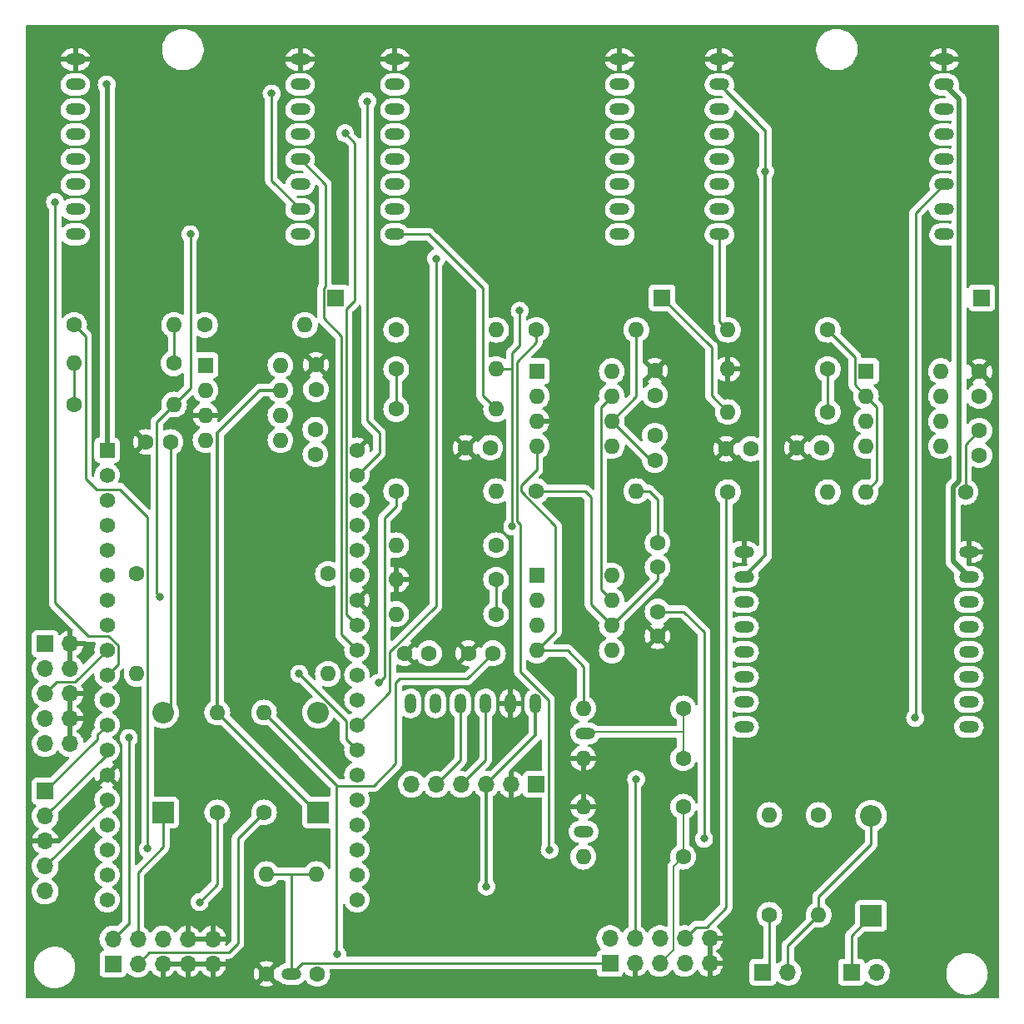
<source format=gbr>
%TF.GenerationSoftware,KiCad,Pcbnew,(6.0.10)*%
%TF.CreationDate,2023-03-06T16:50:03+01:00*%
%TF.ProjectId,Adapterboard,41646170-7465-4726-926f-6172642e6b69,2.3*%
%TF.SameCoordinates,Original*%
%TF.FileFunction,Copper,L2,Bot*%
%TF.FilePolarity,Positive*%
%FSLAX46Y46*%
G04 Gerber Fmt 4.6, Leading zero omitted, Abs format (unit mm)*
G04 Created by KiCad (PCBNEW (6.0.10)) date 2023-03-06 16:50:03*
%MOMM*%
%LPD*%
G01*
G04 APERTURE LIST*
%TA.AperFunction,ComponentPad*%
%ADD10C,1.600000*%
%TD*%
%TA.AperFunction,ComponentPad*%
%ADD11O,1.600000X1.600000*%
%TD*%
%TA.AperFunction,ComponentPad*%
%ADD12R,1.600000X1.600000*%
%TD*%
%TA.AperFunction,ComponentPad*%
%ADD13O,1.200000X2.000000*%
%TD*%
%TA.AperFunction,ComponentPad*%
%ADD14O,2.000000X1.200000*%
%TD*%
%TA.AperFunction,ComponentPad*%
%ADD15R,1.700000X1.700000*%
%TD*%
%TA.AperFunction,ComponentPad*%
%ADD16O,1.700000X1.700000*%
%TD*%
%TA.AperFunction,ComponentPad*%
%ADD17R,2.200000X2.200000*%
%TD*%
%TA.AperFunction,ComponentPad*%
%ADD18O,2.200000X2.200000*%
%TD*%
%TA.AperFunction,ComponentPad*%
%ADD19R,1.560000X1.560000*%
%TD*%
%TA.AperFunction,ComponentPad*%
%ADD20C,1.560000*%
%TD*%
%TA.AperFunction,ViaPad*%
%ADD21C,0.800000*%
%TD*%
%TA.AperFunction,Conductor*%
%ADD22C,0.250000*%
%TD*%
%TA.AperFunction,Conductor*%
%ADD23C,0.300000*%
%TD*%
%TA.AperFunction,Conductor*%
%ADD24C,0.200000*%
%TD*%
%TA.AperFunction,Conductor*%
%ADD25C,0.500000*%
%TD*%
G04 APERTURE END LIST*
D10*
%TO.P,R105,1*%
%TO.N,Net-(C102-Pad2)*%
X35440000Y-69100000D03*
D11*
%TO.P,R105,2*%
%TO.N,X*%
X45600000Y-69100000D03*
%TD*%
D12*
%TO.P,U105,1,TRIM*%
%TO.N,unconnected-(U105-Pad1)*%
X82500000Y-65700000D03*
D11*
%TO.P,U105,2,IN-*%
%TO.N,Net-(C108-Pad2)*%
X82500000Y-68240000D03*
%TO.P,U105,3,IN+*%
%TO.N,GND*%
X82500000Y-70780000D03*
%TO.P,U105,4,V-*%
%TO.N,-15V*%
X82500000Y-73320000D03*
%TO.P,U105,5,NC*%
%TO.N,unconnected-(U105-Pad5)*%
X90120000Y-73320000D03*
%TO.P,U105,6,OUTPUT*%
%TO.N,Net-(C108-Pad1)*%
X90120000Y-70780000D03*
%TO.P,U105,7,V+*%
%TO.N,+15V*%
X90120000Y-68240000D03*
%TO.P,U105,8,TRIM*%
%TO.N,unconnected-(U105-Pad8)*%
X90120000Y-65700000D03*
%TD*%
D13*
%TO.P,U108,1,5V*%
%TO.N,+5V*%
X82350000Y-99500000D03*
%TO.P,U108,2,GND*%
%TO.N,GND*%
X79810000Y-99500000D03*
%TO.P,U108,3,TXD*%
%TO.N,RXD*%
X77270000Y-99500000D03*
%TO.P,U108,4,RXD*%
%TO.N,TXD*%
X74730000Y-99500000D03*
%TO.P,U108,5,DTR*%
%TO.N,unconnected-(U108-Pad5)*%
X72190000Y-99500000D03*
%TO.P,U108,6,3V3*%
%TO.N,unconnected-(U108-Pad6)*%
X69650000Y-99500000D03*
%TD*%
D10*
%TO.P,C107,1*%
%TO.N,GND*%
X94500000Y-65650000D03*
%TO.P,C107,2*%
%TO.N,+15V*%
X94500000Y-68150000D03*
%TD*%
D14*
%TO.P,U102,1,AN*%
%TO.N,unconnected-(U102-Pad1)*%
X123930000Y-51790000D03*
%TO.P,U102,2,RST*%
%TO.N,+5V*%
X123930000Y-49250000D03*
%TO.P,U102,3,CS*%
%TO.N,ESP32_CS3*%
X123930000Y-46710000D03*
%TO.P,U102,4,SCK*%
%TO.N,ESP32_SCK*%
X123930000Y-44170000D03*
%TO.P,U102,5,SDO*%
%TO.N,ESP32_SDO*%
X123930000Y-41630000D03*
%TO.P,U102,6,SDI*%
%TO.N,ESP32_SDI*%
X123930000Y-39090000D03*
%TO.P,U102,7,3V3*%
%TO.N,+3V3*%
X123930000Y-36550000D03*
%TO.P,U102,8,GND*%
%TO.N,GND*%
X123930000Y-34010000D03*
%TO.P,U102,9,GND*%
X101070000Y-34010000D03*
%TO.P,U102,10,5V*%
%TO.N,+5V*%
X101070000Y-36550000D03*
%TO.P,U102,11,SDA*%
%TO.N,unconnected-(U102-Pad11)*%
X101070000Y-39090000D03*
%TO.P,U102,12,SCL*%
%TO.N,unconnected-(U102-Pad12)*%
X101070000Y-41630000D03*
%TO.P,U102,13,RX*%
%TO.N,unconnected-(U102-Pad13)*%
X101070000Y-44170000D03*
%TO.P,U102,14,TX*%
%TO.N,unconnected-(U102-Pad14)*%
X101070000Y-46710000D03*
%TO.P,U102,15,INT*%
%TO.N,unconnected-(U102-Pad15)*%
X101070000Y-49250000D03*
%TO.P,U102,16,PWM*%
%TO.N,Z*%
X101070000Y-51790000D03*
%TD*%
D15*
%TO.P,J107,1,Pin_1*%
%TO.N,/LED+15V_A*%
X39380000Y-126000000D03*
D16*
%TO.P,J107,2,Pin_2*%
%TO.N,/+15V_in*%
X39380000Y-123460000D03*
%TO.P,J107,3,Pin_3*%
%TO.N,/LED-15V_K*%
X41920000Y-126000000D03*
%TO.P,J107,4,Pin_4*%
%TO.N,/-15V_in*%
X41920000Y-123460000D03*
%TO.P,J107,5,Pin_5*%
%TO.N,GND*%
X44460000Y-126000000D03*
%TO.P,J107,6,Pin_6*%
%TO.N,-3V3*%
X44460000Y-123460000D03*
%TO.P,J107,7,Pin_7*%
%TO.N,GND*%
X47000000Y-126000000D03*
%TO.P,J107,8,Pin_8*%
X47000000Y-123460000D03*
%TO.P,J107,9,Pin_9*%
X49540000Y-126000000D03*
%TO.P,J107,10,Pin_10*%
X49540000Y-123460000D03*
%TD*%
D12*
%TO.P,U104,1,TRIM*%
%TO.N,unconnected-(U104-Pad1)*%
X82500000Y-86500000D03*
D11*
%TO.P,U104,2,IN-*%
%TO.N,Net-(C106-Pad2)*%
X82500000Y-89040000D03*
%TO.P,U104,3,IN+*%
%TO.N,Net-(C112-Pad1)*%
X82500000Y-91580000D03*
%TO.P,U104,4,V-*%
%TO.N,-15V*%
X82500000Y-94120000D03*
%TO.P,U104,5,NC*%
%TO.N,unconnected-(U104-Pad5)*%
X90120000Y-94120000D03*
%TO.P,U104,6,OUTPUT*%
%TO.N,Net-(C106-Pad1)*%
X90120000Y-91580000D03*
%TO.P,U104,7,V+*%
%TO.N,+15V*%
X90120000Y-89040000D03*
%TO.P,U104,8,TRIM*%
%TO.N,unconnected-(U104-Pad8)*%
X90120000Y-86500000D03*
%TD*%
D10*
%TO.P,R121,1*%
%TO.N,PREAMP-*%
X97380000Y-100000000D03*
D11*
%TO.P,R121,2*%
%TO.N,-15V*%
X87220000Y-100000000D03*
%TD*%
D14*
%TO.P,U10,1,AN*%
%TO.N,unconnected-(U10-Pad1)*%
X126430000Y-101890000D03*
%TO.P,U10,2,RST*%
%TO.N,+5V*%
X126430000Y-99350000D03*
%TO.P,U10,3,CS*%
%TO.N,unconnected-(U10-Pad3)*%
X126430000Y-96810000D03*
%TO.P,U10,4,SCK*%
%TO.N,unconnected-(U10-Pad4)*%
X126430000Y-94270000D03*
%TO.P,U10,5,SDO*%
%TO.N,unconnected-(U10-Pad5)*%
X126430000Y-91730000D03*
%TO.P,U10,6,SDI*%
%TO.N,unconnected-(U10-Pad6)*%
X126430000Y-89190000D03*
%TO.P,U10,7,3V3*%
%TO.N,+3V3*%
X126430000Y-86650000D03*
%TO.P,U10,8,GND*%
%TO.N,GND*%
X126430000Y-84110000D03*
%TO.P,U10,9,GND*%
X103570000Y-84110000D03*
%TO.P,U10,10,5V*%
%TO.N,+5V*%
X103570000Y-86650000D03*
%TO.P,U10,11,SDA*%
%TO.N,ESP32_SDA*%
X103570000Y-89190000D03*
%TO.P,U10,12,SCL*%
%TO.N,ESP32_SCL*%
X103570000Y-91730000D03*
%TO.P,U10,13,RX*%
%TO.N,unconnected-(U10-Pad13)*%
X103570000Y-94270000D03*
%TO.P,U10,14,TX*%
%TO.N,unconnected-(U10-Pad14)*%
X103570000Y-96810000D03*
%TO.P,U10,15,INT*%
%TO.N,unconnected-(U10-Pad15)*%
X103570000Y-99350000D03*
%TO.P,U10,16,PWM*%
%TO.N,unconnected-(U10-Pad16)*%
X103570000Y-101890000D03*
%TD*%
D10*
%TO.P,R127,1*%
%TO.N,TUNNEL_IN+*%
X106150000Y-121000000D03*
D11*
%TO.P,R127,2*%
%TO.N,TUNNEL_A3*%
X106150000Y-110840000D03*
%TD*%
D10*
%TO.P,R115,1*%
%TO.N,Z-Y*%
X101920000Y-78000000D03*
D11*
%TO.P,R115,2*%
%TO.N,Net-(C110-Pad1)*%
X112080000Y-78000000D03*
%TD*%
D17*
%TO.P,D101,1,K*%
%TO.N,/-15V_in*%
X44500000Y-110580000D03*
D18*
%TO.P,D101,2,A*%
%TO.N,-15V*%
X44500000Y-100420000D03*
%TD*%
D14*
%TO.P,U101,1,AN*%
%TO.N,unconnected-(U101-Pad1)*%
X58430000Y-51790000D03*
%TO.P,U101,2,RST*%
%TO.N,+5V*%
X58430000Y-49250000D03*
%TO.P,U101,3,CS*%
%TO.N,ESP32_CS1*%
X58430000Y-46710000D03*
%TO.P,U101,4,SCK*%
%TO.N,ESP32_SCK*%
X58430000Y-44170000D03*
%TO.P,U101,5,SDO*%
%TO.N,ESP32_SDO*%
X58430000Y-41630000D03*
%TO.P,U101,6,SDI*%
%TO.N,ESP32_SDI*%
X58430000Y-39090000D03*
%TO.P,U101,7,3V3*%
%TO.N,+3V3*%
X58430000Y-36550000D03*
%TO.P,U101,8,GND*%
%TO.N,GND*%
X58430000Y-34010000D03*
%TO.P,U101,9,GND*%
X35570000Y-34010000D03*
%TO.P,U101,10,5V*%
%TO.N,+5V*%
X35570000Y-36550000D03*
%TO.P,U101,11,SDA*%
%TO.N,unconnected-(U101-Pad11)*%
X35570000Y-39090000D03*
%TO.P,U101,12,SCL*%
%TO.N,unconnected-(U101-Pad12)*%
X35570000Y-41630000D03*
%TO.P,U101,13,RX*%
%TO.N,unconnected-(U101-Pad13)*%
X35570000Y-44170000D03*
%TO.P,U101,14,TX*%
%TO.N,unconnected-(U101-Pad14)*%
X35570000Y-46710000D03*
%TO.P,U101,15,INT*%
%TO.N,unconnected-(U101-Pad15)*%
X35570000Y-49250000D03*
%TO.P,U101,16,PWM*%
%TO.N,X*%
X35570000Y-51790000D03*
%TD*%
D10*
%TO.P,C102,1*%
%TO.N,Net-(C102-Pad1)*%
X59980000Y-71650000D03*
%TO.P,C102,2*%
%TO.N,Net-(C102-Pad2)*%
X59980000Y-74150000D03*
%TD*%
%TO.P,R112,1*%
%TO.N,Net-(C108-Pad2)*%
X68200000Y-69550000D03*
D11*
%TO.P,R112,2*%
%TO.N,Y*%
X78360000Y-69550000D03*
%TD*%
D10*
%TO.P,R117,1*%
%TO.N,/LED+15V_A*%
X50000000Y-110580000D03*
D11*
%TO.P,R117,2*%
%TO.N,+15V*%
X50000000Y-100420000D03*
%TD*%
D10*
%TO.P,R124,1*%
%TO.N,GND*%
X55000000Y-127000000D03*
D11*
%TO.P,R124,2*%
%TO.N,UBIAS*%
X55000000Y-116840000D03*
%TD*%
D10*
%TO.P,R120,1*%
%TO.N,Net-(C112-Pad1)*%
X78360000Y-90400000D03*
D11*
%TO.P,R120,2*%
%TO.N,X*%
X68200000Y-90400000D03*
%TD*%
D10*
%TO.P,R122,1*%
%TO.N,TUNNEL_A3*%
X111150000Y-110840000D03*
D11*
%TO.P,R122,2*%
%TO.N,TUNNEL_GND*%
X111150000Y-121000000D03*
%TD*%
D12*
%TO.P,U103,1,TRIM*%
%TO.N,unconnected-(U103-Pad1)*%
X48800000Y-65100000D03*
D11*
%TO.P,U103,2,IN-*%
%TO.N,Net-(C102-Pad2)*%
X48800000Y-67640000D03*
%TO.P,U103,3,IN+*%
%TO.N,GND*%
X48800000Y-70180000D03*
%TO.P,U103,4,V-*%
%TO.N,-15V*%
X48800000Y-72720000D03*
%TO.P,U103,5,NC*%
%TO.N,unconnected-(U103-Pad5)*%
X56420000Y-72720000D03*
%TO.P,U103,6,OUTPUT*%
%TO.N,Net-(C102-Pad1)*%
X56420000Y-70180000D03*
%TO.P,U103,7,V+*%
%TO.N,+15V*%
X56420000Y-67640000D03*
%TO.P,U103,8,TRIM*%
%TO.N,unconnected-(U103-Pad8)*%
X56420000Y-65100000D03*
%TD*%
D15*
%TO.P,J103,1,Pin_1*%
%TO.N,JTAG_TMS*%
X32500000Y-108425000D03*
D16*
%TO.P,J103,2,Pin_2*%
%TO.N,JTAG_TDI*%
X32500000Y-110965000D03*
%TO.P,J103,3,Pin_3*%
%TO.N,GND*%
X32500000Y-113505000D03*
%TO.P,J103,4,Pin_4*%
%TO.N,JTAG_TCK*%
X32500000Y-116045000D03*
%TO.P,J103,5,Pin_5*%
%TO.N,JTAG_TD0*%
X32500000Y-118585000D03*
%TD*%
D14*
%TO.P,J4,1,Pin_1*%
%TO.N,UBIAS*%
X57540000Y-127000000D03*
%TD*%
D10*
%TO.P,R113,1*%
%TO.N,Net-(C105-Pad1)*%
X112080000Y-65500000D03*
D11*
%TO.P,R113,2*%
%TO.N,GND*%
X101920000Y-65500000D03*
%TD*%
D10*
%TO.P,R109,1*%
%TO.N,Net-(C108-Pad2)*%
X68200000Y-65500000D03*
D11*
%TO.P,R109,2*%
%TO.N,Z*%
X78360000Y-65500000D03*
%TD*%
D10*
%TO.P,R107,1*%
%TO.N,Net-(C106-Pad2)*%
X78360000Y-83400000D03*
D11*
%TO.P,R107,2*%
%TO.N,Z*%
X68200000Y-83400000D03*
%TD*%
D14*
%TO.P,J2,1,Pin_1*%
%TO.N,PREAMP+*%
X87250000Y-112540000D03*
%TD*%
D10*
%TO.P,R108,1*%
%TO.N,Z-X*%
X68200000Y-77900000D03*
D11*
%TO.P,R108,2*%
%TO.N,Net-(C106-Pad1)*%
X78360000Y-77900000D03*
%TD*%
D17*
%TO.P,D102,1,K*%
%TO.N,TUNNEL_A3*%
X116500000Y-121080000D03*
D18*
%TO.P,D102,2,A*%
%TO.N,TUNNEL_GND*%
X116500000Y-110920000D03*
%TD*%
D10*
%TO.P,C104,1*%
%TO.N,-15V*%
X111460000Y-73500000D03*
%TO.P,C104,2*%
%TO.N,GND*%
X108960000Y-73500000D03*
%TD*%
D14*
%TO.P,U100,1,AN*%
%TO.N,unconnected-(U100-Pad1)*%
X90930000Y-51790000D03*
%TO.P,U100,2,RST*%
%TO.N,+5V*%
X90930000Y-49250000D03*
%TO.P,U100,3,CS*%
%TO.N,ESP32_CS2*%
X90930000Y-46710000D03*
%TO.P,U100,4,SCK*%
%TO.N,ESP32_SCK*%
X90930000Y-44170000D03*
%TO.P,U100,5,SDO*%
%TO.N,ESP32_SDO*%
X90930000Y-41630000D03*
%TO.P,U100,6,SDI*%
%TO.N,ESP32_SDI*%
X90930000Y-39090000D03*
%TO.P,U100,7,3V3*%
%TO.N,+3V3*%
X90930000Y-36550000D03*
%TO.P,U100,8,GND*%
%TO.N,GND*%
X90930000Y-34010000D03*
%TO.P,U100,9,GND*%
X68070000Y-34010000D03*
%TO.P,U100,10,5V*%
%TO.N,+5V*%
X68070000Y-36550000D03*
%TO.P,U100,11,SDA*%
%TO.N,unconnected-(U100-Pad11)*%
X68070000Y-39090000D03*
%TO.P,U100,12,SCL*%
%TO.N,unconnected-(U100-Pad12)*%
X68070000Y-41630000D03*
%TO.P,U100,13,RX*%
%TO.N,unconnected-(U100-Pad13)*%
X68070000Y-44170000D03*
%TO.P,U100,14,TX*%
%TO.N,unconnected-(U100-Pad14)*%
X68070000Y-46710000D03*
%TO.P,U100,15,INT*%
%TO.N,unconnected-(U100-Pad15)*%
X68070000Y-49250000D03*
%TO.P,U100,16,PWM*%
%TO.N,Y*%
X68070000Y-51790000D03*
%TD*%
D15*
%TO.P,U109,1,3V3*%
%TO.N,unconnected-(U109-Pad1)*%
X82452000Y-107722500D03*
D16*
%TO.P,U109,2,GND*%
%TO.N,GND*%
X79912000Y-107722500D03*
%TO.P,U109,3,5V*%
%TO.N,+5V*%
X77372000Y-107722500D03*
%TO.P,U109,4,TXD*%
%TO.N,RXD*%
X74832000Y-107722500D03*
%TO.P,U109,5,RXD*%
%TO.N,TXD*%
X72292000Y-107722500D03*
%TO.P,U109,6,DTR*%
%TO.N,unconnected-(U109-Pad6)*%
X69752000Y-107722500D03*
%TD*%
D10*
%TO.P,C100,1*%
%TO.N,GND*%
X60050000Y-65050000D03*
%TO.P,C100,2*%
%TO.N,+15V*%
X60050000Y-67550000D03*
%TD*%
%TO.P,C113,1*%
%TO.N,GND*%
X94780000Y-92650000D03*
%TO.P,C113,2*%
%TO.N,+15V*%
X94780000Y-90150000D03*
%TD*%
%TO.P,C101,1*%
%TO.N,-15V*%
X45230000Y-72900000D03*
%TO.P,C101,2*%
%TO.N,GND*%
X42730000Y-72900000D03*
%TD*%
%TO.P,R126,1*%
%TO.N,PREAMP+*%
X97380000Y-115080000D03*
D11*
%TO.P,R126,2*%
%TO.N,+15V*%
X87220000Y-115080000D03*
%TD*%
D15*
%TO.P,J110,1,Pin_1*%
%TO.N,TUNNEL_A3*%
X114495000Y-126830000D03*
D16*
%TO.P,J110,2,Pin_2*%
%TO.N,TUNNEL_GND*%
X117035000Y-126830000D03*
%TD*%
D10*
%TO.P,R101,1*%
%TO.N,Net-(C102-Pad2)*%
X48750000Y-61000000D03*
D11*
%TO.P,R101,2*%
%TO.N,Z*%
X58910000Y-61000000D03*
%TD*%
D10*
%TO.P,R111,1*%
%TO.N,Net-(C106-Pad1)*%
X82450000Y-77900000D03*
D11*
%TO.P,R111,2*%
%TO.N,Net-(C106-Pad2)*%
X92610000Y-77900000D03*
%TD*%
D10*
%TO.P,C111,1*%
%TO.N,-15V*%
X78030000Y-94400000D03*
%TO.P,C111,2*%
%TO.N,GND*%
X75530000Y-94400000D03*
%TD*%
%TO.P,R103,1*%
%TO.N,Net-(C108-Pad1)*%
X68200000Y-61500000D03*
D11*
%TO.P,R103,2*%
%TO.N,Net-(C108-Pad2)*%
X78360000Y-61500000D03*
%TD*%
D17*
%TO.P,D100,1,K*%
%TO.N,+15V*%
X60250000Y-110580000D03*
D18*
%TO.P,D100,2,A*%
%TO.N,/+15V_in*%
X60250000Y-100420000D03*
%TD*%
D10*
%TO.P,R128,1*%
%TO.N,IO04_LED*%
X61250000Y-86320000D03*
D11*
%TO.P,R128,2*%
%TO.N,IO17*%
X61250000Y-96480000D03*
%TD*%
D10*
%TO.P,R119,1*%
%TO.N,PREAMP-*%
X97380000Y-105080000D03*
D11*
%TO.P,R119,2*%
%TO.N,GND*%
X87220000Y-105080000D03*
%TD*%
D10*
%TO.P,R102,1*%
%TO.N,Z+Y*%
X82450000Y-61500000D03*
D11*
%TO.P,R102,2*%
%TO.N,Net-(C108-Pad1)*%
X92610000Y-61500000D03*
%TD*%
D10*
%TO.P,R118,1*%
%TO.N,/LED-15V_K*%
X54750000Y-110580000D03*
D11*
%TO.P,R118,2*%
%TO.N,-15V*%
X54750000Y-100420000D03*
%TD*%
D10*
%TO.P,C110,1*%
%TO.N,Net-(C110-Pad1)*%
X127500000Y-71750000D03*
%TO.P,C110,2*%
%TO.N,Net-(C110-Pad2)*%
X127500000Y-74250000D03*
%TD*%
%TO.P,R129,1*%
%TO.N,IO17_LED*%
X41800000Y-86320000D03*
D11*
%TO.P,R129,2*%
%TO.N,IO04*%
X41800000Y-96480000D03*
%TD*%
D15*
%TO.P,J102,1,Pin_1*%
%TO.N,Z*%
X127750000Y-58250000D03*
%TD*%
D10*
%TO.P,C109,1*%
%TO.N,GND*%
X127500000Y-65750000D03*
%TO.P,C109,2*%
%TO.N,+15V*%
X127500000Y-68250000D03*
%TD*%
%TO.P,R110,1*%
%TO.N,Net-(C112-Pad1)*%
X78360000Y-86900000D03*
D11*
%TO.P,R110,2*%
%TO.N,GND*%
X68200000Y-86900000D03*
%TD*%
D10*
%TO.P,C106,1*%
%TO.N,Net-(C106-Pad1)*%
X94780000Y-85650000D03*
%TO.P,C106,2*%
%TO.N,Net-(C106-Pad2)*%
X94780000Y-83150000D03*
%TD*%
%TO.P,C105,1*%
%TO.N,Net-(C105-Pad1)*%
X104250000Y-73600000D03*
%TO.P,C105,2*%
%TO.N,GND*%
X101750000Y-73600000D03*
%TD*%
%TO.P,R114,1*%
%TO.N,Net-(C105-Pad1)*%
X112080000Y-69850000D03*
D11*
%TO.P,R114,2*%
%TO.N,Y*%
X101920000Y-69850000D03*
%TD*%
D10*
%TO.P,R123,1*%
%TO.N,/UBIAS_IN*%
X60160000Y-127000000D03*
D11*
%TO.P,R123,2*%
%TO.N,UBIAS*%
X60080000Y-116840000D03*
%TD*%
D10*
%TO.P,R106,1*%
%TO.N,Net-(C102-Pad1)*%
X45560000Y-64900000D03*
D11*
%TO.P,R106,2*%
%TO.N,Net-(C102-Pad2)*%
X35400000Y-64900000D03*
%TD*%
D12*
%TO.P,U106,1,TRIM*%
%TO.N,unconnected-(U106-Pad1)*%
X115970000Y-65700000D03*
D11*
%TO.P,U106,2,IN-*%
%TO.N,Net-(C110-Pad2)*%
X115970000Y-68240000D03*
%TO.P,U106,3,IN+*%
%TO.N,Net-(C105-Pad1)*%
X115970000Y-70780000D03*
%TO.P,U106,4,V-*%
%TO.N,-15V*%
X115970000Y-73320000D03*
%TO.P,U106,5,NC*%
%TO.N,unconnected-(U106-Pad5)*%
X123590000Y-73320000D03*
%TO.P,U106,6,OUTPUT*%
%TO.N,Net-(C110-Pad1)*%
X123590000Y-70780000D03*
%TO.P,U106,7,V+*%
%TO.N,+15V*%
X123590000Y-68240000D03*
%TO.P,U106,8,TRIM*%
%TO.N,unconnected-(U106-Pad8)*%
X123590000Y-65700000D03*
%TD*%
D10*
%TO.P,R125,1*%
%TO.N,PREAMP+*%
X97380000Y-110000000D03*
D11*
%TO.P,R125,2*%
%TO.N,GND*%
X87220000Y-110000000D03*
%TD*%
D15*
%TO.P,J100,1,Pin_1*%
%TO.N,Y*%
X95250000Y-58250000D03*
%TD*%
D19*
%TO.P,U107,J2-1,3V3*%
%TO.N,+3V3*%
X38800000Y-73740000D03*
D20*
%TO.P,U107,J2-2,EN*%
%TO.N,unconnected-(U107-PadJ2-2)*%
X38800000Y-76280000D03*
%TO.P,U107,J2-3,SENSOR_VP*%
%TO.N,unconnected-(U107-PadJ2-3)*%
X38800000Y-78820000D03*
%TO.P,U107,J2-4,SENSOR_VN*%
%TO.N,unconnected-(U107-PadJ2-4)*%
X38800000Y-81360000D03*
%TO.P,U107,J2-5,IO34*%
%TO.N,unconnected-(U107-PadJ2-5)*%
X38800000Y-83900000D03*
%TO.P,U107,J2-6,IO35*%
%TO.N,unconnected-(U107-PadJ2-6)*%
X38800000Y-86440000D03*
%TO.P,U107,J2-7,IO32*%
%TO.N,RXD*%
X38800000Y-88980000D03*
%TO.P,U107,J2-8,IO33*%
%TO.N,TXD*%
X38800000Y-91520000D03*
%TO.P,U107,J2-9,IO25*%
%TO.N,IO25*%
X38800000Y-94060000D03*
%TO.P,U107,J2-10,IO26*%
%TO.N,ESP32_CS1*%
X38800000Y-96600000D03*
%TO.P,U107,J2-11,IO27*%
%TO.N,IO27*%
X38800000Y-99140000D03*
%TO.P,U107,J2-12,IO14*%
%TO.N,JTAG_TMS*%
X38800000Y-101680000D03*
%TO.P,U107,J2-13,IO12*%
%TO.N,JTAG_TDI*%
X38800000Y-104220000D03*
%TO.P,U107,J2-14,GND1*%
%TO.N,GND*%
X38800000Y-106760000D03*
%TO.P,U107,J2-15,IO13*%
%TO.N,JTAG_TCK*%
X38800000Y-109300000D03*
%TO.P,U107,J2-16,SD2*%
%TO.N,unconnected-(U107-PadJ2-16)*%
X38800000Y-111840000D03*
%TO.P,U107,J2-17,SD3*%
%TO.N,unconnected-(U107-PadJ2-17)*%
X38800000Y-114380000D03*
%TO.P,U107,J2-18,CMD*%
%TO.N,unconnected-(U107-PadJ2-18)*%
X38800000Y-116920000D03*
%TO.P,U107,J2-19,EXT_5V*%
%TO.N,+5V*%
X38800000Y-119460000D03*
%TO.P,U107,J3-1,GND3*%
%TO.N,GND*%
X64200000Y-73740000D03*
%TO.P,U107,J3-2,IO23*%
%TO.N,ESP32_SDI*%
X64200000Y-76280000D03*
%TO.P,U107,J3-3,IO22*%
%TO.N,ESP32_SCL*%
X64200000Y-78820000D03*
%TO.P,U107,J3-4,TXD0*%
%TO.N,unconnected-(U107-PadJ3-4)*%
X64200000Y-81360000D03*
%TO.P,U107,J3-5,RXD0*%
%TO.N,unconnected-(U107-PadJ3-5)*%
X64200000Y-83900000D03*
%TO.P,U107,J3-6,IO21*%
%TO.N,ESP32_SDA*%
X64200000Y-86440000D03*
%TO.P,U107,J3-7,GND2*%
%TO.N,GND*%
X64200000Y-88980000D03*
%TO.P,U107,J3-8,IO19*%
%TO.N,ESP32_SDO*%
X64200000Y-91520000D03*
%TO.P,U107,J3-9,IO18*%
%TO.N,ESP32_SCK*%
X64200000Y-94060000D03*
%TO.P,U107,J3-10,IO5*%
%TO.N,ESP32_CS3*%
X64200000Y-96600000D03*
%TO.P,U107,J3-11,IO17*%
%TO.N,IO17*%
X64200000Y-99140000D03*
%TO.P,U107,J3-12,IO16*%
%TO.N,ESP32_CS2*%
X64200000Y-101680000D03*
%TO.P,U107,J3-13,IO4*%
%TO.N,IO04*%
X64200000Y-104220000D03*
%TO.P,U107,J3-14,IO0*%
%TO.N,unconnected-(U107-PadJ3-14)*%
X64200000Y-106760000D03*
%TO.P,U107,J3-15,IO2*%
%TO.N,IO02*%
X64200000Y-109300000D03*
%TO.P,U107,J3-16,IO15*%
%TO.N,JTAG_TD0*%
X64200000Y-111840000D03*
%TO.P,U107,J3-17,SD1*%
%TO.N,unconnected-(U107-PadJ3-17)*%
X64200000Y-114380000D03*
%TO.P,U107,J3-18,SD0*%
%TO.N,unconnected-(U107-PadJ3-18)*%
X64200000Y-116920000D03*
%TO.P,U107,J3-19,CLK*%
%TO.N,unconnected-(U107-PadJ3-19)*%
X64200000Y-119460000D03*
%TD*%
D10*
%TO.P,C112,1*%
%TO.N,Net-(C112-Pad1)*%
X71530000Y-94400000D03*
%TO.P,C112,2*%
%TO.N,GND*%
X69030000Y-94400000D03*
%TD*%
D15*
%TO.P,J108,1,Pin_1*%
%TO.N,UBIAS*%
X89925000Y-125950000D03*
D16*
%TO.P,J108,2,Pin_2*%
%TO.N,Z+X*%
X89925000Y-123410000D03*
%TO.P,J108,3,Pin_3*%
%TO.N,GND*%
X92465000Y-125950000D03*
%TO.P,J108,4,Pin_4*%
%TO.N,Z-X*%
X92465000Y-123410000D03*
%TO.P,J108,5,Pin_5*%
%TO.N,PREAMP+*%
X95005000Y-125950000D03*
%TO.P,J108,6,Pin_6*%
%TO.N,Z+Y*%
X95005000Y-123410000D03*
%TO.P,J108,7,Pin_7*%
%TO.N,PREAMP-*%
X97545000Y-125950000D03*
%TO.P,J108,8,Pin_8*%
%TO.N,Z-Y*%
X97545000Y-123410000D03*
%TO.P,J108,9,Pin_9*%
%TO.N,GND*%
X100085000Y-125950000D03*
%TO.P,J108,10,Pin_10*%
X100085000Y-123410000D03*
%TD*%
D10*
%TO.P,R116,1*%
%TO.N,Net-(C110-Pad1)*%
X126080000Y-78000000D03*
D11*
%TO.P,R116,2*%
%TO.N,Net-(C110-Pad2)*%
X115920000Y-78000000D03*
%TD*%
D10*
%TO.P,C103,1*%
%TO.N,-15V*%
X77750000Y-73500000D03*
%TO.P,C103,2*%
%TO.N,GND*%
X75250000Y-73500000D03*
%TD*%
D15*
%TO.P,J104,1,Pin_1*%
%TO.N,IO04_LED*%
X32500000Y-93425000D03*
D16*
%TO.P,J104,2,Pin_2*%
%TO.N,GND*%
X35040000Y-93425000D03*
%TO.P,J104,3,Pin_3*%
%TO.N,IO17_LED*%
X32500000Y-95965000D03*
%TO.P,J104,4,Pin_4*%
%TO.N,GND*%
X35040000Y-95965000D03*
%TO.P,J104,5,Pin_5*%
%TO.N,IO25*%
X32500000Y-98505000D03*
%TO.P,J104,6,Pin_6*%
%TO.N,GND*%
X35040000Y-98505000D03*
%TO.P,J104,7,Pin_7*%
%TO.N,IO27*%
X32500000Y-101045000D03*
%TO.P,J104,8,Pin_8*%
%TO.N,GND*%
X35040000Y-101045000D03*
%TO.P,J104,9,Pin_9*%
%TO.N,IO02*%
X32500000Y-103585000D03*
%TO.P,J104,10,Pin_10*%
%TO.N,GND*%
X35040000Y-103585000D03*
%TD*%
D15*
%TO.P,J109,1,Pin_1*%
%TO.N,TUNNEL_IN+*%
X105495000Y-126830000D03*
D16*
%TO.P,J109,2,Pin_2*%
%TO.N,TUNNEL_GND*%
X108035000Y-126830000D03*
%TD*%
D10*
%TO.P,R104,1*%
%TO.N,Net-(C110-Pad2)*%
X112080000Y-61500000D03*
D11*
%TO.P,R104,2*%
%TO.N,Z*%
X101920000Y-61500000D03*
%TD*%
D10*
%TO.P,C108,1*%
%TO.N,Net-(C108-Pad1)*%
X94500000Y-74750000D03*
%TO.P,C108,2*%
%TO.N,Net-(C108-Pad2)*%
X94500000Y-72250000D03*
%TD*%
D14*
%TO.P,J3,1,Pin_1*%
%TO.N,PREAMP-*%
X87420000Y-102540000D03*
%TD*%
D15*
%TO.P,J101,1,Pin_1*%
%TO.N,X*%
X62000000Y-58250000D03*
%TD*%
D10*
%TO.P,R100,1*%
%TO.N,Z+X*%
X35440000Y-61000000D03*
D11*
%TO.P,R100,2*%
%TO.N,Net-(C102-Pad1)*%
X45600000Y-61000000D03*
%TD*%
D21*
%TO.N,-15V*%
X62200000Y-125014500D03*
%TO.N,+15V*%
X99500000Y-113250000D03*
%TO.N,/+15V_in*%
X41000000Y-103000000D03*
%TO.N,IO04*%
X58325255Y-96480000D03*
%TO.N,X*%
X44150000Y-88650000D03*
X47250000Y-51790000D03*
%TO.N,Z*%
X80000000Y-81500000D03*
X80750000Y-59550000D03*
%TO.N,/LED+15V_A*%
X48200000Y-119700000D03*
%TO.N,Z+X*%
X42925000Y-114275000D03*
%TO.N,Z-X*%
X92600000Y-107200000D03*
X66400000Y-97400000D03*
%TO.N,Z+Y*%
X83800000Y-114400000D03*
%TO.N,+5V*%
X105750000Y-45400000D03*
X55525000Y-37475000D03*
X77372000Y-118122000D03*
%TO.N,ESP32_CS1*%
X33500000Y-48500000D03*
%TO.N,ESP32_SDO*%
X63000000Y-41500000D03*
%TO.N,ESP32_SDI*%
X65250000Y-38250000D03*
%TO.N,+3V3*%
X38750000Y-36550000D03*
%TO.N,ESP32_CS3*%
X120965000Y-100965000D03*
%TO.N,ESP32_CS2*%
X72250000Y-54250000D03*
%TD*%
D22*
%TO.N,-15V*%
X84400000Y-81440991D02*
X80900000Y-77940991D01*
X80900000Y-77300000D02*
X82500000Y-75700000D01*
X54750000Y-100420000D02*
X62125000Y-107795000D01*
X62125000Y-124939500D02*
X62125000Y-107795000D01*
X82500000Y-75700000D02*
X82500000Y-73320000D01*
X45250000Y-73500000D02*
X45250000Y-99670000D01*
X68500000Y-97000000D02*
X75430000Y-97000000D01*
X82500000Y-94120000D02*
X84400000Y-92220000D01*
X85620000Y-94120000D02*
X87250000Y-95750000D01*
X62125000Y-107795000D02*
X62195000Y-107865000D01*
X87220000Y-95780000D02*
X87220000Y-100000000D01*
X75430000Y-97000000D02*
X78030000Y-94400000D01*
X62195000Y-107865000D02*
X65885000Y-107865000D01*
X87250000Y-95750000D02*
X87220000Y-95780000D01*
X68150000Y-97350000D02*
X68500000Y-97000000D01*
X82500000Y-94120000D02*
X85620000Y-94120000D01*
X45250000Y-99670000D02*
X44500000Y-100420000D01*
X84400000Y-92220000D02*
X84400000Y-81440991D01*
X68150000Y-97350000D02*
X68150000Y-105600000D01*
X68150000Y-105600000D02*
X65885000Y-107865000D01*
X80900000Y-77940991D02*
X80900000Y-77300000D01*
%TO.N,+15V*%
X88995000Y-69365000D02*
X88995000Y-87915000D01*
X90120000Y-68240000D02*
X88995000Y-69365000D01*
X99500000Y-92250000D02*
X99500000Y-113250000D01*
D23*
X50000000Y-72000000D02*
X54360000Y-67640000D01*
X50000000Y-100420000D02*
X60160000Y-110580000D01*
D22*
X88995000Y-87915000D02*
X90120000Y-89040000D01*
D23*
X50000000Y-100420000D02*
X50000000Y-72000000D01*
D22*
X94780000Y-90150000D02*
X97400000Y-90150000D01*
X60160000Y-110580000D02*
X60250000Y-110580000D01*
D23*
X54360000Y-67640000D02*
X56420000Y-67640000D01*
D22*
X97400000Y-90150000D02*
X99500000Y-92250000D01*
%TO.N,/+15V_in*%
X40940000Y-121900000D02*
X39380000Y-123460000D01*
X41000000Y-121900000D02*
X40940000Y-121900000D01*
X41000000Y-103000000D02*
X41000000Y-121900000D01*
%TO.N,/-15V_in*%
X44500000Y-114100000D02*
X44500000Y-110580000D01*
X41920000Y-116680000D02*
X44500000Y-114100000D01*
X41920000Y-123460000D02*
X41920000Y-116680000D01*
%TO.N,TUNNEL_A3*%
X114495000Y-123085000D02*
X116500000Y-121080000D01*
X114495000Y-126830000D02*
X114495000Y-123085000D01*
%TO.N,TUNNEL_GND*%
X111150000Y-121000000D02*
X111150000Y-119150000D01*
X108035000Y-126830000D02*
X108035000Y-124115000D01*
X111150000Y-119150000D02*
X116500000Y-113800000D01*
X116500000Y-113800000D02*
X116500000Y-110920000D01*
X108035000Y-124115000D02*
X111150000Y-121000000D01*
%TO.N,JTAG_TMS*%
X32500000Y-108425000D02*
X37810000Y-103115000D01*
X37810000Y-103115000D02*
X37810000Y-102670000D01*
X37810000Y-102670000D02*
X38800000Y-101680000D01*
%TO.N,JTAG_TDI*%
X38800000Y-104665000D02*
X38800000Y-104220000D01*
X32500000Y-110965000D02*
X38800000Y-104665000D01*
%TO.N,JTAG_TCK*%
X32500000Y-116045000D02*
X38800000Y-109745000D01*
X38800000Y-109745000D02*
X38800000Y-109300000D01*
%TO.N,IO04*%
X63095000Y-103115000D02*
X64200000Y-104220000D01*
X58325255Y-96480000D02*
X63095000Y-101249745D01*
X63095000Y-101249745D02*
X63095000Y-103115000D01*
%TO.N,IO25*%
X33675000Y-97330000D02*
X32500000Y-98505000D01*
X38800000Y-94060000D02*
X35530000Y-97330000D01*
X35530000Y-97330000D02*
X33675000Y-97330000D01*
%TO.N,X*%
X45600000Y-69100000D02*
X43855000Y-70845000D01*
X47250000Y-67450000D02*
X45600000Y-69100000D01*
X47250000Y-51790000D02*
X47250000Y-67450000D01*
X43855000Y-70845000D02*
X43855000Y-88355000D01*
X43855000Y-88355000D02*
X44150000Y-88650000D01*
%TO.N,Y*%
X77000000Y-68190000D02*
X78360000Y-69550000D01*
X100250000Y-68180000D02*
X101920000Y-69850000D01*
X77000000Y-57250000D02*
X77000000Y-68190000D01*
X100250000Y-63250000D02*
X100250000Y-68180000D01*
X68070000Y-51790000D02*
X71540000Y-51790000D01*
X71540000Y-51790000D02*
X77000000Y-57250000D01*
X95250000Y-58250000D02*
X100250000Y-63250000D01*
%TO.N,Z*%
X101070000Y-51790000D02*
X101070000Y-60650000D01*
X79900000Y-65500000D02*
X80000000Y-65400000D01*
X80750000Y-59550000D02*
X80750000Y-63110000D01*
X80000000Y-65400000D02*
X80000000Y-81500000D01*
X101070000Y-60650000D02*
X101920000Y-61500000D01*
X80750000Y-63110000D02*
X80000000Y-63860000D01*
X80000000Y-63860000D02*
X80000000Y-65400000D01*
X78360000Y-65500000D02*
X79900000Y-65500000D01*
%TO.N,/LED+15V_A*%
X50000000Y-110580000D02*
X50000000Y-117900000D01*
X50000000Y-117900000D02*
X48200000Y-119700000D01*
%TO.N,/LED-15V_K*%
X52100000Y-113230000D02*
X52100000Y-123900000D01*
X52100000Y-123900000D02*
X51175000Y-124825000D01*
X51175000Y-124825000D02*
X43095000Y-124825000D01*
X43095000Y-124825000D02*
X41920000Y-126000000D01*
X54750000Y-110580000D02*
X52100000Y-113230000D01*
%TO.N,UBIAS*%
X58665000Y-125875000D02*
X88800000Y-125875000D01*
X57540000Y-116890000D02*
X57540000Y-127000000D01*
X88875000Y-125950000D02*
X88800000Y-125875000D01*
X55000000Y-116840000D02*
X57590000Y-116840000D01*
X89925000Y-125950000D02*
X88875000Y-125950000D01*
X57590000Y-116840000D02*
X60080000Y-116840000D01*
X57540000Y-127000000D02*
X58665000Y-125875000D01*
X57590000Y-116840000D02*
X57540000Y-116890000D01*
%TO.N,Z+X*%
X36600000Y-76600000D02*
X37700000Y-77700000D01*
X40100000Y-77700000D02*
X42925000Y-80525000D01*
X36600000Y-76600000D02*
X36600000Y-62160000D01*
X36600000Y-62160000D02*
X35440000Y-61000000D01*
X42925000Y-80525000D02*
X42925000Y-114275000D01*
X37700000Y-77700000D02*
X40100000Y-77700000D01*
%TO.N,Z-X*%
X92465000Y-107335000D02*
X92465000Y-123410000D01*
X67000000Y-80650000D02*
X67000000Y-96800000D01*
X68200000Y-79450000D02*
X68200000Y-77900000D01*
X67000000Y-80650000D02*
X68200000Y-79450000D01*
X92600000Y-107200000D02*
X92465000Y-107335000D01*
X67000000Y-96800000D02*
X66400000Y-97400000D01*
D24*
%TO.N,PREAMP+*%
X97380000Y-110000000D02*
X97380000Y-115080000D01*
X96395000Y-124560000D02*
X95005000Y-125950000D01*
X96395000Y-116065000D02*
X96395000Y-124560000D01*
X97380000Y-115080000D02*
X96395000Y-116065000D01*
D22*
%TO.N,Z+Y*%
X82450000Y-61500000D02*
X82450000Y-62750000D01*
X80450000Y-80924695D02*
X80800000Y-81274695D01*
X83679074Y-114279074D02*
X83800000Y-114400000D01*
X80800000Y-81274695D02*
X80800000Y-96241852D01*
X83679074Y-99120926D02*
X83679074Y-114279074D01*
X80800000Y-96241852D02*
X83679074Y-99120926D01*
X80450000Y-64750000D02*
X80450000Y-80924695D01*
X80450000Y-64750000D02*
X82450000Y-62750000D01*
D24*
%TO.N,PREAMP-*%
X87420000Y-102540000D02*
X87560000Y-102400000D01*
X97380000Y-100000000D02*
X97380000Y-105080000D01*
X87560000Y-102400000D02*
X97400000Y-102400000D01*
D22*
%TO.N,Z-Y*%
X99770000Y-122235000D02*
X101750000Y-120255000D01*
X101750000Y-78170000D02*
X101920000Y-78000000D01*
X101750000Y-120255000D02*
X101750000Y-78170000D01*
X98720000Y-122235000D02*
X99770000Y-122235000D01*
X97545000Y-123410000D02*
X98720000Y-122235000D01*
%TO.N,TUNNEL_IN+*%
X106150000Y-126175000D02*
X105495000Y-126830000D01*
X106150000Y-121000000D02*
X106150000Y-126175000D01*
D23*
%TO.N,+5V*%
X105750000Y-84470000D02*
X103570000Y-86650000D01*
X77372000Y-107722500D02*
X77372000Y-118122000D01*
X105750000Y-45400000D02*
X105750000Y-84470000D01*
D22*
X58430000Y-49250000D02*
X55500000Y-46320000D01*
D23*
X82350000Y-99500000D02*
X82350000Y-102744500D01*
X105750000Y-41230000D02*
X101070000Y-36550000D01*
X82350000Y-102744500D02*
X77372000Y-107722500D01*
D22*
X55500000Y-46320000D02*
X55500000Y-37500000D01*
X105750000Y-45400000D02*
X105750000Y-41230000D01*
%TO.N,ESP32_CS1*%
X39905000Y-95495000D02*
X38800000Y-96600000D01*
X33500000Y-48500000D02*
X33500000Y-89250000D01*
X38927706Y-92625000D02*
X39905000Y-93602294D01*
X36875000Y-92625000D02*
X38927706Y-92625000D01*
X39905000Y-93602294D02*
X39905000Y-95495000D01*
X33500000Y-89250000D02*
X36875000Y-92625000D01*
%TO.N,ESP32_SCK*%
X61000000Y-46740000D02*
X58430000Y-44170000D01*
X62645000Y-62145000D02*
X60825000Y-60325000D01*
X64200000Y-94060000D02*
X62645000Y-92505000D01*
X61000000Y-57075000D02*
X61000000Y-46740000D01*
X62645000Y-92505000D02*
X62645000Y-62145000D01*
X60825000Y-57250000D02*
X61000000Y-57075000D01*
X60825000Y-60325000D02*
X60825000Y-57250000D01*
%TO.N,ESP32_SDO*%
X64000000Y-42500000D02*
X63000000Y-41500000D01*
X63095000Y-90415000D02*
X63095000Y-59405000D01*
X63095000Y-59405000D02*
X64000000Y-58500000D01*
X64200000Y-91520000D02*
X63095000Y-90415000D01*
X64000000Y-58500000D02*
X64000000Y-42500000D01*
%TO.N,ESP32_SDI*%
X66500000Y-72000000D02*
X66500000Y-73980000D01*
X66500000Y-73980000D02*
X64200000Y-76280000D01*
X65250000Y-38250000D02*
X65250000Y-70750000D01*
X65250000Y-70750000D02*
X66500000Y-72000000D01*
D25*
%TO.N,+3V3*%
X124830000Y-85050000D02*
X126430000Y-86650000D01*
X38800000Y-36600000D02*
X38800000Y-73740000D01*
D22*
X38750000Y-36550000D02*
X38800000Y-36600000D01*
D25*
X125430000Y-76882233D02*
X124830000Y-77482233D01*
X124830000Y-77482233D02*
X124830000Y-85050000D01*
X123930000Y-36550000D02*
X125430000Y-38050000D01*
X125430000Y-38050000D02*
X125430000Y-76882233D01*
D22*
%TO.N,RXD*%
X77270000Y-99500000D02*
X77270000Y-105284500D01*
X77270000Y-105284500D02*
X74832000Y-107722500D01*
%TO.N,TXD*%
X74730000Y-99500000D02*
X74730000Y-105284500D01*
X74730000Y-105284500D02*
X72292000Y-107722500D01*
%TO.N,ESP32_CS3*%
X123930000Y-46710000D02*
X121000000Y-49640000D01*
X121000000Y-49640000D02*
X121000000Y-100750000D01*
%TO.N,ESP32_CS2*%
X67550000Y-98330000D02*
X67550000Y-94289009D01*
X72250000Y-89500000D02*
X72250000Y-54250000D01*
X64200000Y-101680000D02*
X67550000Y-98330000D01*
X72250000Y-89589009D02*
X72250000Y-89500000D01*
X67550000Y-94289009D02*
X72250000Y-89589009D01*
%TO.N,Net-(C112-Pad1)*%
X78360000Y-86900000D02*
X78360000Y-90400000D01*
%TO.N,Net-(C110-Pad2)*%
X114845000Y-67115000D02*
X115970000Y-68240000D01*
X117095000Y-69365000D02*
X117095000Y-76825000D01*
X114845000Y-64265000D02*
X114845000Y-67115000D01*
X115970000Y-68240000D02*
X117095000Y-69365000D01*
X117095000Y-76825000D02*
X115920000Y-78000000D01*
X112080000Y-61500000D02*
X114845000Y-64265000D01*
%TO.N,Net-(C110-Pad1)*%
X126080000Y-78000000D02*
X126080000Y-73170000D01*
X126080000Y-73170000D02*
X127500000Y-71750000D01*
%TO.N,Net-(C108-Pad2)*%
X68200000Y-69550000D02*
X68200000Y-65500000D01*
%TO.N,Net-(C108-Pad1)*%
X94090000Y-74750000D02*
X94500000Y-74750000D01*
X90120000Y-70780000D02*
X92610000Y-68290000D01*
X90120000Y-70780000D02*
X94090000Y-74750000D01*
X92610000Y-68290000D02*
X92610000Y-61500000D01*
%TO.N,Net-(C106-Pad2)*%
X93900000Y-77900000D02*
X94780000Y-78780000D01*
X92610000Y-77900000D02*
X93900000Y-77900000D01*
X94780000Y-78780000D02*
X94780000Y-83150000D01*
%TO.N,Net-(C106-Pad1)*%
X87400000Y-77900000D02*
X88000000Y-78500000D01*
X94780000Y-85650000D02*
X94780000Y-86920000D01*
X82450000Y-77900000D02*
X87400000Y-77900000D01*
X88000000Y-89460000D02*
X90120000Y-91580000D01*
X88000000Y-78500000D02*
X88000000Y-89460000D01*
X94780000Y-86920000D02*
X90120000Y-91580000D01*
%TO.N,Net-(C105-Pad1)*%
X112080000Y-65500000D02*
X112080000Y-69850000D01*
%TO.N,Net-(C102-Pad2)*%
X35400000Y-69060000D02*
X35440000Y-69100000D01*
X35400000Y-64900000D02*
X35400000Y-69060000D01*
%TO.N,Net-(C102-Pad1)*%
X45600000Y-64860000D02*
X45560000Y-64900000D01*
X45600000Y-61000000D02*
X45600000Y-64860000D01*
%TD*%
%TA.AperFunction,Conductor*%
%TO.N,GND*%
G36*
X129433621Y-30528502D02*
G01*
X129480114Y-30582158D01*
X129491500Y-30634500D01*
X129491500Y-129365500D01*
X129471498Y-129433621D01*
X129417842Y-129480114D01*
X129365500Y-129491500D01*
X30634500Y-129491500D01*
X30566379Y-129471498D01*
X30519886Y-129417842D01*
X30508500Y-129365500D01*
X30508500Y-126482703D01*
X31340743Y-126482703D01*
X31341302Y-126486947D01*
X31341302Y-126486951D01*
X31351527Y-126564616D01*
X31378268Y-126767734D01*
X31454129Y-127045036D01*
X31455813Y-127048984D01*
X31564484Y-127303757D01*
X31566923Y-127309476D01*
X31597818Y-127361097D01*
X31702661Y-127536277D01*
X31714561Y-127556161D01*
X31894313Y-127780528D01*
X32017711Y-127897628D01*
X32072101Y-127949242D01*
X32102851Y-127978423D01*
X32267722Y-128096895D01*
X32327795Y-128140062D01*
X32336317Y-128146186D01*
X32340112Y-128148195D01*
X32340113Y-128148196D01*
X32361869Y-128159715D01*
X32590392Y-128280712D01*
X32860373Y-128379511D01*
X33141264Y-128440755D01*
X33169841Y-128443004D01*
X33364282Y-128458307D01*
X33364291Y-128458307D01*
X33366739Y-128458500D01*
X33522271Y-128458500D01*
X33524407Y-128458354D01*
X33524418Y-128458354D01*
X33732548Y-128444165D01*
X33732554Y-128444164D01*
X33736825Y-128443873D01*
X33741020Y-128443004D01*
X33741022Y-128443004D01*
X33877583Y-128414724D01*
X34018342Y-128385574D01*
X34289343Y-128289607D01*
X34533927Y-128163368D01*
X34541005Y-128159715D01*
X34541006Y-128159715D01*
X34544812Y-128157750D01*
X34548313Y-128155289D01*
X34548317Y-128155287D01*
X34646814Y-128086062D01*
X54278493Y-128086062D01*
X54287789Y-128098077D01*
X54338994Y-128133931D01*
X54348489Y-128139414D01*
X54545947Y-128231490D01*
X54556239Y-128235236D01*
X54766688Y-128291625D01*
X54777481Y-128293528D01*
X54994525Y-128312517D01*
X55005475Y-128312517D01*
X55222519Y-128293528D01*
X55233312Y-128291625D01*
X55443761Y-128235236D01*
X55454053Y-128231490D01*
X55651511Y-128139414D01*
X55661006Y-128133931D01*
X55713048Y-128097491D01*
X55721424Y-128087012D01*
X55714356Y-128073566D01*
X55012812Y-127372022D01*
X54998868Y-127364408D01*
X54997035Y-127364539D01*
X54990420Y-127368790D01*
X54284923Y-128074287D01*
X54278493Y-128086062D01*
X34646814Y-128086062D01*
X34684838Y-128059338D01*
X34780023Y-127992441D01*
X34904110Y-127877132D01*
X34987479Y-127799661D01*
X34987481Y-127799658D01*
X34990622Y-127796740D01*
X35172713Y-127574268D01*
X35322927Y-127329142D01*
X35327351Y-127319065D01*
X35436757Y-127069830D01*
X35438483Y-127065898D01*
X35441904Y-127053891D01*
X35516068Y-126793534D01*
X35517244Y-126789406D01*
X35553244Y-126536454D01*
X35557146Y-126509036D01*
X35557146Y-126509034D01*
X35557751Y-126504784D01*
X35557794Y-126496672D01*
X35559235Y-126221583D01*
X35559235Y-126221576D01*
X35559257Y-126217297D01*
X35557507Y-126204000D01*
X35530649Y-126000000D01*
X35521732Y-125932266D01*
X35513592Y-125902509D01*
X35478909Y-125775732D01*
X35445871Y-125654964D01*
X35412082Y-125575747D01*
X35334763Y-125394476D01*
X35334761Y-125394472D01*
X35333077Y-125390524D01*
X35222834Y-125206321D01*
X35187643Y-125147521D01*
X35187640Y-125147517D01*
X35185439Y-125143839D01*
X35005687Y-124919472D01*
X34871146Y-124791797D01*
X34800258Y-124724527D01*
X34800255Y-124724525D01*
X34797149Y-124721577D01*
X34598606Y-124578909D01*
X34567172Y-124556321D01*
X34567171Y-124556320D01*
X34563683Y-124553814D01*
X34541843Y-124542250D01*
X34501842Y-124521071D01*
X34309608Y-124419288D01*
X34112446Y-124347137D01*
X34043658Y-124321964D01*
X34043656Y-124321963D01*
X34039627Y-124320489D01*
X33758736Y-124259245D01*
X33727685Y-124256801D01*
X33535718Y-124241693D01*
X33535709Y-124241693D01*
X33533261Y-124241500D01*
X33377729Y-124241500D01*
X33375593Y-124241646D01*
X33375582Y-124241646D01*
X33167452Y-124255835D01*
X33167446Y-124255836D01*
X33163175Y-124256127D01*
X33158980Y-124256996D01*
X33158978Y-124256996D01*
X33042584Y-124281100D01*
X32881658Y-124314426D01*
X32610657Y-124410393D01*
X32533745Y-124450090D01*
X32380391Y-124529242D01*
X32355188Y-124542250D01*
X32351687Y-124544711D01*
X32351683Y-124544713D01*
X32255491Y-124612318D01*
X32119977Y-124707559D01*
X32067102Y-124756694D01*
X31921826Y-124891693D01*
X31909378Y-124903260D01*
X31727287Y-125125732D01*
X31577073Y-125370858D01*
X31575347Y-125374791D01*
X31575346Y-125374792D01*
X31506267Y-125532158D01*
X31461517Y-125634102D01*
X31460342Y-125638229D01*
X31460341Y-125638230D01*
X31444704Y-125693124D01*
X31382756Y-125910594D01*
X31342249Y-126195216D01*
X31342227Y-126199505D01*
X31342226Y-126199512D01*
X31340881Y-126456267D01*
X31340743Y-126482703D01*
X30508500Y-126482703D01*
X30508500Y-118551695D01*
X31137251Y-118551695D01*
X31137548Y-118556848D01*
X31137548Y-118556851D01*
X31146407Y-118710493D01*
X31150110Y-118774715D01*
X31151247Y-118779761D01*
X31151248Y-118779767D01*
X31173392Y-118878023D01*
X31199222Y-118992639D01*
X31237461Y-119086811D01*
X31277664Y-119185819D01*
X31283266Y-119199616D01*
X31308553Y-119240880D01*
X31358705Y-119322721D01*
X31399987Y-119390088D01*
X31546250Y-119558938D01*
X31718126Y-119701632D01*
X31911000Y-119814338D01*
X32119692Y-119894030D01*
X32124760Y-119895061D01*
X32124763Y-119895062D01*
X32232017Y-119916883D01*
X32338597Y-119938567D01*
X32343772Y-119938757D01*
X32343774Y-119938757D01*
X32556673Y-119946564D01*
X32556677Y-119946564D01*
X32561837Y-119946753D01*
X32566957Y-119946097D01*
X32566959Y-119946097D01*
X32778288Y-119919025D01*
X32778289Y-119919025D01*
X32783416Y-119918368D01*
X32854419Y-119897066D01*
X32992429Y-119855661D01*
X32992434Y-119855659D01*
X32997384Y-119854174D01*
X33197994Y-119755896D01*
X33379860Y-119626173D01*
X33538096Y-119468489D01*
X33589845Y-119396473D01*
X33665435Y-119291277D01*
X33668453Y-119287077D01*
X33732174Y-119158148D01*
X33765136Y-119091453D01*
X33765137Y-119091451D01*
X33767430Y-119086811D01*
X33813687Y-118934562D01*
X33830865Y-118878023D01*
X33830865Y-118878021D01*
X33832370Y-118873069D01*
X33861529Y-118651590D01*
X33861657Y-118646348D01*
X33863074Y-118588365D01*
X33863074Y-118588361D01*
X33863156Y-118585000D01*
X33844852Y-118362361D01*
X33790431Y-118145702D01*
X33701354Y-117940840D01*
X33580014Y-117753277D01*
X33429670Y-117588051D01*
X33425619Y-117584852D01*
X33425615Y-117584848D01*
X33258414Y-117452800D01*
X33258410Y-117452798D01*
X33254359Y-117449598D01*
X33213053Y-117426796D01*
X33163084Y-117376364D01*
X33148312Y-117306921D01*
X33173428Y-117240516D01*
X33200780Y-117213909D01*
X33244603Y-117182650D01*
X33379860Y-117086173D01*
X33398010Y-117068087D01*
X33534435Y-116932137D01*
X33538096Y-116928489D01*
X33597594Y-116845689D01*
X33665435Y-116751277D01*
X33668453Y-116747077D01*
X33732547Y-116617393D01*
X33765136Y-116551453D01*
X33765137Y-116551451D01*
X33767430Y-116546811D01*
X33813230Y-116396067D01*
X33830865Y-116338023D01*
X33830865Y-116338021D01*
X33832370Y-116333069D01*
X33861529Y-116111590D01*
X33861893Y-116096690D01*
X33863074Y-116048365D01*
X33863074Y-116048361D01*
X33863156Y-116045000D01*
X33844852Y-115822361D01*
X33816821Y-115710765D01*
X33819625Y-115639823D01*
X33849930Y-115590974D01*
X37340228Y-112100676D01*
X37402540Y-112066650D01*
X37473355Y-112071715D01*
X37530191Y-112114262D01*
X37551029Y-112157157D01*
X37574886Y-112246195D01*
X37581428Y-112270607D01*
X37584581Y-112282376D01*
X37586903Y-112287357D01*
X37586904Y-112287358D01*
X37614772Y-112347120D01*
X37679864Y-112486711D01*
X37809181Y-112671396D01*
X37968604Y-112830819D01*
X38153289Y-112960136D01*
X38158267Y-112962457D01*
X38158270Y-112962459D01*
X38229781Y-112995805D01*
X38283066Y-113042723D01*
X38302527Y-113111000D01*
X38281985Y-113178960D01*
X38229781Y-113224195D01*
X38158270Y-113257541D01*
X38158267Y-113257543D01*
X38153289Y-113259864D01*
X37968604Y-113389181D01*
X37809181Y-113548604D01*
X37679864Y-113733289D01*
X37677543Y-113738267D01*
X37677541Y-113738270D01*
X37592809Y-113919978D01*
X37584581Y-113937624D01*
X37583159Y-113942932D01*
X37583158Y-113942934D01*
X37535698Y-114120057D01*
X37526228Y-114155400D01*
X37506578Y-114380000D01*
X37526228Y-114604600D01*
X37527652Y-114609913D01*
X37527652Y-114609915D01*
X37580254Y-114806226D01*
X37584581Y-114822376D01*
X37586903Y-114827357D01*
X37586904Y-114827358D01*
X37640294Y-114941852D01*
X37679864Y-115026711D01*
X37809181Y-115211396D01*
X37968604Y-115370819D01*
X38153289Y-115500136D01*
X38158267Y-115502457D01*
X38158270Y-115502459D01*
X38229781Y-115535805D01*
X38283066Y-115582723D01*
X38302527Y-115651000D01*
X38281985Y-115718960D01*
X38229781Y-115764195D01*
X38158270Y-115797541D01*
X38158267Y-115797543D01*
X38153289Y-115799864D01*
X37968604Y-115929181D01*
X37809181Y-116088604D01*
X37679864Y-116273289D01*
X37677543Y-116278267D01*
X37677541Y-116278270D01*
X37607289Y-116428927D01*
X37584581Y-116477624D01*
X37583159Y-116482932D01*
X37583158Y-116482934D01*
X37550022Y-116606598D01*
X37526228Y-116695400D01*
X37506578Y-116920000D01*
X37526228Y-117144600D01*
X37527652Y-117149913D01*
X37527652Y-117149915D01*
X37575466Y-117328357D01*
X37584581Y-117362376D01*
X37586903Y-117367357D01*
X37586904Y-117367358D01*
X37663469Y-117531551D01*
X37679864Y-117566711D01*
X37809181Y-117751396D01*
X37968604Y-117910819D01*
X38153289Y-118040136D01*
X38158267Y-118042457D01*
X38158270Y-118042459D01*
X38229781Y-118075805D01*
X38283066Y-118122723D01*
X38302527Y-118191000D01*
X38281985Y-118258960D01*
X38229781Y-118304195D01*
X38158270Y-118337541D01*
X38158267Y-118337543D01*
X38153289Y-118339864D01*
X37968604Y-118469181D01*
X37809181Y-118628604D01*
X37679864Y-118813289D01*
X37677543Y-118818267D01*
X37677541Y-118818270D01*
X37609316Y-118964580D01*
X37584581Y-119017624D01*
X37583159Y-119022932D01*
X37583158Y-119022934D01*
X37541106Y-119179875D01*
X37526228Y-119235400D01*
X37506578Y-119460000D01*
X37526228Y-119684600D01*
X37527652Y-119689913D01*
X37527652Y-119689915D01*
X37581246Y-119889928D01*
X37584581Y-119902376D01*
X37586903Y-119907357D01*
X37586904Y-119907358D01*
X37666140Y-120077279D01*
X37679864Y-120106711D01*
X37809181Y-120291396D01*
X37968604Y-120450819D01*
X38153289Y-120580136D01*
X38158267Y-120582457D01*
X38158270Y-120582459D01*
X38260911Y-120630321D01*
X38357624Y-120675419D01*
X38362932Y-120676841D01*
X38362934Y-120676842D01*
X38570085Y-120732348D01*
X38570087Y-120732348D01*
X38575400Y-120733772D01*
X38800000Y-120753422D01*
X39024600Y-120733772D01*
X39029913Y-120732348D01*
X39029915Y-120732348D01*
X39237066Y-120676842D01*
X39237068Y-120676841D01*
X39242376Y-120675419D01*
X39339089Y-120630321D01*
X39441730Y-120582459D01*
X39441733Y-120582457D01*
X39446711Y-120580136D01*
X39631396Y-120450819D01*
X39790819Y-120291396D01*
X39920136Y-120106711D01*
X39933861Y-120077279D01*
X40013096Y-119907358D01*
X40013097Y-119907357D01*
X40015419Y-119902376D01*
X40018755Y-119889928D01*
X40072348Y-119689915D01*
X40072348Y-119689913D01*
X40073772Y-119684600D01*
X40093422Y-119460000D01*
X40073772Y-119235400D01*
X40058894Y-119179875D01*
X40016842Y-119022934D01*
X40016841Y-119022932D01*
X40015419Y-119017624D01*
X39990684Y-118964580D01*
X39922459Y-118818270D01*
X39922457Y-118818267D01*
X39920136Y-118813289D01*
X39790819Y-118628604D01*
X39631396Y-118469181D01*
X39446711Y-118339864D01*
X39441733Y-118337543D01*
X39441730Y-118337541D01*
X39370219Y-118304195D01*
X39316934Y-118257277D01*
X39297473Y-118189000D01*
X39318015Y-118121040D01*
X39370219Y-118075805D01*
X39441730Y-118042459D01*
X39441733Y-118042457D01*
X39446711Y-118040136D01*
X39631396Y-117910819D01*
X39790819Y-117751396D01*
X39920136Y-117566711D01*
X39936532Y-117531551D01*
X40013096Y-117367358D01*
X40013097Y-117367357D01*
X40015419Y-117362376D01*
X40024535Y-117328357D01*
X40072348Y-117149915D01*
X40072348Y-117149913D01*
X40073772Y-117144600D01*
X40093422Y-116920000D01*
X40073772Y-116695400D01*
X40049978Y-116606598D01*
X40016842Y-116482934D01*
X40016841Y-116482932D01*
X40015419Y-116477624D01*
X39992711Y-116428927D01*
X39922459Y-116278270D01*
X39922457Y-116278267D01*
X39920136Y-116273289D01*
X39790819Y-116088604D01*
X39631396Y-115929181D01*
X39446711Y-115799864D01*
X39441733Y-115797543D01*
X39441730Y-115797541D01*
X39370219Y-115764195D01*
X39316934Y-115717277D01*
X39297473Y-115649000D01*
X39318015Y-115581040D01*
X39370219Y-115535805D01*
X39441730Y-115502459D01*
X39441733Y-115502457D01*
X39446711Y-115500136D01*
X39631396Y-115370819D01*
X39790819Y-115211396D01*
X39920136Y-115026711D01*
X39959707Y-114941852D01*
X40013096Y-114827358D01*
X40013097Y-114827357D01*
X40015419Y-114822376D01*
X40019747Y-114806226D01*
X40072348Y-114609915D01*
X40072348Y-114609913D01*
X40073772Y-114604600D01*
X40093422Y-114380000D01*
X40073772Y-114155400D01*
X40064302Y-114120057D01*
X40016842Y-113942934D01*
X40016841Y-113942932D01*
X40015419Y-113937624D01*
X40007191Y-113919978D01*
X39922459Y-113738270D01*
X39922457Y-113738267D01*
X39920136Y-113733289D01*
X39790819Y-113548604D01*
X39631396Y-113389181D01*
X39446711Y-113259864D01*
X39441733Y-113257543D01*
X39441730Y-113257541D01*
X39370219Y-113224195D01*
X39316934Y-113177277D01*
X39297473Y-113109000D01*
X39318015Y-113041040D01*
X39370219Y-112995805D01*
X39441730Y-112962459D01*
X39441733Y-112962457D01*
X39446711Y-112960136D01*
X39631396Y-112830819D01*
X39790819Y-112671396D01*
X39920136Y-112486711D01*
X39985229Y-112347120D01*
X40013096Y-112287358D01*
X40013097Y-112287357D01*
X40015419Y-112282376D01*
X40018573Y-112270607D01*
X40072348Y-112069915D01*
X40072348Y-112069913D01*
X40073772Y-112064600D01*
X40093422Y-111840000D01*
X40073772Y-111615400D01*
X40072348Y-111610085D01*
X40016842Y-111402934D01*
X40016841Y-111402932D01*
X40015419Y-111397624D01*
X39948012Y-111253069D01*
X39922459Y-111198270D01*
X39922457Y-111198267D01*
X39920136Y-111193289D01*
X39790819Y-111008604D01*
X39631396Y-110849181D01*
X39446711Y-110719864D01*
X39441733Y-110717543D01*
X39441730Y-110717541D01*
X39370219Y-110684195D01*
X39316934Y-110637277D01*
X39297473Y-110569000D01*
X39318015Y-110501040D01*
X39370219Y-110455805D01*
X39441730Y-110422459D01*
X39441733Y-110422457D01*
X39446711Y-110420136D01*
X39631396Y-110290819D01*
X39790819Y-110131396D01*
X39920136Y-109946711D01*
X39951833Y-109878738D01*
X40013096Y-109747358D01*
X40013097Y-109747357D01*
X40015419Y-109742376D01*
X40045241Y-109631081D01*
X40072348Y-109529915D01*
X40072348Y-109529913D01*
X40073772Y-109524600D01*
X40093422Y-109300000D01*
X40073772Y-109075400D01*
X40068813Y-109056893D01*
X40016842Y-108862934D01*
X40016841Y-108862932D01*
X40015419Y-108857624D01*
X40013096Y-108852642D01*
X39922459Y-108658270D01*
X39922457Y-108658267D01*
X39920136Y-108653289D01*
X39790819Y-108468604D01*
X39631396Y-108309181D01*
X39446711Y-108179864D01*
X39441733Y-108177543D01*
X39441730Y-108177541D01*
X39369627Y-108143919D01*
X39316342Y-108097002D01*
X39296881Y-108028724D01*
X39317423Y-107960764D01*
X39369628Y-107915529D01*
X39441469Y-107882030D01*
X39450968Y-107876545D01*
X39498689Y-107843130D01*
X39507064Y-107832653D01*
X39499996Y-107819206D01*
X38812812Y-107132022D01*
X38798868Y-107124408D01*
X38797035Y-107124539D01*
X38790420Y-107128790D01*
X38099283Y-107819927D01*
X38092853Y-107831702D01*
X38102149Y-107843717D01*
X38149032Y-107876545D01*
X38158531Y-107882030D01*
X38230372Y-107915529D01*
X38283657Y-107962445D01*
X38303119Y-108030722D01*
X38282578Y-108098683D01*
X38230373Y-108143919D01*
X38158270Y-108177541D01*
X38158267Y-108177543D01*
X38153289Y-108179864D01*
X37968604Y-108309181D01*
X37809181Y-108468604D01*
X37679864Y-108653289D01*
X37677543Y-108658267D01*
X37677541Y-108658270D01*
X37586904Y-108852642D01*
X37584581Y-108857624D01*
X37583159Y-108862932D01*
X37583158Y-108862934D01*
X37531187Y-109056893D01*
X37526228Y-109075400D01*
X37506578Y-109300000D01*
X37526228Y-109524600D01*
X37527652Y-109529913D01*
X37527652Y-109529915D01*
X37554760Y-109631081D01*
X37584581Y-109742376D01*
X37586903Y-109747357D01*
X37586904Y-109747358D01*
X37649740Y-109882110D01*
X37660401Y-109952302D01*
X37631421Y-110017114D01*
X37624640Y-110024455D01*
X33926653Y-113722442D01*
X33864341Y-113756468D01*
X33836351Y-113755547D01*
X33836351Y-113759000D01*
X31183225Y-113759000D01*
X31169694Y-113762973D01*
X31168257Y-113772966D01*
X31198565Y-113907446D01*
X31201645Y-113917275D01*
X31281770Y-114114603D01*
X31286413Y-114123794D01*
X31397694Y-114305388D01*
X31403777Y-114313699D01*
X31543213Y-114474667D01*
X31550580Y-114481883D01*
X31714434Y-114617916D01*
X31722881Y-114623831D01*
X31791969Y-114664203D01*
X31840693Y-114715842D01*
X31853764Y-114785625D01*
X31827033Y-114851396D01*
X31786584Y-114884752D01*
X31773607Y-114891507D01*
X31769474Y-114894610D01*
X31769471Y-114894612D01*
X31600166Y-115021730D01*
X31594965Y-115025635D01*
X31440629Y-115187138D01*
X31437715Y-115191410D01*
X31437714Y-115191411D01*
X31386759Y-115266109D01*
X31314743Y-115371680D01*
X31312564Y-115376375D01*
X31232954Y-115547881D01*
X31220688Y-115574305D01*
X31160989Y-115789570D01*
X31137251Y-116011695D01*
X31137548Y-116016848D01*
X31137548Y-116016851D01*
X31143011Y-116111590D01*
X31150110Y-116234715D01*
X31151247Y-116239761D01*
X31151248Y-116239767D01*
X31168668Y-116317061D01*
X31199222Y-116452639D01*
X31283266Y-116659616D01*
X31399987Y-116850088D01*
X31546250Y-117018938D01*
X31718126Y-117161632D01*
X31788595Y-117202811D01*
X31791445Y-117204476D01*
X31840169Y-117256114D01*
X31853240Y-117325897D01*
X31826509Y-117391669D01*
X31786055Y-117425027D01*
X31773607Y-117431507D01*
X31769474Y-117434610D01*
X31769471Y-117434612D01*
X31619574Y-117547158D01*
X31594965Y-117565635D01*
X31440629Y-117727138D01*
X31314743Y-117911680D01*
X31299003Y-117945590D01*
X31224621Y-118105833D01*
X31220688Y-118114305D01*
X31160989Y-118329570D01*
X31137251Y-118551695D01*
X30508500Y-118551695D01*
X30508500Y-110931695D01*
X31137251Y-110931695D01*
X31137548Y-110936848D01*
X31137548Y-110936851D01*
X31148897Y-111133686D01*
X31150110Y-111154715D01*
X31151247Y-111159761D01*
X31151248Y-111159767D01*
X31168597Y-111236749D01*
X31199222Y-111372639D01*
X31260673Y-111523976D01*
X31273122Y-111554633D01*
X31283266Y-111579616D01*
X31308553Y-111620880D01*
X31377630Y-111733604D01*
X31399987Y-111770088D01*
X31546250Y-111938938D01*
X31718126Y-112081632D01*
X31750716Y-112100676D01*
X31791955Y-112124774D01*
X31840679Y-112176412D01*
X31853750Y-112246195D01*
X31827019Y-112311967D01*
X31786562Y-112345327D01*
X31778457Y-112349546D01*
X31769738Y-112355036D01*
X31599433Y-112482905D01*
X31591726Y-112489748D01*
X31444590Y-112643717D01*
X31438104Y-112651727D01*
X31318098Y-112827649D01*
X31313000Y-112836623D01*
X31223338Y-113029783D01*
X31219775Y-113039470D01*
X31164389Y-113239183D01*
X31165912Y-113247607D01*
X31178292Y-113251000D01*
X33818344Y-113251000D01*
X33831875Y-113247027D01*
X33833180Y-113237947D01*
X33791214Y-113070875D01*
X33787894Y-113061124D01*
X33702972Y-112865814D01*
X33698105Y-112856739D01*
X33582426Y-112677926D01*
X33576136Y-112669757D01*
X33432806Y-112512240D01*
X33425273Y-112505215D01*
X33258139Y-112373222D01*
X33249556Y-112367520D01*
X33212602Y-112347120D01*
X33162631Y-112296687D01*
X33147859Y-112227245D01*
X33172975Y-112160839D01*
X33200327Y-112134232D01*
X33247371Y-112100676D01*
X33379860Y-112006173D01*
X33395721Y-111990368D01*
X33497611Y-111888833D01*
X33538096Y-111848489D01*
X33560526Y-111817275D01*
X33665435Y-111671277D01*
X33668453Y-111667077D01*
X33675657Y-111652502D01*
X33765136Y-111471453D01*
X33765137Y-111471451D01*
X33767430Y-111466811D01*
X33805666Y-111340963D01*
X33830865Y-111258023D01*
X33830865Y-111258021D01*
X33832370Y-111253069D01*
X33861529Y-111031590D01*
X33861716Y-111023933D01*
X33863074Y-110968365D01*
X33863074Y-110968361D01*
X33863156Y-110965000D01*
X33844852Y-110742361D01*
X33816821Y-110630765D01*
X33819625Y-110559823D01*
X33849930Y-110510974D01*
X37340635Y-107020269D01*
X37402947Y-106986243D01*
X37473762Y-106991308D01*
X37530598Y-107033855D01*
X37551436Y-107076752D01*
X37583626Y-107196883D01*
X37587378Y-107207190D01*
X37677972Y-107401473D01*
X37683455Y-107410968D01*
X37716870Y-107458689D01*
X37727347Y-107467064D01*
X37740794Y-107459996D01*
X38439658Y-106761132D01*
X39164408Y-106761132D01*
X39164539Y-106762965D01*
X39168790Y-106769580D01*
X39859927Y-107460717D01*
X39871702Y-107467147D01*
X39883717Y-107457851D01*
X39916545Y-107410968D01*
X39922028Y-107401473D01*
X40012622Y-107207190D01*
X40016370Y-107196894D01*
X40071855Y-106989823D01*
X40073757Y-106979036D01*
X40092441Y-106765475D01*
X40092441Y-106754525D01*
X40073757Y-106540964D01*
X40071855Y-106530177D01*
X40016370Y-106323106D01*
X40012622Y-106312810D01*
X39922028Y-106118527D01*
X39916545Y-106109032D01*
X39883130Y-106061311D01*
X39872653Y-106052936D01*
X39859206Y-106060004D01*
X39172022Y-106747188D01*
X39164408Y-106761132D01*
X38439658Y-106761132D01*
X39500717Y-105700073D01*
X39507147Y-105688298D01*
X39497851Y-105676283D01*
X39450968Y-105643455D01*
X39441469Y-105637970D01*
X39369628Y-105604471D01*
X39316343Y-105557555D01*
X39296881Y-105489278D01*
X39317422Y-105421317D01*
X39369627Y-105376081D01*
X39441730Y-105342459D01*
X39441733Y-105342457D01*
X39446711Y-105340136D01*
X39631396Y-105210819D01*
X39790819Y-105051396D01*
X39920136Y-104866711D01*
X39927037Y-104851913D01*
X40013096Y-104667358D01*
X40013097Y-104667357D01*
X40015419Y-104662376D01*
X40022423Y-104636239D01*
X40072348Y-104449915D01*
X40072348Y-104449913D01*
X40073772Y-104444600D01*
X40093422Y-104220000D01*
X40073772Y-103995400D01*
X40071681Y-103987596D01*
X40016842Y-103782934D01*
X40016841Y-103782932D01*
X40015419Y-103777624D01*
X40009692Y-103765342D01*
X39922459Y-103578270D01*
X39922457Y-103578267D01*
X39920136Y-103573289D01*
X39790819Y-103388604D01*
X39631396Y-103229181D01*
X39446711Y-103099864D01*
X39441733Y-103097543D01*
X39441730Y-103097541D01*
X39370219Y-103064195D01*
X39316934Y-103017277D01*
X39297473Y-102949000D01*
X39318015Y-102881040D01*
X39370219Y-102835805D01*
X39441730Y-102802459D01*
X39441733Y-102802457D01*
X39446711Y-102800136D01*
X39631396Y-102670819D01*
X39790819Y-102511396D01*
X39920136Y-102326711D01*
X39924548Y-102317251D01*
X40013096Y-102127358D01*
X40013097Y-102127357D01*
X40015419Y-102122376D01*
X40026201Y-102082139D01*
X40072348Y-101909915D01*
X40072348Y-101909913D01*
X40073772Y-101904600D01*
X40093422Y-101680000D01*
X40073772Y-101455400D01*
X40062568Y-101413587D01*
X40016842Y-101242934D01*
X40016841Y-101242932D01*
X40015419Y-101237624D01*
X39982615Y-101167275D01*
X39922459Y-101038270D01*
X39922457Y-101038267D01*
X39920136Y-101033289D01*
X39790819Y-100848604D01*
X39631396Y-100689181D01*
X39446711Y-100559864D01*
X39441733Y-100557543D01*
X39441730Y-100557541D01*
X39370219Y-100524195D01*
X39316934Y-100477277D01*
X39297473Y-100409000D01*
X39318015Y-100341040D01*
X39370219Y-100295805D01*
X39441730Y-100262459D01*
X39441733Y-100262457D01*
X39446711Y-100260136D01*
X39631396Y-100130819D01*
X39790819Y-99971396D01*
X39920136Y-99786711D01*
X39926943Y-99772115D01*
X40013096Y-99587358D01*
X40013097Y-99587357D01*
X40015419Y-99582376D01*
X40022469Y-99556067D01*
X40072348Y-99369915D01*
X40072348Y-99369913D01*
X40073772Y-99364600D01*
X40093422Y-99140000D01*
X40073772Y-98915400D01*
X40071681Y-98907596D01*
X40016842Y-98702934D01*
X40016841Y-98702932D01*
X40015419Y-98697624D01*
X40013096Y-98692642D01*
X39922459Y-98498270D01*
X39922457Y-98498267D01*
X39920136Y-98493289D01*
X39790819Y-98308604D01*
X39631396Y-98149181D01*
X39446711Y-98019864D01*
X39441733Y-98017543D01*
X39441730Y-98017541D01*
X39370219Y-97984195D01*
X39316934Y-97937277D01*
X39297473Y-97869000D01*
X39318015Y-97801040D01*
X39370219Y-97755805D01*
X39441730Y-97722459D01*
X39441733Y-97722457D01*
X39446711Y-97720136D01*
X39631396Y-97590819D01*
X39790819Y-97431396D01*
X39920136Y-97246711D01*
X39952179Y-97177996D01*
X40013096Y-97047358D01*
X40013097Y-97047357D01*
X40015419Y-97042376D01*
X40020919Y-97021852D01*
X40072348Y-96829915D01*
X40072348Y-96829913D01*
X40073772Y-96824600D01*
X40093422Y-96600000D01*
X40073772Y-96375400D01*
X40066016Y-96346454D01*
X40060211Y-96324787D01*
X40061901Y-96253811D01*
X40092823Y-96203082D01*
X40297253Y-95998652D01*
X40305539Y-95991112D01*
X40312018Y-95987000D01*
X40322499Y-95975839D01*
X40340027Y-95957174D01*
X40401240Y-95921209D01*
X40472180Y-95924048D01*
X40530323Y-95964789D01*
X40557211Y-96030497D01*
X40553583Y-96076037D01*
X40506457Y-96251913D01*
X40486502Y-96480000D01*
X40506457Y-96708087D01*
X40507881Y-96713400D01*
X40507881Y-96713402D01*
X40543216Y-96845271D01*
X40565716Y-96929243D01*
X40568039Y-96934224D01*
X40568039Y-96934225D01*
X40660151Y-97131762D01*
X40660154Y-97131767D01*
X40662477Y-97136749D01*
X40730674Y-97234144D01*
X40784958Y-97311669D01*
X40793802Y-97324300D01*
X40955700Y-97486198D01*
X40960208Y-97489355D01*
X40960211Y-97489357D01*
X41014040Y-97527048D01*
X41143251Y-97617523D01*
X41148233Y-97619846D01*
X41148238Y-97619849D01*
X41345775Y-97711961D01*
X41350757Y-97714284D01*
X41356065Y-97715706D01*
X41356067Y-97715707D01*
X41566598Y-97772119D01*
X41566600Y-97772119D01*
X41571913Y-97773543D01*
X41800000Y-97793498D01*
X42028087Y-97773543D01*
X42132890Y-97745461D01*
X42203865Y-97747151D01*
X42262661Y-97786945D01*
X42290609Y-97852209D01*
X42291500Y-97867168D01*
X42291500Y-113572476D01*
X42271498Y-113640597D01*
X42259142Y-113656779D01*
X42185960Y-113738056D01*
X42090473Y-113903444D01*
X42031458Y-114085072D01*
X42030768Y-114091633D01*
X42030768Y-114091635D01*
X42017630Y-114216635D01*
X42011496Y-114275000D01*
X42012186Y-114281565D01*
X42029772Y-114448883D01*
X42031458Y-114464928D01*
X42090473Y-114646556D01*
X42093776Y-114652278D01*
X42093777Y-114652279D01*
X42127686Y-114711010D01*
X42185960Y-114811944D01*
X42190378Y-114816851D01*
X42190379Y-114816852D01*
X42309325Y-114948955D01*
X42313747Y-114953866D01*
X42447204Y-115050829D01*
X42490557Y-115107049D01*
X42496632Y-115177785D01*
X42462237Y-115241858D01*
X41848595Y-115855500D01*
X41786283Y-115889526D01*
X41715468Y-115884461D01*
X41658632Y-115841914D01*
X41633821Y-115775394D01*
X41633500Y-115766405D01*
X41633500Y-103702524D01*
X41653502Y-103634403D01*
X41665858Y-103618221D01*
X41739040Y-103536944D01*
X41834527Y-103371556D01*
X41893542Y-103189928D01*
X41894434Y-103181447D01*
X41912814Y-103006565D01*
X41913504Y-103000000D01*
X41906463Y-102933010D01*
X41894232Y-102816635D01*
X41894232Y-102816633D01*
X41893542Y-102810072D01*
X41834527Y-102628444D01*
X41739040Y-102463056D01*
X41730186Y-102453222D01*
X41615675Y-102326045D01*
X41615674Y-102326044D01*
X41611253Y-102321134D01*
X41456752Y-102208882D01*
X41450724Y-102206198D01*
X41450722Y-102206197D01*
X41288319Y-102133891D01*
X41288318Y-102133891D01*
X41282288Y-102131206D01*
X41188887Y-102111353D01*
X41101944Y-102092872D01*
X41101939Y-102092872D01*
X41095487Y-102091500D01*
X40904513Y-102091500D01*
X40898061Y-102092872D01*
X40898056Y-102092872D01*
X40811113Y-102111353D01*
X40717712Y-102131206D01*
X40711682Y-102133891D01*
X40711681Y-102133891D01*
X40549278Y-102206197D01*
X40549276Y-102206198D01*
X40543248Y-102208882D01*
X40388747Y-102321134D01*
X40384326Y-102326044D01*
X40384325Y-102326045D01*
X40269815Y-102453222D01*
X40260960Y-102463056D01*
X40165473Y-102628444D01*
X40106458Y-102810072D01*
X40105768Y-102816633D01*
X40105768Y-102816635D01*
X40093537Y-102933010D01*
X40086496Y-103000000D01*
X40087186Y-103006565D01*
X40105567Y-103181447D01*
X40106458Y-103189928D01*
X40165473Y-103371556D01*
X40260960Y-103536944D01*
X40334137Y-103618215D01*
X40364853Y-103682221D01*
X40366500Y-103702524D01*
X40366500Y-121525405D01*
X40346498Y-121593526D01*
X40329595Y-121614500D01*
X39837345Y-122106750D01*
X39775033Y-122140776D01*
X39726154Y-122141702D01*
X39513373Y-122103800D01*
X39513367Y-122103799D01*
X39508284Y-122102894D01*
X39434452Y-122101992D01*
X39290081Y-122100228D01*
X39290079Y-122100228D01*
X39284911Y-122100165D01*
X39064091Y-122133955D01*
X38851756Y-122203357D01*
X38817778Y-122221045D01*
X38677975Y-122293822D01*
X38653607Y-122306507D01*
X38649474Y-122309610D01*
X38649471Y-122309612D01*
X38511703Y-122413051D01*
X38474965Y-122440635D01*
X38471393Y-122444373D01*
X38334529Y-122587593D01*
X38320629Y-122602138D01*
X38317720Y-122606403D01*
X38317714Y-122606411D01*
X38242529Y-122716628D01*
X38194743Y-122786680D01*
X38151813Y-122879166D01*
X38113296Y-122962144D01*
X38100688Y-122989305D01*
X38040989Y-123204570D01*
X38017251Y-123426695D01*
X38030110Y-123649715D01*
X38031247Y-123654761D01*
X38031248Y-123654767D01*
X38051096Y-123742837D01*
X38079222Y-123867639D01*
X38127441Y-123986389D01*
X38161133Y-124069362D01*
X38163266Y-124074616D01*
X38202697Y-124138961D01*
X38277291Y-124260688D01*
X38279987Y-124265088D01*
X38426250Y-124433938D01*
X38430230Y-124437242D01*
X38434981Y-124441187D01*
X38474616Y-124500090D01*
X38476113Y-124571071D01*
X38438997Y-124631593D01*
X38398725Y-124656112D01*
X38356555Y-124671921D01*
X38283295Y-124699385D01*
X38166739Y-124786739D01*
X38079385Y-124903295D01*
X38028255Y-125039684D01*
X38021500Y-125101866D01*
X38021500Y-126898134D01*
X38028255Y-126960316D01*
X38079385Y-127096705D01*
X38166739Y-127213261D01*
X38283295Y-127300615D01*
X38419684Y-127351745D01*
X38481866Y-127358500D01*
X40278134Y-127358500D01*
X40340316Y-127351745D01*
X40476705Y-127300615D01*
X40593261Y-127213261D01*
X40680615Y-127096705D01*
X40690690Y-127069830D01*
X40724598Y-126979382D01*
X40767240Y-126922618D01*
X40833802Y-126897918D01*
X40903150Y-126913126D01*
X40937817Y-126941114D01*
X40966250Y-126973938D01*
X41138126Y-127116632D01*
X41331000Y-127229338D01*
X41335825Y-127231180D01*
X41335826Y-127231181D01*
X41372614Y-127245229D01*
X41539692Y-127309030D01*
X41544760Y-127310061D01*
X41544763Y-127310062D01*
X41652017Y-127331883D01*
X41758597Y-127353567D01*
X41763772Y-127353757D01*
X41763774Y-127353757D01*
X41976673Y-127361564D01*
X41976677Y-127361564D01*
X41981837Y-127361753D01*
X41986957Y-127361097D01*
X41986959Y-127361097D01*
X42198288Y-127334025D01*
X42198289Y-127334025D01*
X42203416Y-127333368D01*
X42208606Y-127331811D01*
X42412429Y-127270661D01*
X42412434Y-127270659D01*
X42417384Y-127269174D01*
X42617994Y-127170896D01*
X42799860Y-127041173D01*
X42958096Y-126883489D01*
X42994025Y-126833489D01*
X43088453Y-126702077D01*
X43089640Y-126702930D01*
X43136960Y-126659362D01*
X43206897Y-126647145D01*
X43272338Y-126674678D01*
X43300166Y-126706511D01*
X43357694Y-126800388D01*
X43363777Y-126808699D01*
X43503213Y-126969667D01*
X43510580Y-126976883D01*
X43674434Y-127112916D01*
X43682881Y-127118831D01*
X43866756Y-127226279D01*
X43876042Y-127230729D01*
X44075001Y-127306703D01*
X44084899Y-127309579D01*
X44188250Y-127330606D01*
X44202299Y-127329410D01*
X44206000Y-127319065D01*
X44206000Y-127318517D01*
X44714000Y-127318517D01*
X44718064Y-127332359D01*
X44731478Y-127334393D01*
X44738184Y-127333534D01*
X44748262Y-127331392D01*
X44952255Y-127270191D01*
X44961842Y-127266433D01*
X45153095Y-127172739D01*
X45161945Y-127167464D01*
X45335328Y-127043792D01*
X45343200Y-127037139D01*
X45494052Y-126886812D01*
X45500730Y-126878965D01*
X45628022Y-126701819D01*
X45629147Y-126702627D01*
X45676669Y-126658876D01*
X45746607Y-126646661D01*
X45812046Y-126674197D01*
X45839870Y-126706028D01*
X45897690Y-126800383D01*
X45903777Y-126808699D01*
X46043213Y-126969667D01*
X46050580Y-126976883D01*
X46214434Y-127112916D01*
X46222881Y-127118831D01*
X46406756Y-127226279D01*
X46416042Y-127230729D01*
X46615001Y-127306703D01*
X46624899Y-127309579D01*
X46728250Y-127330606D01*
X46742299Y-127329410D01*
X46746000Y-127319065D01*
X46746000Y-127318517D01*
X47254000Y-127318517D01*
X47258064Y-127332359D01*
X47271478Y-127334393D01*
X47278184Y-127333534D01*
X47288262Y-127331392D01*
X47492255Y-127270191D01*
X47501842Y-127266433D01*
X47693095Y-127172739D01*
X47701945Y-127167464D01*
X47875328Y-127043792D01*
X47883200Y-127037139D01*
X48034052Y-126886812D01*
X48040730Y-126878965D01*
X48168022Y-126701819D01*
X48169147Y-126702627D01*
X48216669Y-126658876D01*
X48286607Y-126646661D01*
X48352046Y-126674197D01*
X48379870Y-126706028D01*
X48437690Y-126800383D01*
X48443777Y-126808699D01*
X48583213Y-126969667D01*
X48590580Y-126976883D01*
X48754434Y-127112916D01*
X48762881Y-127118831D01*
X48946756Y-127226279D01*
X48956042Y-127230729D01*
X49155001Y-127306703D01*
X49164899Y-127309579D01*
X49268250Y-127330606D01*
X49282299Y-127329410D01*
X49286000Y-127319065D01*
X49286000Y-127318517D01*
X49794000Y-127318517D01*
X49798064Y-127332359D01*
X49811478Y-127334393D01*
X49818184Y-127333534D01*
X49828262Y-127331392D01*
X50032255Y-127270191D01*
X50041842Y-127266433D01*
X50233095Y-127172739D01*
X50241945Y-127167464D01*
X50415328Y-127043792D01*
X50423200Y-127037139D01*
X50454975Y-127005475D01*
X53687483Y-127005475D01*
X53706472Y-127222519D01*
X53708375Y-127233312D01*
X53764764Y-127443761D01*
X53768510Y-127454053D01*
X53860586Y-127651511D01*
X53866068Y-127661005D01*
X53902509Y-127713048D01*
X53912988Y-127721424D01*
X53926434Y-127714356D01*
X54627978Y-127012812D01*
X54635592Y-126998868D01*
X54635461Y-126997035D01*
X54631210Y-126990420D01*
X53925713Y-126284923D01*
X53913938Y-126278493D01*
X53901923Y-126287789D01*
X53866069Y-126338994D01*
X53860586Y-126348489D01*
X53768510Y-126545947D01*
X53764764Y-126556239D01*
X53708375Y-126766688D01*
X53706472Y-126777481D01*
X53687483Y-126994525D01*
X53687483Y-127005475D01*
X50454975Y-127005475D01*
X50574052Y-126886812D01*
X50580730Y-126878965D01*
X50705003Y-126706020D01*
X50710313Y-126697183D01*
X50804670Y-126506267D01*
X50808469Y-126496672D01*
X50870377Y-126292910D01*
X50872555Y-126282837D01*
X50873986Y-126271962D01*
X50871775Y-126257778D01*
X50858617Y-126254000D01*
X49812115Y-126254000D01*
X49796876Y-126258475D01*
X49795671Y-126259865D01*
X49794000Y-126267548D01*
X49794000Y-127318517D01*
X49286000Y-127318517D01*
X49286000Y-126272115D01*
X49281525Y-126256876D01*
X49280135Y-126255671D01*
X49272452Y-126254000D01*
X47272115Y-126254000D01*
X47256876Y-126258475D01*
X47255671Y-126259865D01*
X47254000Y-126267548D01*
X47254000Y-127318517D01*
X46746000Y-127318517D01*
X46746000Y-126272115D01*
X46741525Y-126256876D01*
X46740135Y-126255671D01*
X46732452Y-126254000D01*
X44732115Y-126254000D01*
X44716876Y-126258475D01*
X44715671Y-126259865D01*
X44714000Y-126267548D01*
X44714000Y-127318517D01*
X44206000Y-127318517D01*
X44206000Y-125912988D01*
X54278576Y-125912988D01*
X54285644Y-125926434D01*
X54987188Y-126627978D01*
X55001132Y-126635592D01*
X55002965Y-126635461D01*
X55009580Y-126631210D01*
X55715077Y-125925713D01*
X55721507Y-125913938D01*
X55712211Y-125901923D01*
X55661006Y-125866069D01*
X55651511Y-125860586D01*
X55454053Y-125768510D01*
X55443761Y-125764764D01*
X55233312Y-125708375D01*
X55222519Y-125706472D01*
X55005475Y-125687483D01*
X54994525Y-125687483D01*
X54777481Y-125706472D01*
X54766688Y-125708375D01*
X54556239Y-125764764D01*
X54545947Y-125768510D01*
X54348489Y-125860586D01*
X54338994Y-125866069D01*
X54286952Y-125902509D01*
X54278576Y-125912988D01*
X44206000Y-125912988D01*
X44206000Y-125872000D01*
X44226002Y-125803879D01*
X44279658Y-125757386D01*
X44332000Y-125746000D01*
X46727885Y-125746000D01*
X46743124Y-125741525D01*
X46744329Y-125740135D01*
X46746000Y-125732452D01*
X46746000Y-125584500D01*
X46766002Y-125516379D01*
X46819658Y-125469886D01*
X46872000Y-125458500D01*
X47128000Y-125458500D01*
X47196121Y-125478502D01*
X47242614Y-125532158D01*
X47254000Y-125584500D01*
X47254000Y-125727885D01*
X47258475Y-125743124D01*
X47259865Y-125744329D01*
X47267548Y-125746000D01*
X49267885Y-125746000D01*
X49283124Y-125741525D01*
X49284329Y-125740135D01*
X49286000Y-125732452D01*
X49286000Y-125584500D01*
X49306002Y-125516379D01*
X49359658Y-125469886D01*
X49412000Y-125458500D01*
X49668000Y-125458500D01*
X49736121Y-125478502D01*
X49782614Y-125532158D01*
X49794000Y-125584500D01*
X49794000Y-125727885D01*
X49798475Y-125743124D01*
X49799865Y-125744329D01*
X49807548Y-125746000D01*
X50858344Y-125746000D01*
X50871875Y-125742027D01*
X50873180Y-125732947D01*
X50843603Y-125615196D01*
X50846407Y-125544255D01*
X50887120Y-125486091D01*
X50952815Y-125459172D01*
X50965807Y-125458500D01*
X51096233Y-125458500D01*
X51107416Y-125459027D01*
X51114909Y-125460702D01*
X51122835Y-125460453D01*
X51122836Y-125460453D01*
X51182986Y-125458562D01*
X51186945Y-125458500D01*
X51214856Y-125458500D01*
X51218791Y-125458003D01*
X51218856Y-125457995D01*
X51230693Y-125457062D01*
X51262951Y-125456048D01*
X51266970Y-125455922D01*
X51274889Y-125455673D01*
X51294343Y-125450021D01*
X51313700Y-125446013D01*
X51325930Y-125444468D01*
X51325931Y-125444468D01*
X51333797Y-125443474D01*
X51341168Y-125440555D01*
X51341170Y-125440555D01*
X51374912Y-125427196D01*
X51386142Y-125423351D01*
X51420983Y-125413229D01*
X51420984Y-125413229D01*
X51428593Y-125411018D01*
X51435412Y-125406985D01*
X51435417Y-125406983D01*
X51446028Y-125400707D01*
X51463776Y-125392012D01*
X51482617Y-125384552D01*
X51496416Y-125374527D01*
X51518387Y-125358564D01*
X51528307Y-125352048D01*
X51559535Y-125333580D01*
X51559538Y-125333578D01*
X51566362Y-125329542D01*
X51580683Y-125315221D01*
X51595717Y-125302380D01*
X51596599Y-125301739D01*
X51612107Y-125290472D01*
X51640298Y-125256395D01*
X51648288Y-125247616D01*
X52492247Y-124403657D01*
X52500537Y-124396113D01*
X52507018Y-124392000D01*
X52520725Y-124377404D01*
X52553658Y-124342333D01*
X52556413Y-124339491D01*
X52576135Y-124319769D01*
X52578612Y-124316576D01*
X52586317Y-124307555D01*
X52596405Y-124296812D01*
X52616586Y-124275321D01*
X52620407Y-124268371D01*
X52626346Y-124257568D01*
X52637202Y-124241041D01*
X52644757Y-124231302D01*
X52644758Y-124231300D01*
X52649614Y-124225040D01*
X52667174Y-124184460D01*
X52672391Y-124173812D01*
X52689875Y-124142009D01*
X52689876Y-124142007D01*
X52693695Y-124135060D01*
X52697599Y-124119857D01*
X52698733Y-124115438D01*
X52705137Y-124096734D01*
X52710033Y-124085420D01*
X52710033Y-124085419D01*
X52713181Y-124078145D01*
X52714420Y-124070322D01*
X52714423Y-124070312D01*
X52720099Y-124034476D01*
X52722505Y-124022856D01*
X52731528Y-123987711D01*
X52731528Y-123987710D01*
X52733500Y-123980030D01*
X52733500Y-123959776D01*
X52735051Y-123940065D01*
X52736980Y-123927886D01*
X52738220Y-123920057D01*
X52737191Y-123909166D01*
X52734059Y-123876039D01*
X52733500Y-123864181D01*
X52733500Y-113544594D01*
X52753502Y-113476473D01*
X52770405Y-113455499D01*
X54336752Y-111889152D01*
X54399064Y-111855126D01*
X54458459Y-111856541D01*
X54516591Y-111872118D01*
X54516602Y-111872120D01*
X54521913Y-111873543D01*
X54750000Y-111893498D01*
X54978087Y-111873543D01*
X54983400Y-111872119D01*
X54983402Y-111872119D01*
X55193933Y-111815707D01*
X55193935Y-111815706D01*
X55199243Y-111814284D01*
X55204225Y-111811961D01*
X55401762Y-111719849D01*
X55401767Y-111719846D01*
X55406749Y-111717523D01*
X55544769Y-111620880D01*
X55589789Y-111589357D01*
X55589792Y-111589355D01*
X55594300Y-111586198D01*
X55756198Y-111424300D01*
X55760196Y-111418591D01*
X55854484Y-111283933D01*
X55887523Y-111236749D01*
X55889846Y-111231767D01*
X55889849Y-111231762D01*
X55981961Y-111034225D01*
X55981961Y-111034224D01*
X55984284Y-111029243D01*
X55989613Y-111009357D01*
X56042119Y-110813402D01*
X56042119Y-110813400D01*
X56043543Y-110808087D01*
X56063498Y-110580000D01*
X56043543Y-110351913D01*
X56042119Y-110346598D01*
X55985707Y-110136067D01*
X55985706Y-110136065D01*
X55984284Y-110130757D01*
X55975263Y-110111411D01*
X55889849Y-109928238D01*
X55889846Y-109928233D01*
X55887523Y-109923251D01*
X55789668Y-109783500D01*
X55759357Y-109740211D01*
X55759355Y-109740208D01*
X55756198Y-109735700D01*
X55594300Y-109573802D01*
X55589792Y-109570645D01*
X55589789Y-109570643D01*
X55463742Y-109482384D01*
X55406749Y-109442477D01*
X55401767Y-109440154D01*
X55401762Y-109440151D01*
X55204225Y-109348039D01*
X55204224Y-109348039D01*
X55199243Y-109345716D01*
X55193935Y-109344294D01*
X55193933Y-109344293D01*
X54983402Y-109287881D01*
X54983400Y-109287881D01*
X54978087Y-109286457D01*
X54750000Y-109266502D01*
X54521913Y-109286457D01*
X54516600Y-109287881D01*
X54516598Y-109287881D01*
X54306067Y-109344293D01*
X54306065Y-109344294D01*
X54300757Y-109345716D01*
X54295776Y-109348039D01*
X54295775Y-109348039D01*
X54098238Y-109440151D01*
X54098233Y-109440154D01*
X54093251Y-109442477D01*
X54036258Y-109482384D01*
X53910211Y-109570643D01*
X53910208Y-109570645D01*
X53905700Y-109573802D01*
X53743802Y-109735700D01*
X53740645Y-109740208D01*
X53740643Y-109740211D01*
X53710332Y-109783500D01*
X53612477Y-109923251D01*
X53610154Y-109928233D01*
X53610151Y-109928238D01*
X53524737Y-110111411D01*
X53515716Y-110130757D01*
X53514294Y-110136065D01*
X53514293Y-110136067D01*
X53457881Y-110346598D01*
X53456457Y-110351913D01*
X53436502Y-110580000D01*
X53456457Y-110808087D01*
X53457880Y-110813398D01*
X53457882Y-110813409D01*
X53473459Y-110871541D01*
X53471770Y-110942517D01*
X53440848Y-110993248D01*
X52569933Y-111864162D01*
X51707747Y-112726348D01*
X51699461Y-112733888D01*
X51692982Y-112738000D01*
X51687557Y-112743777D01*
X51646357Y-112787651D01*
X51643602Y-112790493D01*
X51623865Y-112810230D01*
X51621385Y-112813427D01*
X51613682Y-112822447D01*
X51583414Y-112854679D01*
X51579595Y-112861625D01*
X51579593Y-112861628D01*
X51573652Y-112872434D01*
X51562801Y-112888953D01*
X51550386Y-112904959D01*
X51547241Y-112912228D01*
X51547238Y-112912232D01*
X51532826Y-112945537D01*
X51527609Y-112956187D01*
X51506305Y-112994940D01*
X51504334Y-113002615D01*
X51504334Y-113002616D01*
X51501267Y-113014562D01*
X51494863Y-113033266D01*
X51486819Y-113051855D01*
X51485580Y-113059678D01*
X51485577Y-113059688D01*
X51479901Y-113095524D01*
X51477495Y-113107144D01*
X51476762Y-113110000D01*
X51466500Y-113149970D01*
X51466500Y-113170224D01*
X51464949Y-113189934D01*
X51461780Y-113209943D01*
X51465286Y-113247027D01*
X51465941Y-113253961D01*
X51466500Y-113265819D01*
X51466500Y-123585405D01*
X51446498Y-123653526D01*
X51429595Y-123674500D01*
X51016534Y-124087561D01*
X50954222Y-124121587D01*
X50883407Y-124116522D01*
X50826571Y-124073975D01*
X50801760Y-124007455D01*
X50808686Y-123962149D01*
X50806964Y-123961626D01*
X50870377Y-123752910D01*
X50872555Y-123742837D01*
X50873986Y-123731962D01*
X50871775Y-123717778D01*
X50858617Y-123714000D01*
X49812115Y-123714000D01*
X49796876Y-123718475D01*
X49795671Y-123719865D01*
X49794000Y-123727548D01*
X49794000Y-124065500D01*
X49773998Y-124133621D01*
X49720342Y-124180114D01*
X49668000Y-124191500D01*
X49412000Y-124191500D01*
X49343879Y-124171498D01*
X49297386Y-124117842D01*
X49286000Y-124065500D01*
X49286000Y-123732115D01*
X49281525Y-123716876D01*
X49280135Y-123715671D01*
X49272452Y-123714000D01*
X47272115Y-123714000D01*
X47256876Y-123718475D01*
X47255671Y-123719865D01*
X47254000Y-123727548D01*
X47254000Y-124065500D01*
X47233998Y-124133621D01*
X47180342Y-124180114D01*
X47128000Y-124191500D01*
X46872000Y-124191500D01*
X46803879Y-124171498D01*
X46757386Y-124117842D01*
X46746000Y-124065500D01*
X46746000Y-123187885D01*
X47254000Y-123187885D01*
X47258475Y-123203124D01*
X47259865Y-123204329D01*
X47267548Y-123206000D01*
X49267885Y-123206000D01*
X49283124Y-123201525D01*
X49284329Y-123200135D01*
X49286000Y-123192452D01*
X49286000Y-123187885D01*
X49794000Y-123187885D01*
X49798475Y-123203124D01*
X49799865Y-123204329D01*
X49807548Y-123206000D01*
X50858344Y-123206000D01*
X50871875Y-123202027D01*
X50873180Y-123192947D01*
X50831214Y-123025875D01*
X50827894Y-123016124D01*
X50742972Y-122820814D01*
X50738105Y-122811739D01*
X50622426Y-122632926D01*
X50616136Y-122624757D01*
X50472806Y-122467240D01*
X50465273Y-122460215D01*
X50298139Y-122328222D01*
X50289552Y-122322517D01*
X50103117Y-122219599D01*
X50093705Y-122215369D01*
X49892959Y-122144280D01*
X49882988Y-122141646D01*
X49811837Y-122128972D01*
X49798540Y-122130432D01*
X49794000Y-122144989D01*
X49794000Y-123187885D01*
X49286000Y-123187885D01*
X49286000Y-122143102D01*
X49282082Y-122129758D01*
X49267806Y-122127771D01*
X49229324Y-122133660D01*
X49219288Y-122136051D01*
X49016868Y-122202212D01*
X49007359Y-122206209D01*
X48818463Y-122304542D01*
X48809738Y-122310036D01*
X48639433Y-122437905D01*
X48631726Y-122444748D01*
X48484590Y-122598717D01*
X48478104Y-122606727D01*
X48373193Y-122760521D01*
X48318282Y-122805524D01*
X48247757Y-122813695D01*
X48184010Y-122782441D01*
X48163313Y-122757957D01*
X48082427Y-122632926D01*
X48076136Y-122624757D01*
X47932806Y-122467240D01*
X47925273Y-122460215D01*
X47758139Y-122328222D01*
X47749552Y-122322517D01*
X47563117Y-122219599D01*
X47553705Y-122215369D01*
X47352959Y-122144280D01*
X47342988Y-122141646D01*
X47271837Y-122128972D01*
X47258540Y-122130432D01*
X47254000Y-122144989D01*
X47254000Y-123187885D01*
X46746000Y-123187885D01*
X46746000Y-122143102D01*
X46742082Y-122129758D01*
X46727806Y-122127771D01*
X46689324Y-122133660D01*
X46679288Y-122136051D01*
X46476868Y-122202212D01*
X46467359Y-122206209D01*
X46278463Y-122304542D01*
X46269738Y-122310036D01*
X46099433Y-122437905D01*
X46091726Y-122444748D01*
X45944590Y-122598717D01*
X45938109Y-122606722D01*
X45833498Y-122760074D01*
X45778587Y-122805076D01*
X45708062Y-122813247D01*
X45644315Y-122781993D01*
X45623618Y-122757509D01*
X45542822Y-122632617D01*
X45542820Y-122632614D01*
X45540014Y-122628277D01*
X45389670Y-122463051D01*
X45385619Y-122459852D01*
X45385615Y-122459848D01*
X45218414Y-122327800D01*
X45218410Y-122327798D01*
X45214359Y-122324598D01*
X45209831Y-122322098D01*
X45138026Y-122282460D01*
X45018789Y-122216638D01*
X45013920Y-122214914D01*
X45013916Y-122214912D01*
X44813087Y-122143795D01*
X44813083Y-122143794D01*
X44808212Y-122142069D01*
X44803119Y-122141162D01*
X44803116Y-122141161D01*
X44593373Y-122103800D01*
X44593367Y-122103799D01*
X44588284Y-122102894D01*
X44514452Y-122101992D01*
X44370081Y-122100228D01*
X44370079Y-122100228D01*
X44364911Y-122100165D01*
X44144091Y-122133955D01*
X43931756Y-122203357D01*
X43897778Y-122221045D01*
X43757975Y-122293822D01*
X43733607Y-122306507D01*
X43729474Y-122309610D01*
X43729471Y-122309612D01*
X43591703Y-122413051D01*
X43554965Y-122440635D01*
X43551393Y-122444373D01*
X43414529Y-122587593D01*
X43400629Y-122602138D01*
X43293201Y-122759621D01*
X43238293Y-122804621D01*
X43167768Y-122812792D01*
X43104021Y-122781538D01*
X43083324Y-122757054D01*
X43002822Y-122632617D01*
X43002820Y-122632614D01*
X43000014Y-122628277D01*
X42849670Y-122463051D01*
X42845619Y-122459852D01*
X42845615Y-122459848D01*
X42678414Y-122327800D01*
X42678410Y-122327798D01*
X42674359Y-122324598D01*
X42669835Y-122322101D01*
X42669831Y-122322098D01*
X42618608Y-122293822D01*
X42568636Y-122243390D01*
X42553500Y-122183513D01*
X42553500Y-119700000D01*
X47286496Y-119700000D01*
X47287186Y-119706565D01*
X47303905Y-119865634D01*
X47306458Y-119889928D01*
X47365473Y-120071556D01*
X47460960Y-120236944D01*
X47465378Y-120241851D01*
X47465379Y-120241852D01*
X47549277Y-120335030D01*
X47588747Y-120378866D01*
X47682420Y-120446924D01*
X47731227Y-120482384D01*
X47743248Y-120491118D01*
X47749276Y-120493802D01*
X47749278Y-120493803D01*
X47911681Y-120566109D01*
X47917712Y-120568794D01*
X48011113Y-120588647D01*
X48098056Y-120607128D01*
X48098061Y-120607128D01*
X48104513Y-120608500D01*
X48295487Y-120608500D01*
X48301939Y-120607128D01*
X48301944Y-120607128D01*
X48388887Y-120588647D01*
X48482288Y-120568794D01*
X48488319Y-120566109D01*
X48650722Y-120493803D01*
X48650724Y-120493802D01*
X48656752Y-120491118D01*
X48668774Y-120482384D01*
X48717580Y-120446924D01*
X48811253Y-120378866D01*
X48850723Y-120335030D01*
X48934621Y-120241852D01*
X48934622Y-120241851D01*
X48939040Y-120236944D01*
X49034527Y-120071556D01*
X49093542Y-119889928D01*
X49096096Y-119865634D01*
X49109121Y-119741703D01*
X49110907Y-119724706D01*
X49137920Y-119659050D01*
X49147122Y-119648782D01*
X50392247Y-118403657D01*
X50400537Y-118396113D01*
X50407018Y-118392000D01*
X50453659Y-118342332D01*
X50456413Y-118339491D01*
X50476134Y-118319770D01*
X50478612Y-118316575D01*
X50486318Y-118307553D01*
X50511158Y-118281101D01*
X50516586Y-118275321D01*
X50522732Y-118264142D01*
X50526346Y-118257568D01*
X50537199Y-118241045D01*
X50544753Y-118231306D01*
X50549613Y-118225041D01*
X50567176Y-118184457D01*
X50572383Y-118173827D01*
X50593695Y-118135060D01*
X50595666Y-118127383D01*
X50595668Y-118127378D01*
X50598732Y-118115442D01*
X50605138Y-118096730D01*
X50610034Y-118085417D01*
X50613181Y-118078145D01*
X50620097Y-118034481D01*
X50622504Y-118022860D01*
X50631528Y-117987711D01*
X50631528Y-117987710D01*
X50633500Y-117980030D01*
X50633500Y-117959769D01*
X50635051Y-117940058D01*
X50635277Y-117938635D01*
X50638219Y-117920057D01*
X50634059Y-117876046D01*
X50633500Y-117864189D01*
X50633500Y-111799394D01*
X50653502Y-111731273D01*
X50687229Y-111696181D01*
X50839789Y-111589357D01*
X50839792Y-111589355D01*
X50844300Y-111586198D01*
X51006198Y-111424300D01*
X51010196Y-111418591D01*
X51104484Y-111283933D01*
X51137523Y-111236749D01*
X51139846Y-111231767D01*
X51139849Y-111231762D01*
X51231961Y-111034225D01*
X51231961Y-111034224D01*
X51234284Y-111029243D01*
X51239613Y-111009357D01*
X51292119Y-110813402D01*
X51292119Y-110813400D01*
X51293543Y-110808087D01*
X51313498Y-110580000D01*
X51293543Y-110351913D01*
X51292119Y-110346598D01*
X51235707Y-110136067D01*
X51235706Y-110136065D01*
X51234284Y-110130757D01*
X51225263Y-110111411D01*
X51139849Y-109928238D01*
X51139846Y-109928233D01*
X51137523Y-109923251D01*
X51039668Y-109783500D01*
X51009357Y-109740211D01*
X51009355Y-109740208D01*
X51006198Y-109735700D01*
X50844300Y-109573802D01*
X50839792Y-109570645D01*
X50839789Y-109570643D01*
X50713742Y-109482384D01*
X50656749Y-109442477D01*
X50651767Y-109440154D01*
X50651762Y-109440151D01*
X50454225Y-109348039D01*
X50454224Y-109348039D01*
X50449243Y-109345716D01*
X50443935Y-109344294D01*
X50443933Y-109344293D01*
X50233402Y-109287881D01*
X50233400Y-109287881D01*
X50228087Y-109286457D01*
X50000000Y-109266502D01*
X49771913Y-109286457D01*
X49766600Y-109287881D01*
X49766598Y-109287881D01*
X49556067Y-109344293D01*
X49556065Y-109344294D01*
X49550757Y-109345716D01*
X49545776Y-109348039D01*
X49545775Y-109348039D01*
X49348238Y-109440151D01*
X49348233Y-109440154D01*
X49343251Y-109442477D01*
X49286258Y-109482384D01*
X49160211Y-109570643D01*
X49160208Y-109570645D01*
X49155700Y-109573802D01*
X48993802Y-109735700D01*
X48990645Y-109740208D01*
X48990643Y-109740211D01*
X48960332Y-109783500D01*
X48862477Y-109923251D01*
X48860154Y-109928233D01*
X48860151Y-109928238D01*
X48774737Y-110111411D01*
X48765716Y-110130757D01*
X48764294Y-110136065D01*
X48764293Y-110136067D01*
X48707881Y-110346598D01*
X48706457Y-110351913D01*
X48686502Y-110580000D01*
X48706457Y-110808087D01*
X48707881Y-110813400D01*
X48707881Y-110813402D01*
X48760388Y-111009357D01*
X48765716Y-111029243D01*
X48768039Y-111034224D01*
X48768039Y-111034225D01*
X48860151Y-111231762D01*
X48860154Y-111231767D01*
X48862477Y-111236749D01*
X48895516Y-111283933D01*
X48989805Y-111418591D01*
X48993802Y-111424300D01*
X49155700Y-111586198D01*
X49160208Y-111589355D01*
X49160211Y-111589357D01*
X49312771Y-111696181D01*
X49357099Y-111751638D01*
X49366500Y-111799394D01*
X49366500Y-117585405D01*
X49346498Y-117653526D01*
X49329595Y-117674500D01*
X48249500Y-118754595D01*
X48187188Y-118788621D01*
X48160405Y-118791500D01*
X48104513Y-118791500D01*
X48098061Y-118792872D01*
X48098056Y-118792872D01*
X48011113Y-118811353D01*
X47917712Y-118831206D01*
X47911682Y-118833891D01*
X47911681Y-118833891D01*
X47749278Y-118906197D01*
X47749276Y-118906198D01*
X47743248Y-118908882D01*
X47737907Y-118912762D01*
X47737906Y-118912763D01*
X47734910Y-118914940D01*
X47588747Y-119021134D01*
X47584326Y-119026044D01*
X47584325Y-119026045D01*
X47525432Y-119091453D01*
X47460960Y-119163056D01*
X47365473Y-119328444D01*
X47306458Y-119510072D01*
X47305768Y-119516633D01*
X47305768Y-119516635D01*
X47295247Y-119616739D01*
X47286496Y-119700000D01*
X42553500Y-119700000D01*
X42553500Y-116994594D01*
X42573502Y-116926473D01*
X42590405Y-116905499D01*
X43729500Y-115766405D01*
X44892253Y-114603652D01*
X44900539Y-114596112D01*
X44907018Y-114592000D01*
X44953644Y-114542348D01*
X44956398Y-114539507D01*
X44976135Y-114519770D01*
X44978615Y-114516573D01*
X44986320Y-114507551D01*
X45011159Y-114481100D01*
X45016586Y-114475321D01*
X45020405Y-114468375D01*
X45020407Y-114468372D01*
X45026348Y-114457566D01*
X45037199Y-114441047D01*
X45044758Y-114431301D01*
X45049614Y-114425041D01*
X45052759Y-114417772D01*
X45052762Y-114417768D01*
X45067174Y-114384463D01*
X45072391Y-114373813D01*
X45093695Y-114335060D01*
X45098733Y-114315437D01*
X45105137Y-114296734D01*
X45110033Y-114285420D01*
X45110033Y-114285419D01*
X45113181Y-114278145D01*
X45114420Y-114270322D01*
X45114423Y-114270312D01*
X45120099Y-114234476D01*
X45122505Y-114222856D01*
X45131528Y-114187711D01*
X45131528Y-114187710D01*
X45133500Y-114180030D01*
X45133500Y-114159776D01*
X45135051Y-114140065D01*
X45136980Y-114127886D01*
X45138220Y-114120057D01*
X45134059Y-114076038D01*
X45133500Y-114064181D01*
X45133500Y-112314500D01*
X45153502Y-112246379D01*
X45207158Y-112199886D01*
X45259500Y-112188500D01*
X45648134Y-112188500D01*
X45710316Y-112181745D01*
X45846705Y-112130615D01*
X45963261Y-112043261D01*
X46050615Y-111926705D01*
X46101745Y-111790316D01*
X46108500Y-111728134D01*
X46108500Y-109431866D01*
X46101745Y-109369684D01*
X46050615Y-109233295D01*
X45963261Y-109116739D01*
X45846705Y-109029385D01*
X45710316Y-108978255D01*
X45648134Y-108971500D01*
X43684500Y-108971500D01*
X43616379Y-108951498D01*
X43569886Y-108897842D01*
X43558500Y-108845500D01*
X43558500Y-101954532D01*
X43578502Y-101886411D01*
X43632158Y-101839918D01*
X43702432Y-101829814D01*
X43750333Y-101847098D01*
X43763274Y-101855028D01*
X43763279Y-101855030D01*
X43767498Y-101857616D01*
X43772068Y-101859509D01*
X43772072Y-101859511D01*
X43991344Y-101950336D01*
X44001409Y-101954505D01*
X44086032Y-101974821D01*
X44242784Y-102012454D01*
X44242790Y-102012455D01*
X44247597Y-102013609D01*
X44500000Y-102033474D01*
X44752403Y-102013609D01*
X44757210Y-102012455D01*
X44757216Y-102012454D01*
X44913968Y-101974821D01*
X44998591Y-101954505D01*
X45008656Y-101950336D01*
X45227928Y-101859511D01*
X45227932Y-101859509D01*
X45232502Y-101857616D01*
X45448376Y-101725328D01*
X45640898Y-101560898D01*
X45652930Y-101546811D01*
X45714053Y-101475245D01*
X45805328Y-101368376D01*
X45937616Y-101152502D01*
X45942857Y-101139851D01*
X46032611Y-100923164D01*
X46032612Y-100923162D01*
X46034505Y-100918591D01*
X46065827Y-100788124D01*
X46092454Y-100677216D01*
X46092455Y-100677210D01*
X46093609Y-100672403D01*
X46113474Y-100420000D01*
X46093609Y-100167597D01*
X46089832Y-100151862D01*
X46035660Y-99926221D01*
X46034505Y-99921409D01*
X46030939Y-99912800D01*
X45939511Y-99692072D01*
X45939509Y-99692068D01*
X45937616Y-99687498D01*
X45923508Y-99664476D01*
X45902067Y-99629487D01*
X45883500Y-99563652D01*
X45883500Y-74105389D01*
X45903502Y-74037268D01*
X45937228Y-74002177D01*
X46020655Y-73943761D01*
X46069789Y-73909357D01*
X46069792Y-73909355D01*
X46074300Y-73906198D01*
X46236198Y-73744300D01*
X46246662Y-73729357D01*
X46328267Y-73612812D01*
X46367523Y-73556749D01*
X46369846Y-73551767D01*
X46369849Y-73551762D01*
X46461961Y-73354225D01*
X46461961Y-73354224D01*
X46464284Y-73349243D01*
X46475952Y-73305700D01*
X46522119Y-73133402D01*
X46522119Y-73133400D01*
X46523543Y-73128087D01*
X46543498Y-72900000D01*
X46527750Y-72720000D01*
X47486502Y-72720000D01*
X47506457Y-72948087D01*
X47507881Y-72953400D01*
X47507881Y-72953402D01*
X47562232Y-73156239D01*
X47565716Y-73169243D01*
X47568039Y-73174224D01*
X47568039Y-73174225D01*
X47660151Y-73371762D01*
X47660154Y-73371767D01*
X47662477Y-73376749D01*
X47694239Y-73422110D01*
X47788515Y-73556749D01*
X47793802Y-73564300D01*
X47955700Y-73726198D01*
X47960208Y-73729355D01*
X47960211Y-73729357D01*
X47996119Y-73754500D01*
X48143251Y-73857523D01*
X48148233Y-73859846D01*
X48148238Y-73859849D01*
X48339946Y-73949243D01*
X48350757Y-73954284D01*
X48356065Y-73955706D01*
X48356067Y-73955707D01*
X48566598Y-74012119D01*
X48566600Y-74012119D01*
X48571913Y-74013543D01*
X48800000Y-74033498D01*
X49028087Y-74013543D01*
X49033400Y-74012119D01*
X49033402Y-74012119D01*
X49182889Y-73972064D01*
X49253865Y-73973754D01*
X49312661Y-74013548D01*
X49340609Y-74078812D01*
X49341500Y-74093771D01*
X49341500Y-99218112D01*
X49321498Y-99286233D01*
X49287772Y-99321324D01*
X49262895Y-99338743D01*
X49160211Y-99410643D01*
X49160208Y-99410645D01*
X49155700Y-99413802D01*
X48993802Y-99575700D01*
X48862477Y-99763251D01*
X48860154Y-99768233D01*
X48860151Y-99768238D01*
X48768039Y-99965775D01*
X48765716Y-99970757D01*
X48764294Y-99976065D01*
X48764293Y-99976067D01*
X48721981Y-100133978D01*
X48706457Y-100191913D01*
X48686502Y-100420000D01*
X48706457Y-100648087D01*
X48707881Y-100653400D01*
X48707881Y-100653402D01*
X48761564Y-100853746D01*
X48765716Y-100869243D01*
X48768039Y-100874224D01*
X48768039Y-100874225D01*
X48860151Y-101071762D01*
X48860154Y-101071767D01*
X48862477Y-101076749D01*
X48865634Y-101081257D01*
X48982776Y-101248553D01*
X48993802Y-101264300D01*
X49155700Y-101426198D01*
X49160208Y-101429355D01*
X49160211Y-101429357D01*
X49219918Y-101471164D01*
X49343251Y-101557523D01*
X49348233Y-101559846D01*
X49348238Y-101559849D01*
X49545775Y-101651961D01*
X49550757Y-101654284D01*
X49556065Y-101655706D01*
X49556067Y-101655707D01*
X49766598Y-101712119D01*
X49766600Y-101712119D01*
X49771913Y-101713543D01*
X50000000Y-101733498D01*
X50228087Y-101713543D01*
X50235766Y-101711485D01*
X50263659Y-101704012D01*
X50334635Y-101705702D01*
X50385364Y-101736624D01*
X58604595Y-109955855D01*
X58638621Y-110018167D01*
X58641500Y-110044950D01*
X58641500Y-111728134D01*
X58648255Y-111790316D01*
X58699385Y-111926705D01*
X58786739Y-112043261D01*
X58903295Y-112130615D01*
X59039684Y-112181745D01*
X59101866Y-112188500D01*
X61365500Y-112188500D01*
X61433621Y-112208502D01*
X61480114Y-112262158D01*
X61491500Y-112314500D01*
X61491500Y-116202447D01*
X61471498Y-116270568D01*
X61417842Y-116317061D01*
X61347568Y-116327165D01*
X61282988Y-116297671D01*
X61251305Y-116255697D01*
X61219849Y-116188238D01*
X61219846Y-116188233D01*
X61217523Y-116183251D01*
X61086198Y-115995700D01*
X60924300Y-115833802D01*
X60919792Y-115830645D01*
X60919789Y-115830643D01*
X60760289Y-115718960D01*
X60736749Y-115702477D01*
X60731767Y-115700154D01*
X60731762Y-115700151D01*
X60534225Y-115608039D01*
X60534224Y-115608039D01*
X60529243Y-115605716D01*
X60523935Y-115604294D01*
X60523933Y-115604293D01*
X60313402Y-115547881D01*
X60313400Y-115547881D01*
X60308087Y-115546457D01*
X60080000Y-115526502D01*
X59851913Y-115546457D01*
X59846600Y-115547881D01*
X59846598Y-115547881D01*
X59636067Y-115604293D01*
X59636065Y-115604294D01*
X59630757Y-115605716D01*
X59625776Y-115608039D01*
X59625775Y-115608039D01*
X59428238Y-115700151D01*
X59428233Y-115700154D01*
X59423251Y-115702477D01*
X59399711Y-115718960D01*
X59240211Y-115830643D01*
X59240208Y-115830645D01*
X59235700Y-115833802D01*
X59073802Y-115995700D01*
X59070645Y-116000208D01*
X59070643Y-116000211D01*
X58963819Y-116152771D01*
X58908362Y-116197099D01*
X58860606Y-116206500D01*
X57668768Y-116206500D01*
X57657585Y-116205973D01*
X57650092Y-116204298D01*
X57642166Y-116204547D01*
X57642165Y-116204547D01*
X57582002Y-116206438D01*
X57578044Y-116206500D01*
X56219394Y-116206500D01*
X56151273Y-116186498D01*
X56116181Y-116152771D01*
X56009357Y-116000211D01*
X56009355Y-116000208D01*
X56006198Y-115995700D01*
X55844300Y-115833802D01*
X55839792Y-115830645D01*
X55839789Y-115830643D01*
X55680289Y-115718960D01*
X55656749Y-115702477D01*
X55651767Y-115700154D01*
X55651762Y-115700151D01*
X55454225Y-115608039D01*
X55454224Y-115608039D01*
X55449243Y-115605716D01*
X55443935Y-115604294D01*
X55443933Y-115604293D01*
X55233402Y-115547881D01*
X55233400Y-115547881D01*
X55228087Y-115546457D01*
X55000000Y-115526502D01*
X54771913Y-115546457D01*
X54766600Y-115547881D01*
X54766598Y-115547881D01*
X54556067Y-115604293D01*
X54556065Y-115604294D01*
X54550757Y-115605716D01*
X54545776Y-115608039D01*
X54545775Y-115608039D01*
X54348238Y-115700151D01*
X54348233Y-115700154D01*
X54343251Y-115702477D01*
X54319711Y-115718960D01*
X54160211Y-115830643D01*
X54160208Y-115830645D01*
X54155700Y-115833802D01*
X53993802Y-115995700D01*
X53862477Y-116183251D01*
X53860154Y-116188233D01*
X53860151Y-116188238D01*
X53769597Y-116382434D01*
X53765716Y-116390757D01*
X53764294Y-116396065D01*
X53764293Y-116396067D01*
X53723901Y-116546811D01*
X53706457Y-116611913D01*
X53686502Y-116840000D01*
X53706457Y-117068087D01*
X53707881Y-117073400D01*
X53707881Y-117073402D01*
X53752660Y-117240516D01*
X53765716Y-117289243D01*
X53768039Y-117294224D01*
X53768039Y-117294225D01*
X53860151Y-117491762D01*
X53860154Y-117491767D01*
X53862477Y-117496749D01*
X53993802Y-117684300D01*
X54155700Y-117846198D01*
X54160208Y-117849355D01*
X54160211Y-117849357D01*
X54189881Y-117870132D01*
X54343251Y-117977523D01*
X54348233Y-117979846D01*
X54348238Y-117979849D01*
X54542252Y-118070318D01*
X54550757Y-118074284D01*
X54556065Y-118075706D01*
X54556067Y-118075707D01*
X54766598Y-118132119D01*
X54766600Y-118132119D01*
X54771913Y-118133543D01*
X55000000Y-118153498D01*
X55228087Y-118133543D01*
X55233400Y-118132119D01*
X55233402Y-118132119D01*
X55443933Y-118075707D01*
X55443935Y-118075706D01*
X55449243Y-118074284D01*
X55457748Y-118070318D01*
X55651762Y-117979849D01*
X55651767Y-117979846D01*
X55656749Y-117977523D01*
X55810119Y-117870132D01*
X55839789Y-117849357D01*
X55839792Y-117849355D01*
X55844300Y-117846198D01*
X56006198Y-117684300D01*
X56013060Y-117674500D01*
X56116181Y-117527229D01*
X56171638Y-117482901D01*
X56219394Y-117473500D01*
X56780500Y-117473500D01*
X56848621Y-117493502D01*
X56895114Y-117547158D01*
X56906500Y-117599500D01*
X56906500Y-125818930D01*
X56886498Y-125887051D01*
X56832842Y-125933544D01*
X56815972Y-125939834D01*
X56726466Y-125966092D01*
X56721139Y-125968836D01*
X56721138Y-125968836D01*
X56543751Y-126060196D01*
X56543748Y-126060198D01*
X56538420Y-126062942D01*
X56372080Y-126193604D01*
X56289732Y-126288501D01*
X56229981Y-126326840D01*
X56158984Y-126326790D01*
X56112669Y-126296978D01*
X56111642Y-126298263D01*
X56087012Y-126278576D01*
X56073566Y-126285644D01*
X55372022Y-126987188D01*
X55364408Y-127001132D01*
X55364539Y-127002965D01*
X55368790Y-127009580D01*
X56074287Y-127715077D01*
X56086062Y-127721507D01*
X56113212Y-127700502D01*
X56115770Y-127703809D01*
X56144398Y-127680923D01*
X56215017Y-127673609D01*
X56278379Y-127705636D01*
X56289467Y-127718351D01*
X56289665Y-127718180D01*
X56293588Y-127722725D01*
X56297054Y-127727611D01*
X56449850Y-127873881D01*
X56627548Y-127988620D01*
X56643141Y-127994904D01*
X56818168Y-128065442D01*
X56818171Y-128065443D01*
X56823737Y-128067686D01*
X57031337Y-128108228D01*
X57036899Y-128108500D01*
X57992846Y-128108500D01*
X58150566Y-128093452D01*
X58353534Y-128033908D01*
X58401203Y-128009357D01*
X58536249Y-127939804D01*
X58536252Y-127939802D01*
X58541580Y-127937058D01*
X58707920Y-127806396D01*
X58711852Y-127801865D01*
X58711855Y-127801862D01*
X58834202Y-127660869D01*
X58893955Y-127622528D01*
X58964952Y-127622578D01*
X59024650Y-127661005D01*
X59032580Y-127671178D01*
X59124087Y-127801862D01*
X59153802Y-127844300D01*
X59315700Y-128006198D01*
X59320208Y-128009355D01*
X59320211Y-128009357D01*
X59358377Y-128036081D01*
X59503251Y-128137523D01*
X59508233Y-128139846D01*
X59508238Y-128139849D01*
X59657624Y-128209508D01*
X59710757Y-128234284D01*
X59716065Y-128235706D01*
X59716067Y-128235707D01*
X59926598Y-128292119D01*
X59926600Y-128292119D01*
X59931913Y-128293543D01*
X60160000Y-128313498D01*
X60388087Y-128293543D01*
X60393400Y-128292119D01*
X60393402Y-128292119D01*
X60603933Y-128235707D01*
X60603935Y-128235706D01*
X60609243Y-128234284D01*
X60662376Y-128209508D01*
X60811762Y-128139849D01*
X60811767Y-128139846D01*
X60816749Y-128137523D01*
X60961623Y-128036081D01*
X60999789Y-128009357D01*
X60999792Y-128009355D01*
X61004300Y-128006198D01*
X61166198Y-127844300D01*
X61195914Y-127801862D01*
X61245160Y-127731531D01*
X61247539Y-127728134D01*
X104136500Y-127728134D01*
X104143255Y-127790316D01*
X104194385Y-127926705D01*
X104281739Y-128043261D01*
X104398295Y-128130615D01*
X104534684Y-128181745D01*
X104596866Y-128188500D01*
X106393134Y-128188500D01*
X106455316Y-128181745D01*
X106591705Y-128130615D01*
X106708261Y-128043261D01*
X106795615Y-127926705D01*
X106817799Y-127867529D01*
X106839598Y-127809382D01*
X106882240Y-127752618D01*
X106948802Y-127727918D01*
X107018150Y-127743126D01*
X107052817Y-127771114D01*
X107081250Y-127803938D01*
X107253126Y-127946632D01*
X107446000Y-128059338D01*
X107450825Y-128061180D01*
X107450826Y-128061181D01*
X107483259Y-128073566D01*
X107654692Y-128139030D01*
X107659760Y-128140061D01*
X107659763Y-128140062D01*
X107734597Y-128155287D01*
X107873597Y-128183567D01*
X107878772Y-128183757D01*
X107878774Y-128183757D01*
X108091673Y-128191564D01*
X108091677Y-128191564D01*
X108096837Y-128191753D01*
X108101957Y-128191097D01*
X108101959Y-128191097D01*
X108313288Y-128164025D01*
X108313289Y-128164025D01*
X108318416Y-128163368D01*
X108337142Y-128157750D01*
X108527429Y-128100661D01*
X108527434Y-128100659D01*
X108532384Y-128099174D01*
X108732994Y-128000896D01*
X108914860Y-127871173D01*
X108937917Y-127848197D01*
X109058399Y-127728134D01*
X113136500Y-127728134D01*
X113143255Y-127790316D01*
X113194385Y-127926705D01*
X113281739Y-128043261D01*
X113398295Y-128130615D01*
X113534684Y-128181745D01*
X113596866Y-128188500D01*
X115393134Y-128188500D01*
X115455316Y-128181745D01*
X115591705Y-128130615D01*
X115708261Y-128043261D01*
X115795615Y-127926705D01*
X115817799Y-127867529D01*
X115839598Y-127809382D01*
X115882240Y-127752618D01*
X115948802Y-127727918D01*
X116018150Y-127743126D01*
X116052817Y-127771114D01*
X116081250Y-127803938D01*
X116253126Y-127946632D01*
X116446000Y-128059338D01*
X116450825Y-128061180D01*
X116450826Y-128061181D01*
X116483259Y-128073566D01*
X116654692Y-128139030D01*
X116659760Y-128140061D01*
X116659763Y-128140062D01*
X116734597Y-128155287D01*
X116873597Y-128183567D01*
X116878772Y-128183757D01*
X116878774Y-128183757D01*
X117091673Y-128191564D01*
X117091677Y-128191564D01*
X117096837Y-128191753D01*
X117101957Y-128191097D01*
X117101959Y-128191097D01*
X117313288Y-128164025D01*
X117313289Y-128164025D01*
X117318416Y-128163368D01*
X117337142Y-128157750D01*
X117527429Y-128100661D01*
X117527434Y-128100659D01*
X117532384Y-128099174D01*
X117732994Y-128000896D01*
X117914860Y-127871173D01*
X117937917Y-127848197D01*
X118058616Y-127727918D01*
X118073096Y-127713489D01*
X118117632Y-127651511D01*
X118200435Y-127536277D01*
X118203453Y-127532077D01*
X118247214Y-127443534D01*
X118300136Y-127336453D01*
X118300137Y-127336451D01*
X118302430Y-127331811D01*
X118362924Y-127132703D01*
X124140743Y-127132703D01*
X124141302Y-127136947D01*
X124141302Y-127136951D01*
X124153465Y-127229338D01*
X124178268Y-127417734D01*
X124254129Y-127695036D01*
X124255813Y-127698984D01*
X124362558Y-127949242D01*
X124366923Y-127959476D01*
X124435636Y-128074287D01*
X124501039Y-128183567D01*
X124514561Y-128206161D01*
X124694313Y-128430528D01*
X124902851Y-128628423D01*
X125136317Y-128796186D01*
X125140112Y-128798195D01*
X125140113Y-128798196D01*
X125161869Y-128809715D01*
X125390392Y-128930712D01*
X125660373Y-129029511D01*
X125941264Y-129090755D01*
X125969841Y-129093004D01*
X126164282Y-129108307D01*
X126164291Y-129108307D01*
X126166739Y-129108500D01*
X126322271Y-129108500D01*
X126324407Y-129108354D01*
X126324418Y-129108354D01*
X126532548Y-129094165D01*
X126532554Y-129094164D01*
X126536825Y-129093873D01*
X126541020Y-129093004D01*
X126541022Y-129093004D01*
X126677584Y-129064723D01*
X126818342Y-129035574D01*
X127089343Y-128939607D01*
X127344812Y-128807750D01*
X127348313Y-128805289D01*
X127348317Y-128805287D01*
X127462418Y-128725095D01*
X127580023Y-128642441D01*
X127778124Y-128458354D01*
X127787479Y-128449661D01*
X127787481Y-128449658D01*
X127790622Y-128446740D01*
X127972713Y-128224268D01*
X128122927Y-127979142D01*
X128182119Y-127844300D01*
X128236757Y-127719830D01*
X128238483Y-127715898D01*
X128254159Y-127660869D01*
X128285034Y-127552479D01*
X128317244Y-127439406D01*
X128349429Y-127213261D01*
X128357146Y-127159036D01*
X128357146Y-127159034D01*
X128357751Y-127154784D01*
X128357845Y-127136951D01*
X128359235Y-126871583D01*
X128359235Y-126871576D01*
X128359257Y-126867297D01*
X128357182Y-126851531D01*
X128338089Y-126706511D01*
X128321732Y-126582266D01*
X128245871Y-126304964D01*
X128200892Y-126199512D01*
X128134763Y-126044476D01*
X128134761Y-126044472D01*
X128133077Y-126040524D01*
X128035533Y-125877540D01*
X127987643Y-125797521D01*
X127987640Y-125797517D01*
X127985439Y-125793839D01*
X127805687Y-125569472D01*
X127653456Y-125425010D01*
X127600258Y-125374527D01*
X127600255Y-125374525D01*
X127597149Y-125371577D01*
X127363683Y-125203814D01*
X127341843Y-125192250D01*
X127247197Y-125142138D01*
X127109608Y-125069288D01*
X126937515Y-125006311D01*
X126843658Y-124971964D01*
X126843656Y-124971963D01*
X126839627Y-124970489D01*
X126558736Y-124909245D01*
X126524861Y-124906579D01*
X126335718Y-124891693D01*
X126335709Y-124891693D01*
X126333261Y-124891500D01*
X126177729Y-124891500D01*
X126175593Y-124891646D01*
X126175582Y-124891646D01*
X125967452Y-124905835D01*
X125967446Y-124905836D01*
X125963175Y-124906127D01*
X125958980Y-124906996D01*
X125958978Y-124906996D01*
X125826779Y-124934373D01*
X125681658Y-124964426D01*
X125410657Y-125060393D01*
X125406848Y-125062359D01*
X125252279Y-125142138D01*
X125155188Y-125192250D01*
X125151687Y-125194711D01*
X125151683Y-125194713D01*
X125041735Y-125271986D01*
X124919977Y-125357559D01*
X124847391Y-125425010D01*
X124719069Y-125544255D01*
X124709378Y-125553260D01*
X124527287Y-125775732D01*
X124377073Y-126020858D01*
X124261517Y-126284102D01*
X124182756Y-126560594D01*
X124167597Y-126667112D01*
X124143936Y-126833365D01*
X124142249Y-126845216D01*
X124142227Y-126849505D01*
X124142226Y-126849512D01*
X124140765Y-127128417D01*
X124140743Y-127132703D01*
X118362924Y-127132703D01*
X118367370Y-127118069D01*
X118396529Y-126896590D01*
X118397784Y-126845216D01*
X118398074Y-126833365D01*
X118398074Y-126833361D01*
X118398156Y-126830000D01*
X118379852Y-126607361D01*
X118325431Y-126390702D01*
X118236354Y-126185840D01*
X118155071Y-126060196D01*
X118117822Y-126002617D01*
X118117820Y-126002614D01*
X118115014Y-125998277D01*
X117964670Y-125833051D01*
X117960619Y-125829852D01*
X117960615Y-125829848D01*
X117793414Y-125697800D01*
X117793410Y-125697798D01*
X117789359Y-125694598D01*
X117784831Y-125692098D01*
X117668988Y-125628150D01*
X117593789Y-125586638D01*
X117588920Y-125584914D01*
X117588916Y-125584912D01*
X117388087Y-125513795D01*
X117388083Y-125513794D01*
X117383212Y-125512069D01*
X117378119Y-125511162D01*
X117378116Y-125511161D01*
X117168373Y-125473800D01*
X117168367Y-125473799D01*
X117163284Y-125472894D01*
X117089452Y-125471992D01*
X116945081Y-125470228D01*
X116945079Y-125470228D01*
X116939911Y-125470165D01*
X116719091Y-125503955D01*
X116506756Y-125573357D01*
X116476443Y-125589137D01*
X116332975Y-125663822D01*
X116308607Y-125676507D01*
X116304474Y-125679610D01*
X116304471Y-125679612D01*
X116156793Y-125790492D01*
X116129965Y-125810635D01*
X116073537Y-125869684D01*
X116049283Y-125895064D01*
X115987759Y-125930494D01*
X115916846Y-125927037D01*
X115859060Y-125885791D01*
X115840207Y-125852243D01*
X115798767Y-125741703D01*
X115795615Y-125733295D01*
X115708261Y-125616739D01*
X115591705Y-125529385D01*
X115455316Y-125478255D01*
X115393134Y-125471500D01*
X115254500Y-125471500D01*
X115186379Y-125451498D01*
X115139886Y-125397842D01*
X115128500Y-125345500D01*
X115128500Y-123399594D01*
X115148502Y-123331473D01*
X115165405Y-123310499D01*
X115750499Y-122725405D01*
X115812811Y-122691379D01*
X115839594Y-122688500D01*
X117648134Y-122688500D01*
X117710316Y-122681745D01*
X117846705Y-122630615D01*
X117963261Y-122543261D01*
X118050615Y-122426705D01*
X118101745Y-122290316D01*
X118108500Y-122228134D01*
X118108500Y-119931866D01*
X118101745Y-119869684D01*
X118050615Y-119733295D01*
X117963261Y-119616739D01*
X117846705Y-119529385D01*
X117710316Y-119478255D01*
X117648134Y-119471500D01*
X115351866Y-119471500D01*
X115289684Y-119478255D01*
X115153295Y-119529385D01*
X115036739Y-119616739D01*
X114949385Y-119733295D01*
X114898255Y-119869684D01*
X114891500Y-119931866D01*
X114891500Y-121740405D01*
X114871498Y-121808526D01*
X114854595Y-121829500D01*
X114102747Y-122581348D01*
X114094461Y-122588888D01*
X114087982Y-122593000D01*
X114082557Y-122598777D01*
X114041357Y-122642651D01*
X114038602Y-122645493D01*
X114018865Y-122665230D01*
X114016385Y-122668427D01*
X114008682Y-122677447D01*
X113978414Y-122709679D01*
X113974595Y-122716625D01*
X113974593Y-122716628D01*
X113968652Y-122727434D01*
X113957801Y-122743953D01*
X113945386Y-122759959D01*
X113942241Y-122767228D01*
X113942238Y-122767232D01*
X113927826Y-122800537D01*
X113922609Y-122811187D01*
X113901305Y-122849940D01*
X113899334Y-122857615D01*
X113899334Y-122857616D01*
X113896267Y-122869562D01*
X113889863Y-122888266D01*
X113881819Y-122906855D01*
X113880580Y-122914678D01*
X113880577Y-122914688D01*
X113874901Y-122950524D01*
X113872495Y-122962144D01*
X113870117Y-122971406D01*
X113861500Y-123004970D01*
X113861500Y-123025224D01*
X113859949Y-123044934D01*
X113856780Y-123064943D01*
X113857526Y-123072835D01*
X113860941Y-123108961D01*
X113861500Y-123120819D01*
X113861500Y-125345500D01*
X113841498Y-125413621D01*
X113787842Y-125460114D01*
X113735500Y-125471500D01*
X113596866Y-125471500D01*
X113534684Y-125478255D01*
X113398295Y-125529385D01*
X113281739Y-125616739D01*
X113194385Y-125733295D01*
X113143255Y-125869684D01*
X113138148Y-125916695D01*
X113136907Y-125928124D01*
X113136500Y-125931866D01*
X113136500Y-127728134D01*
X109058399Y-127728134D01*
X109058616Y-127727918D01*
X109073096Y-127713489D01*
X109117632Y-127651511D01*
X109200435Y-127536277D01*
X109203453Y-127532077D01*
X109247214Y-127443534D01*
X109300136Y-127336453D01*
X109300137Y-127336451D01*
X109302430Y-127331811D01*
X109367370Y-127118069D01*
X109396529Y-126896590D01*
X109397784Y-126845216D01*
X109398074Y-126833365D01*
X109398074Y-126833361D01*
X109398156Y-126830000D01*
X109379852Y-126607361D01*
X109325431Y-126390702D01*
X109236354Y-126185840D01*
X109155071Y-126060196D01*
X109117822Y-126002617D01*
X109117820Y-126002614D01*
X109115014Y-125998277D01*
X108964670Y-125833051D01*
X108960619Y-125829852D01*
X108960615Y-125829848D01*
X108793414Y-125697800D01*
X108793410Y-125697798D01*
X108789359Y-125694598D01*
X108784835Y-125692101D01*
X108784831Y-125692098D01*
X108733608Y-125663822D01*
X108683636Y-125613390D01*
X108668500Y-125553513D01*
X108668500Y-124429594D01*
X108688502Y-124361473D01*
X108705405Y-124340499D01*
X110736752Y-122309152D01*
X110799064Y-122275126D01*
X110858459Y-122276541D01*
X110916591Y-122292118D01*
X110916602Y-122292120D01*
X110921913Y-122293543D01*
X111150000Y-122313498D01*
X111378087Y-122293543D01*
X111383400Y-122292119D01*
X111383402Y-122292119D01*
X111593933Y-122235707D01*
X111593935Y-122235706D01*
X111599243Y-122234284D01*
X111619760Y-122224717D01*
X111801762Y-122139849D01*
X111801767Y-122139846D01*
X111806749Y-122137523D01*
X111922103Y-122056751D01*
X111989789Y-122009357D01*
X111989792Y-122009355D01*
X111994300Y-122006198D01*
X112156198Y-121844300D01*
X112178550Y-121812379D01*
X112220972Y-121751793D01*
X112287523Y-121656749D01*
X112289846Y-121651767D01*
X112289849Y-121651762D01*
X112381961Y-121454225D01*
X112381961Y-121454224D01*
X112384284Y-121449243D01*
X112426541Y-121291541D01*
X112442119Y-121233402D01*
X112442120Y-121233398D01*
X112443543Y-121228087D01*
X112463498Y-121000000D01*
X112443543Y-120771913D01*
X112438460Y-120752943D01*
X112385707Y-120556067D01*
X112385706Y-120556065D01*
X112384284Y-120550757D01*
X112374046Y-120528802D01*
X112289849Y-120348238D01*
X112289846Y-120348233D01*
X112287523Y-120343251D01*
X112156198Y-120155700D01*
X111994300Y-119993802D01*
X111989792Y-119990645D01*
X111989789Y-119990643D01*
X111837229Y-119883819D01*
X111792901Y-119828362D01*
X111783500Y-119780606D01*
X111783500Y-119464594D01*
X111803502Y-119396473D01*
X111820405Y-119375499D01*
X116892247Y-114303657D01*
X116900537Y-114296113D01*
X116907018Y-114292000D01*
X116953659Y-114242332D01*
X116956413Y-114239491D01*
X116976135Y-114219769D01*
X116978567Y-114216635D01*
X116978612Y-114216576D01*
X116986317Y-114207555D01*
X117011159Y-114181100D01*
X117016586Y-114175321D01*
X117025132Y-114159776D01*
X117026346Y-114157568D01*
X117037202Y-114141041D01*
X117044757Y-114131302D01*
X117044758Y-114131300D01*
X117049614Y-114125040D01*
X117067174Y-114084460D01*
X117072391Y-114073812D01*
X117089875Y-114042009D01*
X117089876Y-114042007D01*
X117093695Y-114035060D01*
X117098733Y-114015437D01*
X117105137Y-113996734D01*
X117110033Y-113985420D01*
X117110033Y-113985419D01*
X117113181Y-113978145D01*
X117114420Y-113970322D01*
X117114423Y-113970312D01*
X117120099Y-113934476D01*
X117122505Y-113922856D01*
X117131528Y-113887711D01*
X117131528Y-113887710D01*
X117133500Y-113880030D01*
X117133500Y-113859776D01*
X117135051Y-113840065D01*
X117136980Y-113827886D01*
X117138220Y-113820057D01*
X117134059Y-113776038D01*
X117133500Y-113764181D01*
X117133500Y-112482815D01*
X117153502Y-112414694D01*
X117211280Y-112366407D01*
X117227925Y-112359512D01*
X117227927Y-112359511D01*
X117232502Y-112357616D01*
X117448376Y-112225328D01*
X117628768Y-112071258D01*
X117637142Y-112064106D01*
X117640898Y-112060898D01*
X117655962Y-112043261D01*
X117690750Y-112002529D01*
X117805328Y-111868376D01*
X117937616Y-111652502D01*
X117950715Y-111620880D01*
X118032611Y-111423164D01*
X118032612Y-111423162D01*
X118034505Y-111418591D01*
X118059589Y-111314106D01*
X118092454Y-111177216D01*
X118092455Y-111177210D01*
X118093609Y-111172403D01*
X118113474Y-110920000D01*
X118093609Y-110667597D01*
X118089808Y-110651762D01*
X118035660Y-110426221D01*
X118034505Y-110421409D01*
X118024008Y-110396067D01*
X117939511Y-110192072D01*
X117939509Y-110192068D01*
X117937616Y-110187498D01*
X117805328Y-109971624D01*
X117640898Y-109779102D01*
X117448376Y-109614672D01*
X117232502Y-109482384D01*
X117227932Y-109480491D01*
X117227928Y-109480489D01*
X117003164Y-109387389D01*
X117003162Y-109387388D01*
X116998591Y-109385495D01*
X116844449Y-109348489D01*
X116757216Y-109327546D01*
X116757210Y-109327545D01*
X116752403Y-109326391D01*
X116500000Y-109306526D01*
X116247597Y-109326391D01*
X116242790Y-109327545D01*
X116242784Y-109327546D01*
X116155551Y-109348489D01*
X116001409Y-109385495D01*
X115996838Y-109387388D01*
X115996836Y-109387389D01*
X115772072Y-109480489D01*
X115772068Y-109480491D01*
X115767498Y-109482384D01*
X115551624Y-109614672D01*
X115359102Y-109779102D01*
X115194672Y-109971624D01*
X115062384Y-110187498D01*
X115060491Y-110192068D01*
X115060489Y-110192072D01*
X114975992Y-110396067D01*
X114965495Y-110421409D01*
X114964340Y-110426221D01*
X114910193Y-110651762D01*
X114906391Y-110667597D01*
X114886526Y-110920000D01*
X114906391Y-111172403D01*
X114907545Y-111177210D01*
X114907546Y-111177216D01*
X114940411Y-111314106D01*
X114965495Y-111418591D01*
X114967388Y-111423162D01*
X114967389Y-111423164D01*
X115049286Y-111620880D01*
X115062384Y-111652502D01*
X115194672Y-111868376D01*
X115309250Y-112002529D01*
X115344039Y-112043261D01*
X115359102Y-112060898D01*
X115362858Y-112064106D01*
X115371232Y-112071258D01*
X115551624Y-112225328D01*
X115767498Y-112357616D01*
X115772073Y-112359511D01*
X115772075Y-112359512D01*
X115788720Y-112366407D01*
X115844000Y-112410956D01*
X115866500Y-112482815D01*
X115866500Y-113485406D01*
X115846498Y-113553527D01*
X115829595Y-113574501D01*
X113292505Y-116111590D01*
X110757747Y-118646348D01*
X110749461Y-118653888D01*
X110742982Y-118658000D01*
X110737557Y-118663777D01*
X110696357Y-118707651D01*
X110693602Y-118710493D01*
X110673865Y-118730230D01*
X110671385Y-118733427D01*
X110663682Y-118742447D01*
X110633414Y-118774679D01*
X110629595Y-118781625D01*
X110629593Y-118781628D01*
X110623652Y-118792434D01*
X110612801Y-118808953D01*
X110600386Y-118824959D01*
X110597241Y-118832228D01*
X110597238Y-118832232D01*
X110582826Y-118865537D01*
X110577609Y-118876187D01*
X110556305Y-118914940D01*
X110554334Y-118922615D01*
X110554334Y-118922616D01*
X110551267Y-118934562D01*
X110544863Y-118953266D01*
X110536819Y-118971855D01*
X110535580Y-118979678D01*
X110535577Y-118979688D01*
X110529901Y-119015524D01*
X110527495Y-119027144D01*
X110518472Y-119062289D01*
X110516500Y-119069970D01*
X110516500Y-119090224D01*
X110514949Y-119109934D01*
X110511780Y-119129943D01*
X110512526Y-119137835D01*
X110515941Y-119173961D01*
X110516500Y-119185819D01*
X110516500Y-119780606D01*
X110496498Y-119848727D01*
X110462771Y-119883819D01*
X110310211Y-119990643D01*
X110310208Y-119990645D01*
X110305700Y-119993802D01*
X110143802Y-120155700D01*
X110012477Y-120343251D01*
X110010154Y-120348233D01*
X110010151Y-120348238D01*
X109925954Y-120528802D01*
X109915716Y-120550757D01*
X109914294Y-120556065D01*
X109914293Y-120556067D01*
X109861540Y-120752943D01*
X109856457Y-120771913D01*
X109836502Y-121000000D01*
X109856457Y-121228087D01*
X109873460Y-121291541D01*
X109871770Y-121362518D01*
X109840848Y-121413247D01*
X107642747Y-123611348D01*
X107634461Y-123618888D01*
X107627982Y-123623000D01*
X107622557Y-123628777D01*
X107581357Y-123672651D01*
X107578602Y-123675493D01*
X107558865Y-123695230D01*
X107556385Y-123698427D01*
X107548682Y-123707447D01*
X107518414Y-123739679D01*
X107514595Y-123746625D01*
X107514593Y-123746628D01*
X107508652Y-123757434D01*
X107497801Y-123773953D01*
X107485386Y-123789959D01*
X107482241Y-123797228D01*
X107482238Y-123797232D01*
X107467826Y-123830537D01*
X107462609Y-123841187D01*
X107441305Y-123879940D01*
X107439334Y-123887615D01*
X107439334Y-123887616D01*
X107436267Y-123899562D01*
X107429863Y-123918266D01*
X107421819Y-123936855D01*
X107420580Y-123944678D01*
X107420577Y-123944688D01*
X107414901Y-123980524D01*
X107412495Y-123992144D01*
X107401500Y-124034970D01*
X107401500Y-124055224D01*
X107399949Y-124074934D01*
X107396780Y-124094943D01*
X107397526Y-124102835D01*
X107400941Y-124138961D01*
X107401500Y-124150819D01*
X107401500Y-125551692D01*
X107381498Y-125619813D01*
X107333683Y-125663453D01*
X107308607Y-125676507D01*
X107304474Y-125679610D01*
X107304471Y-125679612D01*
X107156793Y-125790492D01*
X107129965Y-125810635D01*
X107073537Y-125869684D01*
X107049283Y-125895064D01*
X106987759Y-125930494D01*
X106916846Y-125927037D01*
X106859060Y-125885791D01*
X106840207Y-125852243D01*
X106795615Y-125733295D01*
X106796633Y-125732913D01*
X106783500Y-125681582D01*
X106783500Y-122219394D01*
X106803502Y-122151273D01*
X106837229Y-122116181D01*
X106989789Y-122009357D01*
X106989792Y-122009355D01*
X106994300Y-122006198D01*
X107156198Y-121844300D01*
X107178550Y-121812379D01*
X107220972Y-121751793D01*
X107287523Y-121656749D01*
X107289846Y-121651767D01*
X107289849Y-121651762D01*
X107381961Y-121454225D01*
X107381961Y-121454224D01*
X107384284Y-121449243D01*
X107426541Y-121291541D01*
X107442119Y-121233402D01*
X107442120Y-121233398D01*
X107443543Y-121228087D01*
X107463498Y-121000000D01*
X107443543Y-120771913D01*
X107438460Y-120752943D01*
X107385707Y-120556067D01*
X107385706Y-120556065D01*
X107384284Y-120550757D01*
X107374046Y-120528802D01*
X107289849Y-120348238D01*
X107289846Y-120348233D01*
X107287523Y-120343251D01*
X107156198Y-120155700D01*
X106994300Y-119993802D01*
X106989792Y-119990645D01*
X106989789Y-119990643D01*
X106886569Y-119918368D01*
X106806749Y-119862477D01*
X106801767Y-119860154D01*
X106801762Y-119860151D01*
X106604225Y-119768039D01*
X106604224Y-119768039D01*
X106599243Y-119765716D01*
X106593935Y-119764294D01*
X106593933Y-119764293D01*
X106383402Y-119707881D01*
X106383400Y-119707881D01*
X106378087Y-119706457D01*
X106150000Y-119686502D01*
X105921913Y-119706457D01*
X105916600Y-119707881D01*
X105916598Y-119707881D01*
X105706067Y-119764293D01*
X105706065Y-119764294D01*
X105700757Y-119765716D01*
X105695776Y-119768039D01*
X105695775Y-119768039D01*
X105498238Y-119860151D01*
X105498233Y-119860154D01*
X105493251Y-119862477D01*
X105413431Y-119918368D01*
X105310211Y-119990643D01*
X105310208Y-119990645D01*
X105305700Y-119993802D01*
X105143802Y-120155700D01*
X105012477Y-120343251D01*
X105010154Y-120348233D01*
X105010151Y-120348238D01*
X104925954Y-120528802D01*
X104915716Y-120550757D01*
X104914294Y-120556065D01*
X104914293Y-120556067D01*
X104861540Y-120752943D01*
X104856457Y-120771913D01*
X104836502Y-121000000D01*
X104856457Y-121228087D01*
X104857880Y-121233398D01*
X104857881Y-121233402D01*
X104873460Y-121291541D01*
X104915716Y-121449243D01*
X104918039Y-121454224D01*
X104918039Y-121454225D01*
X105010151Y-121651762D01*
X105010154Y-121651767D01*
X105012477Y-121656749D01*
X105079028Y-121751793D01*
X105121451Y-121812379D01*
X105143802Y-121844300D01*
X105305700Y-122006198D01*
X105310208Y-122009355D01*
X105310211Y-122009357D01*
X105462771Y-122116181D01*
X105507099Y-122171638D01*
X105516500Y-122219394D01*
X105516500Y-125345500D01*
X105496498Y-125413621D01*
X105442842Y-125460114D01*
X105390500Y-125471500D01*
X104596866Y-125471500D01*
X104534684Y-125478255D01*
X104398295Y-125529385D01*
X104281739Y-125616739D01*
X104194385Y-125733295D01*
X104143255Y-125869684D01*
X104138148Y-125916695D01*
X104136907Y-125928124D01*
X104136500Y-125931866D01*
X104136500Y-127728134D01*
X61247539Y-127728134D01*
X61297523Y-127656749D01*
X61299846Y-127651767D01*
X61299849Y-127651762D01*
X61391961Y-127454225D01*
X61391961Y-127454224D01*
X61394284Y-127449243D01*
X61414976Y-127372022D01*
X61452119Y-127233402D01*
X61452119Y-127233400D01*
X61453543Y-127228087D01*
X61473498Y-127000000D01*
X61453543Y-126771913D01*
X61425461Y-126667110D01*
X61427151Y-126596135D01*
X61466945Y-126537339D01*
X61532209Y-126509391D01*
X61547168Y-126508500D01*
X88440500Y-126508500D01*
X88508621Y-126528502D01*
X88555114Y-126582158D01*
X88566500Y-126634500D01*
X88566500Y-126848134D01*
X88573255Y-126910316D01*
X88624385Y-127046705D01*
X88711739Y-127163261D01*
X88828295Y-127250615D01*
X88964684Y-127301745D01*
X89026866Y-127308500D01*
X90823134Y-127308500D01*
X90885316Y-127301745D01*
X91021705Y-127250615D01*
X91138261Y-127163261D01*
X91225615Y-127046705D01*
X91239533Y-127009580D01*
X91269798Y-126928848D01*
X91312440Y-126872084D01*
X91379001Y-126847384D01*
X91448350Y-126862592D01*
X91483017Y-126890580D01*
X91508218Y-126919673D01*
X91515580Y-126926883D01*
X91679434Y-127062916D01*
X91687881Y-127068831D01*
X91871756Y-127176279D01*
X91881042Y-127180729D01*
X92080001Y-127256703D01*
X92089899Y-127259579D01*
X92193250Y-127280606D01*
X92207299Y-127279410D01*
X92211000Y-127269065D01*
X92211000Y-125822000D01*
X92231002Y-125753879D01*
X92284658Y-125707386D01*
X92337000Y-125696000D01*
X92593000Y-125696000D01*
X92661121Y-125716002D01*
X92707614Y-125769658D01*
X92719000Y-125822000D01*
X92719000Y-127268517D01*
X92723064Y-127282359D01*
X92736478Y-127284393D01*
X92743184Y-127283534D01*
X92753262Y-127281392D01*
X92957255Y-127220191D01*
X92966842Y-127216433D01*
X93158095Y-127122739D01*
X93166945Y-127117464D01*
X93340328Y-126993792D01*
X93348200Y-126987139D01*
X93499052Y-126836812D01*
X93505730Y-126828965D01*
X93633022Y-126651819D01*
X93634279Y-126652722D01*
X93681373Y-126609362D01*
X93751311Y-126597145D01*
X93816751Y-126624678D01*
X93844579Y-126656511D01*
X93904987Y-126755088D01*
X94051250Y-126923938D01*
X94223126Y-127066632D01*
X94416000Y-127179338D01*
X94624692Y-127259030D01*
X94629760Y-127260061D01*
X94629763Y-127260062D01*
X94724862Y-127279410D01*
X94843597Y-127303567D01*
X94848772Y-127303757D01*
X94848774Y-127303757D01*
X95061673Y-127311564D01*
X95061677Y-127311564D01*
X95066837Y-127311753D01*
X95071957Y-127311097D01*
X95071959Y-127311097D01*
X95283288Y-127284025D01*
X95283289Y-127284025D01*
X95288416Y-127283368D01*
X95293366Y-127281883D01*
X95497429Y-127220661D01*
X95497434Y-127220659D01*
X95502384Y-127219174D01*
X95702994Y-127120896D01*
X95884860Y-126991173D01*
X95902156Y-126973938D01*
X96009170Y-126867297D01*
X96043096Y-126833489D01*
X96071807Y-126793534D01*
X96173453Y-126652077D01*
X96174776Y-126653028D01*
X96221645Y-126609857D01*
X96291580Y-126597625D01*
X96357026Y-126625144D01*
X96384875Y-126656994D01*
X96444987Y-126755088D01*
X96591250Y-126923938D01*
X96763126Y-127066632D01*
X96956000Y-127179338D01*
X97164692Y-127259030D01*
X97169760Y-127260061D01*
X97169763Y-127260062D01*
X97264862Y-127279410D01*
X97383597Y-127303567D01*
X97388772Y-127303757D01*
X97388774Y-127303757D01*
X97601673Y-127311564D01*
X97601677Y-127311564D01*
X97606837Y-127311753D01*
X97611957Y-127311097D01*
X97611959Y-127311097D01*
X97823288Y-127284025D01*
X97823289Y-127284025D01*
X97828416Y-127283368D01*
X97833366Y-127281883D01*
X98037429Y-127220661D01*
X98037434Y-127220659D01*
X98042384Y-127219174D01*
X98242994Y-127120896D01*
X98424860Y-126991173D01*
X98442156Y-126973938D01*
X98549170Y-126867297D01*
X98583096Y-126833489D01*
X98611807Y-126793534D01*
X98713453Y-126652077D01*
X98714640Y-126652930D01*
X98761960Y-126609362D01*
X98831897Y-126597145D01*
X98897338Y-126624678D01*
X98925166Y-126656511D01*
X98982694Y-126750388D01*
X98988777Y-126758699D01*
X99128213Y-126919667D01*
X99135580Y-126926883D01*
X99299434Y-127062916D01*
X99307881Y-127068831D01*
X99491756Y-127176279D01*
X99501042Y-127180729D01*
X99700001Y-127256703D01*
X99709899Y-127259579D01*
X99813250Y-127280606D01*
X99827299Y-127279410D01*
X99831000Y-127269065D01*
X99831000Y-127268517D01*
X100339000Y-127268517D01*
X100343064Y-127282359D01*
X100356478Y-127284393D01*
X100363184Y-127283534D01*
X100373262Y-127281392D01*
X100577255Y-127220191D01*
X100586842Y-127216433D01*
X100778095Y-127122739D01*
X100786945Y-127117464D01*
X100960328Y-126993792D01*
X100968200Y-126987139D01*
X101119052Y-126836812D01*
X101125730Y-126828965D01*
X101250003Y-126656020D01*
X101255313Y-126647183D01*
X101349670Y-126456267D01*
X101353469Y-126446672D01*
X101415377Y-126242910D01*
X101417555Y-126232837D01*
X101418986Y-126221962D01*
X101416775Y-126207778D01*
X101403617Y-126204000D01*
X100357115Y-126204000D01*
X100341876Y-126208475D01*
X100340671Y-126209865D01*
X100339000Y-126217548D01*
X100339000Y-127268517D01*
X99831000Y-127268517D01*
X99831000Y-125677885D01*
X100339000Y-125677885D01*
X100343475Y-125693124D01*
X100344865Y-125694329D01*
X100352548Y-125696000D01*
X101403344Y-125696000D01*
X101416875Y-125692027D01*
X101418180Y-125682947D01*
X101376214Y-125515875D01*
X101372894Y-125506124D01*
X101287972Y-125310814D01*
X101283105Y-125301739D01*
X101167426Y-125122926D01*
X101161136Y-125114757D01*
X101017806Y-124957240D01*
X101010273Y-124950215D01*
X100843139Y-124818222D01*
X100834552Y-124812517D01*
X100797116Y-124791851D01*
X100747146Y-124741419D01*
X100732374Y-124671976D01*
X100757490Y-124605571D01*
X100784842Y-124578964D01*
X100960327Y-124453792D01*
X100968200Y-124447139D01*
X101119052Y-124296812D01*
X101125730Y-124288965D01*
X101250003Y-124116020D01*
X101255313Y-124107183D01*
X101349670Y-123916267D01*
X101353469Y-123906672D01*
X101415377Y-123702910D01*
X101417555Y-123692837D01*
X101418986Y-123681962D01*
X101416775Y-123667778D01*
X101403617Y-123664000D01*
X100357115Y-123664000D01*
X100341876Y-123668475D01*
X100340671Y-123669865D01*
X100339000Y-123677548D01*
X100339000Y-125677885D01*
X99831000Y-125677885D01*
X99831000Y-123282000D01*
X99851002Y-123213879D01*
X99904658Y-123167386D01*
X99957000Y-123156000D01*
X101403344Y-123156000D01*
X101416875Y-123152027D01*
X101418180Y-123142947D01*
X101376214Y-122975875D01*
X101372894Y-122966124D01*
X101287972Y-122770814D01*
X101283105Y-122761739D01*
X101167426Y-122582926D01*
X101161136Y-122574757D01*
X101017806Y-122417240D01*
X101010273Y-122410215D01*
X100843133Y-122278217D01*
X100838901Y-122275405D01*
X100793234Y-122221045D01*
X100784205Y-122150625D01*
X100819539Y-122081366D01*
X102142253Y-120758652D01*
X102150539Y-120751112D01*
X102157018Y-120747000D01*
X102203644Y-120697348D01*
X102206398Y-120694507D01*
X102226135Y-120674770D01*
X102228615Y-120671573D01*
X102236320Y-120662551D01*
X102261159Y-120636100D01*
X102266586Y-120630321D01*
X102270405Y-120623375D01*
X102270407Y-120623372D01*
X102276348Y-120612566D01*
X102287199Y-120596047D01*
X102294758Y-120586301D01*
X102299614Y-120580041D01*
X102302759Y-120572772D01*
X102302762Y-120572768D01*
X102317174Y-120539463D01*
X102322391Y-120528813D01*
X102343695Y-120490060D01*
X102348733Y-120470437D01*
X102355137Y-120451734D01*
X102360033Y-120440420D01*
X102360033Y-120440419D01*
X102363181Y-120433145D01*
X102364420Y-120425322D01*
X102364423Y-120425312D01*
X102370099Y-120389476D01*
X102372505Y-120377856D01*
X102381528Y-120342711D01*
X102381528Y-120342710D01*
X102383500Y-120335030D01*
X102383500Y-120314776D01*
X102385051Y-120295065D01*
X102386980Y-120282886D01*
X102388220Y-120275057D01*
X102384059Y-120231038D01*
X102383500Y-120219181D01*
X102383500Y-110840000D01*
X104836502Y-110840000D01*
X104856457Y-111068087D01*
X104857881Y-111073400D01*
X104857881Y-111073402D01*
X104910575Y-111270055D01*
X104915716Y-111289243D01*
X104918039Y-111294224D01*
X104918039Y-111294225D01*
X105010151Y-111491762D01*
X105010154Y-111491767D01*
X105012477Y-111496749D01*
X105049160Y-111549137D01*
X105124492Y-111656722D01*
X105143802Y-111684300D01*
X105305700Y-111846198D01*
X105310208Y-111849355D01*
X105310211Y-111849357D01*
X105366589Y-111888833D01*
X105493251Y-111977523D01*
X105498233Y-111979846D01*
X105498238Y-111979849D01*
X105695775Y-112071961D01*
X105700757Y-112074284D01*
X105706065Y-112075706D01*
X105706067Y-112075707D01*
X105916598Y-112132119D01*
X105916600Y-112132119D01*
X105921913Y-112133543D01*
X106150000Y-112153498D01*
X106378087Y-112133543D01*
X106383400Y-112132119D01*
X106383402Y-112132119D01*
X106593933Y-112075707D01*
X106593935Y-112075706D01*
X106599243Y-112074284D01*
X106604225Y-112071961D01*
X106801762Y-111979849D01*
X106801767Y-111979846D01*
X106806749Y-111977523D01*
X106933411Y-111888833D01*
X106989789Y-111849357D01*
X106989792Y-111849355D01*
X106994300Y-111846198D01*
X107156198Y-111684300D01*
X107175509Y-111656722D01*
X107250840Y-111549137D01*
X107287523Y-111496749D01*
X107289846Y-111491767D01*
X107289849Y-111491762D01*
X107381961Y-111294225D01*
X107381961Y-111294224D01*
X107384284Y-111289243D01*
X107389426Y-111270055D01*
X107442119Y-111073402D01*
X107442119Y-111073400D01*
X107443543Y-111068087D01*
X107463498Y-110840000D01*
X109836502Y-110840000D01*
X109856457Y-111068087D01*
X109857881Y-111073400D01*
X109857881Y-111073402D01*
X109910575Y-111270055D01*
X109915716Y-111289243D01*
X109918039Y-111294224D01*
X109918039Y-111294225D01*
X110010151Y-111491762D01*
X110010154Y-111491767D01*
X110012477Y-111496749D01*
X110049160Y-111549137D01*
X110124492Y-111656722D01*
X110143802Y-111684300D01*
X110305700Y-111846198D01*
X110310208Y-111849355D01*
X110310211Y-111849357D01*
X110366589Y-111888833D01*
X110493251Y-111977523D01*
X110498233Y-111979846D01*
X110498238Y-111979849D01*
X110695775Y-112071961D01*
X110700757Y-112074284D01*
X110706065Y-112075706D01*
X110706067Y-112075707D01*
X110916598Y-112132119D01*
X110916600Y-112132119D01*
X110921913Y-112133543D01*
X111150000Y-112153498D01*
X111378087Y-112133543D01*
X111383400Y-112132119D01*
X111383402Y-112132119D01*
X111593933Y-112075707D01*
X111593935Y-112075706D01*
X111599243Y-112074284D01*
X111604225Y-112071961D01*
X111801762Y-111979849D01*
X111801767Y-111979846D01*
X111806749Y-111977523D01*
X111933411Y-111888833D01*
X111989789Y-111849357D01*
X111989792Y-111849355D01*
X111994300Y-111846198D01*
X112156198Y-111684300D01*
X112175509Y-111656722D01*
X112250840Y-111549137D01*
X112287523Y-111496749D01*
X112289846Y-111491767D01*
X112289849Y-111491762D01*
X112381961Y-111294225D01*
X112381961Y-111294224D01*
X112384284Y-111289243D01*
X112389426Y-111270055D01*
X112442119Y-111073402D01*
X112442119Y-111073400D01*
X112443543Y-111068087D01*
X112463498Y-110840000D01*
X112443543Y-110611913D01*
X112432580Y-110571000D01*
X112385707Y-110396067D01*
X112385706Y-110396065D01*
X112384284Y-110390757D01*
X112366171Y-110351913D01*
X112289849Y-110188238D01*
X112289846Y-110188233D01*
X112287523Y-110183251D01*
X112171930Y-110018167D01*
X112159357Y-110000211D01*
X112159355Y-110000208D01*
X112156198Y-109995700D01*
X111994300Y-109833802D01*
X111989792Y-109830645D01*
X111989789Y-109830643D01*
X111898323Y-109766598D01*
X111806749Y-109702477D01*
X111801767Y-109700154D01*
X111801762Y-109700151D01*
X111604225Y-109608039D01*
X111604224Y-109608039D01*
X111599243Y-109605716D01*
X111593935Y-109604294D01*
X111593933Y-109604293D01*
X111383402Y-109547881D01*
X111383400Y-109547881D01*
X111378087Y-109546457D01*
X111150000Y-109526502D01*
X110921913Y-109546457D01*
X110916600Y-109547881D01*
X110916598Y-109547881D01*
X110706067Y-109604293D01*
X110706065Y-109604294D01*
X110700757Y-109605716D01*
X110695776Y-109608039D01*
X110695775Y-109608039D01*
X110498238Y-109700151D01*
X110498233Y-109700154D01*
X110493251Y-109702477D01*
X110401677Y-109766598D01*
X110310211Y-109830643D01*
X110310208Y-109830645D01*
X110305700Y-109833802D01*
X110143802Y-109995700D01*
X110140645Y-110000208D01*
X110140643Y-110000211D01*
X110128070Y-110018167D01*
X110012477Y-110183251D01*
X110010154Y-110188233D01*
X110010151Y-110188238D01*
X109933829Y-110351913D01*
X109915716Y-110390757D01*
X109914294Y-110396065D01*
X109914293Y-110396067D01*
X109867420Y-110571000D01*
X109856457Y-110611913D01*
X109836502Y-110840000D01*
X107463498Y-110840000D01*
X107443543Y-110611913D01*
X107432580Y-110571000D01*
X107385707Y-110396067D01*
X107385706Y-110396065D01*
X107384284Y-110390757D01*
X107366171Y-110351913D01*
X107289849Y-110188238D01*
X107289846Y-110188233D01*
X107287523Y-110183251D01*
X107171930Y-110018167D01*
X107159357Y-110000211D01*
X107159355Y-110000208D01*
X107156198Y-109995700D01*
X106994300Y-109833802D01*
X106989792Y-109830645D01*
X106989789Y-109830643D01*
X106898323Y-109766598D01*
X106806749Y-109702477D01*
X106801767Y-109700154D01*
X106801762Y-109700151D01*
X106604225Y-109608039D01*
X106604224Y-109608039D01*
X106599243Y-109605716D01*
X106593935Y-109604294D01*
X106593933Y-109604293D01*
X106383402Y-109547881D01*
X106383400Y-109547881D01*
X106378087Y-109546457D01*
X106150000Y-109526502D01*
X105921913Y-109546457D01*
X105916600Y-109547881D01*
X105916598Y-109547881D01*
X105706067Y-109604293D01*
X105706065Y-109604294D01*
X105700757Y-109605716D01*
X105695776Y-109608039D01*
X105695775Y-109608039D01*
X105498238Y-109700151D01*
X105498233Y-109700154D01*
X105493251Y-109702477D01*
X105401677Y-109766598D01*
X105310211Y-109830643D01*
X105310208Y-109830645D01*
X105305700Y-109833802D01*
X105143802Y-109995700D01*
X105140645Y-110000208D01*
X105140643Y-110000211D01*
X105128070Y-110018167D01*
X105012477Y-110183251D01*
X105010154Y-110188233D01*
X105010151Y-110188238D01*
X104933829Y-110351913D01*
X104915716Y-110390757D01*
X104914294Y-110396065D01*
X104914293Y-110396067D01*
X104867420Y-110571000D01*
X104856457Y-110611913D01*
X104836502Y-110840000D01*
X102383500Y-110840000D01*
X102383500Y-102933010D01*
X102403502Y-102864889D01*
X102457158Y-102818396D01*
X102527432Y-102808292D01*
X102577848Y-102827158D01*
X102657548Y-102878620D01*
X102699232Y-102895419D01*
X102848168Y-102955442D01*
X102848171Y-102955443D01*
X102853737Y-102957686D01*
X103061337Y-102998228D01*
X103066899Y-102998500D01*
X104022846Y-102998500D01*
X104180566Y-102983452D01*
X104383534Y-102923908D01*
X104414429Y-102907996D01*
X104566249Y-102829804D01*
X104566252Y-102829802D01*
X104571580Y-102827058D01*
X104737920Y-102696396D01*
X104741852Y-102691865D01*
X104741855Y-102691862D01*
X104872621Y-102541167D01*
X104876552Y-102536637D01*
X104879552Y-102531451D01*
X104879555Y-102531447D01*
X104979467Y-102358742D01*
X104982473Y-102353546D01*
X105051861Y-102153729D01*
X105052722Y-102147792D01*
X105081352Y-101950336D01*
X105081352Y-101950333D01*
X105082213Y-101944396D01*
X105072433Y-101733101D01*
X105022875Y-101527466D01*
X105015912Y-101512150D01*
X104937806Y-101340368D01*
X104935326Y-101334913D01*
X104812946Y-101162389D01*
X104660150Y-101016119D01*
X104580981Y-100965000D01*
X120051496Y-100965000D01*
X120052186Y-100971565D01*
X120070723Y-101147932D01*
X120071458Y-101154928D01*
X120130473Y-101336556D01*
X120133776Y-101342278D01*
X120133777Y-101342279D01*
X120167686Y-101401010D01*
X120225960Y-101501944D01*
X120230378Y-101506851D01*
X120230379Y-101506852D01*
X120337904Y-101626271D01*
X120353747Y-101643866D01*
X120508248Y-101756118D01*
X120514276Y-101758802D01*
X120514278Y-101758803D01*
X120676681Y-101831109D01*
X120682712Y-101833794D01*
X120759369Y-101850088D01*
X120863056Y-101872128D01*
X120863061Y-101872128D01*
X120869513Y-101873500D01*
X121060487Y-101873500D01*
X121066939Y-101872128D01*
X121066944Y-101872128D01*
X121170631Y-101850088D01*
X121238773Y-101835604D01*
X124917787Y-101835604D01*
X124927567Y-102046899D01*
X124928971Y-102052724D01*
X124928971Y-102052725D01*
X124975345Y-102245147D01*
X124977125Y-102252534D01*
X124979607Y-102257992D01*
X124979608Y-102257996D01*
X125022455Y-102352232D01*
X125064674Y-102445087D01*
X125187054Y-102617611D01*
X125287166Y-102713447D01*
X125333307Y-102757617D01*
X125339850Y-102763881D01*
X125517548Y-102878620D01*
X125559232Y-102895419D01*
X125708168Y-102955442D01*
X125708171Y-102955443D01*
X125713737Y-102957686D01*
X125921337Y-102998228D01*
X125926899Y-102998500D01*
X126882846Y-102998500D01*
X127040566Y-102983452D01*
X127243534Y-102923908D01*
X127274429Y-102907996D01*
X127426249Y-102829804D01*
X127426252Y-102829802D01*
X127431580Y-102827058D01*
X127597920Y-102696396D01*
X127601852Y-102691865D01*
X127601855Y-102691862D01*
X127732621Y-102541167D01*
X127736552Y-102536637D01*
X127739552Y-102531451D01*
X127739555Y-102531447D01*
X127839467Y-102358742D01*
X127842473Y-102353546D01*
X127911861Y-102153729D01*
X127912722Y-102147792D01*
X127941352Y-101950336D01*
X127941352Y-101950333D01*
X127942213Y-101944396D01*
X127932433Y-101733101D01*
X127882875Y-101527466D01*
X127875912Y-101512150D01*
X127797806Y-101340368D01*
X127795326Y-101334913D01*
X127672946Y-101162389D01*
X127520150Y-101016119D01*
X127342452Y-100901380D01*
X127275071Y-100874225D01*
X127151832Y-100824558D01*
X127151829Y-100824557D01*
X127146263Y-100822314D01*
X126938663Y-100781772D01*
X126933101Y-100781500D01*
X125977154Y-100781500D01*
X125819434Y-100796548D01*
X125616466Y-100856092D01*
X125611139Y-100858836D01*
X125611138Y-100858836D01*
X125433751Y-100950196D01*
X125433748Y-100950198D01*
X125428420Y-100952942D01*
X125262080Y-101083604D01*
X125258148Y-101088135D01*
X125258145Y-101088138D01*
X125170498Y-101189143D01*
X125123448Y-101243363D01*
X125120448Y-101248549D01*
X125120445Y-101248553D01*
X125057220Y-101357842D01*
X125017527Y-101426454D01*
X124948139Y-101626271D01*
X124947278Y-101632206D01*
X124947278Y-101632208D01*
X124925833Y-101780114D01*
X124917787Y-101835604D01*
X121238773Y-101835604D01*
X121247288Y-101833794D01*
X121253319Y-101831109D01*
X121415722Y-101758803D01*
X121415724Y-101758802D01*
X121421752Y-101756118D01*
X121576253Y-101643866D01*
X121592096Y-101626271D01*
X121699621Y-101506852D01*
X121699622Y-101506851D01*
X121704040Y-101501944D01*
X121762314Y-101401010D01*
X121796223Y-101342279D01*
X121796224Y-101342278D01*
X121799527Y-101336556D01*
X121858542Y-101154928D01*
X121859278Y-101147932D01*
X121877814Y-100971565D01*
X121878504Y-100965000D01*
X121869091Y-100875439D01*
X121859232Y-100781635D01*
X121859232Y-100781633D01*
X121858542Y-100775072D01*
X121799527Y-100593444D01*
X121785767Y-100569610D01*
X121732458Y-100477277D01*
X121704040Y-100428056D01*
X121665862Y-100385655D01*
X121635146Y-100321650D01*
X121633500Y-100301347D01*
X121633500Y-99295604D01*
X124917787Y-99295604D01*
X124927567Y-99506899D01*
X124928971Y-99512724D01*
X124928971Y-99512725D01*
X124974229Y-99700516D01*
X124977125Y-99712534D01*
X124979607Y-99717992D01*
X124979608Y-99717996D01*
X125023053Y-99813546D01*
X125064674Y-99905087D01*
X125187054Y-100077611D01*
X125215236Y-100104589D01*
X125333307Y-100217617D01*
X125339850Y-100223881D01*
X125517548Y-100338620D01*
X125559232Y-100355419D01*
X125708168Y-100415442D01*
X125708171Y-100415443D01*
X125713737Y-100417686D01*
X125921337Y-100458228D01*
X125926899Y-100458500D01*
X126882846Y-100458500D01*
X127040566Y-100443452D01*
X127243534Y-100383908D01*
X127267276Y-100371680D01*
X127426249Y-100289804D01*
X127426252Y-100289802D01*
X127431580Y-100287058D01*
X127597920Y-100156396D01*
X127601852Y-100151865D01*
X127601855Y-100151862D01*
X127732621Y-100001167D01*
X127736552Y-99996637D01*
X127739552Y-99991451D01*
X127739555Y-99991447D01*
X127839467Y-99818742D01*
X127842473Y-99813546D01*
X127911861Y-99613729D01*
X127921222Y-99549171D01*
X127941352Y-99410336D01*
X127941352Y-99410333D01*
X127942213Y-99404396D01*
X127932433Y-99193101D01*
X127892876Y-99028963D01*
X127884281Y-98993299D01*
X127884280Y-98993297D01*
X127882875Y-98987466D01*
X127852667Y-98921026D01*
X127824988Y-98860151D01*
X127795326Y-98794913D01*
X127693847Y-98651854D01*
X127676412Y-98627275D01*
X127676411Y-98627274D01*
X127672946Y-98622389D01*
X127520150Y-98476119D01*
X127342452Y-98361380D01*
X127259985Y-98328145D01*
X127151832Y-98284558D01*
X127151829Y-98284557D01*
X127146263Y-98282314D01*
X126938663Y-98241772D01*
X126933101Y-98241500D01*
X125977154Y-98241500D01*
X125819434Y-98256548D01*
X125616466Y-98316092D01*
X125611139Y-98318836D01*
X125611138Y-98318836D01*
X125433751Y-98410196D01*
X125433748Y-98410198D01*
X125428420Y-98412942D01*
X125262080Y-98543604D01*
X125258148Y-98548135D01*
X125258145Y-98548138D01*
X125189474Y-98627275D01*
X125123448Y-98703363D01*
X125120448Y-98708549D01*
X125120445Y-98708553D01*
X125039353Y-98848727D01*
X125017527Y-98886454D01*
X124948139Y-99086271D01*
X124947278Y-99092206D01*
X124947278Y-99092208D01*
X124919146Y-99286233D01*
X124917787Y-99295604D01*
X121633500Y-99295604D01*
X121633500Y-96755604D01*
X124917787Y-96755604D01*
X124927567Y-96966899D01*
X124928971Y-96972724D01*
X124928971Y-96972725D01*
X124959570Y-97099690D01*
X124977125Y-97172534D01*
X124979607Y-97177992D01*
X124979608Y-97177996D01*
X125021949Y-97271118D01*
X125064674Y-97365087D01*
X125187054Y-97537611D01*
X125339850Y-97683881D01*
X125517548Y-97798620D01*
X125523114Y-97800863D01*
X125708168Y-97875442D01*
X125708171Y-97875443D01*
X125713737Y-97877686D01*
X125921337Y-97918228D01*
X125926899Y-97918500D01*
X126882846Y-97918500D01*
X127040566Y-97903452D01*
X127243534Y-97843908D01*
X127267276Y-97831680D01*
X127426249Y-97749804D01*
X127426252Y-97749802D01*
X127431580Y-97747058D01*
X127597920Y-97616396D01*
X127601852Y-97611865D01*
X127601855Y-97611862D01*
X127732621Y-97461167D01*
X127736552Y-97456637D01*
X127739552Y-97451451D01*
X127739555Y-97451447D01*
X127839467Y-97278742D01*
X127842473Y-97273546D01*
X127911861Y-97073729D01*
X127919383Y-97021852D01*
X127941352Y-96870336D01*
X127941352Y-96870333D01*
X127942213Y-96864396D01*
X127932433Y-96653101D01*
X127889396Y-96474525D01*
X127884281Y-96453299D01*
X127884280Y-96453297D01*
X127882875Y-96447466D01*
X127880283Y-96441764D01*
X127807509Y-96281708D01*
X127795326Y-96254913D01*
X127672946Y-96082389D01*
X127542144Y-95957174D01*
X127524480Y-95940264D01*
X127520150Y-95936119D01*
X127342452Y-95821380D01*
X127264456Y-95789947D01*
X127151832Y-95744558D01*
X127151829Y-95744557D01*
X127146263Y-95742314D01*
X126938663Y-95701772D01*
X126933101Y-95701500D01*
X125977154Y-95701500D01*
X125819434Y-95716548D01*
X125616466Y-95776092D01*
X125611139Y-95778836D01*
X125611138Y-95778836D01*
X125433751Y-95870196D01*
X125433748Y-95870198D01*
X125428420Y-95872942D01*
X125262080Y-96003604D01*
X125258148Y-96008135D01*
X125258145Y-96008138D01*
X125171104Y-96108444D01*
X125123448Y-96163363D01*
X125120448Y-96168549D01*
X125120445Y-96168553D01*
X125050145Y-96290072D01*
X125017527Y-96346454D01*
X124948139Y-96546271D01*
X124947278Y-96552206D01*
X124947278Y-96552208D01*
X124924265Y-96710929D01*
X124917787Y-96755604D01*
X121633500Y-96755604D01*
X121633500Y-94215604D01*
X124917787Y-94215604D01*
X124927567Y-94426899D01*
X124928971Y-94432724D01*
X124928971Y-94432725D01*
X124974733Y-94622607D01*
X124977125Y-94632534D01*
X124979607Y-94637992D01*
X124979608Y-94637996D01*
X125020880Y-94728767D01*
X125064674Y-94825087D01*
X125187054Y-94997611D01*
X125297564Y-95103401D01*
X125333307Y-95137617D01*
X125339850Y-95143881D01*
X125517548Y-95258620D01*
X125523114Y-95260863D01*
X125708168Y-95335442D01*
X125708171Y-95335443D01*
X125713737Y-95337686D01*
X125921337Y-95378228D01*
X125926899Y-95378500D01*
X126882846Y-95378500D01*
X127040566Y-95363452D01*
X127243534Y-95303908D01*
X127274468Y-95287976D01*
X127426249Y-95209804D01*
X127426252Y-95209802D01*
X127431580Y-95207058D01*
X127597920Y-95076396D01*
X127601852Y-95071865D01*
X127601855Y-95071862D01*
X127732621Y-94921167D01*
X127736552Y-94916637D01*
X127739552Y-94911451D01*
X127739555Y-94911447D01*
X127839467Y-94738742D01*
X127842473Y-94733546D01*
X127911861Y-94533729D01*
X127912722Y-94527792D01*
X127941352Y-94330336D01*
X127941352Y-94330333D01*
X127942213Y-94324396D01*
X127932433Y-94113101D01*
X127892149Y-93945947D01*
X127884281Y-93913299D01*
X127884280Y-93913297D01*
X127882875Y-93907466D01*
X127875804Y-93891913D01*
X127810138Y-93747491D01*
X127795326Y-93714913D01*
X127682388Y-93555700D01*
X127676412Y-93547275D01*
X127676411Y-93547274D01*
X127672946Y-93542389D01*
X127520150Y-93396119D01*
X127342452Y-93281380D01*
X127258397Y-93247505D01*
X127151832Y-93204558D01*
X127151829Y-93204557D01*
X127146263Y-93202314D01*
X126938663Y-93161772D01*
X126933101Y-93161500D01*
X125977154Y-93161500D01*
X125819434Y-93176548D01*
X125616466Y-93236092D01*
X125611139Y-93238836D01*
X125611138Y-93238836D01*
X125433751Y-93330196D01*
X125433748Y-93330198D01*
X125428420Y-93332942D01*
X125262080Y-93463604D01*
X125258148Y-93468135D01*
X125258145Y-93468138D01*
X125176316Y-93562438D01*
X125123448Y-93623363D01*
X125120448Y-93628549D01*
X125120445Y-93628553D01*
X125056554Y-93738994D01*
X125017527Y-93806454D01*
X124948139Y-94006271D01*
X124947278Y-94012206D01*
X124947278Y-94012208D01*
X124923315Y-94177481D01*
X124917787Y-94215604D01*
X121633500Y-94215604D01*
X121633500Y-91675604D01*
X124917787Y-91675604D01*
X124927567Y-91886899D01*
X124928971Y-91892724D01*
X124928971Y-91892725D01*
X124970584Y-92065391D01*
X124977125Y-92092534D01*
X124979607Y-92097992D01*
X124979608Y-92097996D01*
X125021497Y-92190125D01*
X125064674Y-92285087D01*
X125187054Y-92457611D01*
X125339850Y-92603881D01*
X125517548Y-92718620D01*
X125523114Y-92720863D01*
X125708168Y-92795442D01*
X125708171Y-92795443D01*
X125713737Y-92797686D01*
X125921337Y-92838228D01*
X125926899Y-92838500D01*
X126882846Y-92838500D01*
X127040566Y-92823452D01*
X127243534Y-92763908D01*
X127253854Y-92758593D01*
X127426249Y-92669804D01*
X127426252Y-92669802D01*
X127431580Y-92667058D01*
X127597920Y-92536396D01*
X127601852Y-92531865D01*
X127601855Y-92531862D01*
X127732621Y-92381167D01*
X127736552Y-92376637D01*
X127739552Y-92371451D01*
X127739555Y-92371447D01*
X127839467Y-92198742D01*
X127842473Y-92193546D01*
X127911861Y-91993729D01*
X127914522Y-91975379D01*
X127941352Y-91790336D01*
X127941352Y-91790333D01*
X127942213Y-91784396D01*
X127932433Y-91573101D01*
X127892971Y-91409357D01*
X127884281Y-91373299D01*
X127884280Y-91373297D01*
X127882875Y-91367466D01*
X127878295Y-91357391D01*
X127815004Y-91218192D01*
X127795326Y-91174913D01*
X127672946Y-91002389D01*
X127520150Y-90856119D01*
X127342452Y-90741380D01*
X127259201Y-90707829D01*
X127151832Y-90664558D01*
X127151829Y-90664557D01*
X127146263Y-90662314D01*
X126938663Y-90621772D01*
X126933101Y-90621500D01*
X125977154Y-90621500D01*
X125819434Y-90636548D01*
X125616466Y-90696092D01*
X125611139Y-90698836D01*
X125611138Y-90698836D01*
X125433751Y-90790196D01*
X125433748Y-90790198D01*
X125428420Y-90792942D01*
X125262080Y-90923604D01*
X125258148Y-90928135D01*
X125258145Y-90928138D01*
X125189474Y-91007275D01*
X125123448Y-91083363D01*
X125120448Y-91088549D01*
X125120445Y-91088553D01*
X125083566Y-91152301D01*
X125017527Y-91266454D01*
X124948139Y-91466271D01*
X124947278Y-91472206D01*
X124947278Y-91472208D01*
X124932271Y-91575713D01*
X124917787Y-91675604D01*
X121633500Y-91675604D01*
X121633500Y-89135604D01*
X124917787Y-89135604D01*
X124927567Y-89346899D01*
X124928971Y-89352724D01*
X124928971Y-89352725D01*
X124973338Y-89536819D01*
X124977125Y-89552534D01*
X124979607Y-89557992D01*
X124979608Y-89557996D01*
X125020888Y-89648785D01*
X125064674Y-89745087D01*
X125187054Y-89917611D01*
X125339850Y-90063881D01*
X125517548Y-90178620D01*
X125523114Y-90180863D01*
X125708168Y-90255442D01*
X125708171Y-90255443D01*
X125713737Y-90257686D01*
X125921337Y-90298228D01*
X125926899Y-90298500D01*
X126882846Y-90298500D01*
X127040566Y-90283452D01*
X127243534Y-90223908D01*
X127248862Y-90221164D01*
X127426249Y-90129804D01*
X127426252Y-90129802D01*
X127431580Y-90127058D01*
X127597920Y-89996396D01*
X127601852Y-89991865D01*
X127601855Y-89991862D01*
X127732621Y-89841167D01*
X127736552Y-89836637D01*
X127739552Y-89831451D01*
X127739555Y-89831447D01*
X127839467Y-89658742D01*
X127842473Y-89653546D01*
X127911861Y-89453729D01*
X127914522Y-89435378D01*
X127941352Y-89250336D01*
X127941352Y-89250333D01*
X127942213Y-89244396D01*
X127932433Y-89033101D01*
X127889862Y-88856457D01*
X127884281Y-88833299D01*
X127884280Y-88833297D01*
X127882875Y-88827466D01*
X127875804Y-88811913D01*
X127797806Y-88640368D01*
X127795326Y-88634913D01*
X127672946Y-88462389D01*
X127520150Y-88316119D01*
X127342452Y-88201380D01*
X127259201Y-88167829D01*
X127151832Y-88124558D01*
X127151829Y-88124557D01*
X127146263Y-88122314D01*
X126938663Y-88081772D01*
X126933101Y-88081500D01*
X125977154Y-88081500D01*
X125819434Y-88096548D01*
X125616466Y-88156092D01*
X125611139Y-88158836D01*
X125611138Y-88158836D01*
X125433751Y-88250196D01*
X125433748Y-88250198D01*
X125428420Y-88252942D01*
X125262080Y-88383604D01*
X125258148Y-88388135D01*
X125258145Y-88388138D01*
X125189474Y-88467275D01*
X125123448Y-88543363D01*
X125120448Y-88548549D01*
X125120445Y-88548553D01*
X125092958Y-88596067D01*
X125017527Y-88726454D01*
X124948139Y-88926271D01*
X124947278Y-88932206D01*
X124947278Y-88932208D01*
X124921043Y-89113151D01*
X124917787Y-89135604D01*
X121633500Y-89135604D01*
X121633500Y-49954594D01*
X121653502Y-49886473D01*
X121670405Y-49865499D01*
X122212592Y-49323312D01*
X122274904Y-49289286D01*
X122345719Y-49294351D01*
X122402555Y-49336898D01*
X122423564Y-49395383D01*
X122426445Y-49394973D01*
X122427290Y-49400909D01*
X122427567Y-49406899D01*
X122428971Y-49412724D01*
X122428971Y-49412725D01*
X122474089Y-49599935D01*
X122477125Y-49612534D01*
X122479607Y-49617992D01*
X122479608Y-49617996D01*
X122523053Y-49713546D01*
X122564674Y-49805087D01*
X122687054Y-49977611D01*
X122839850Y-50123881D01*
X123017548Y-50238620D01*
X123023114Y-50240863D01*
X123208168Y-50315442D01*
X123208171Y-50315443D01*
X123213737Y-50317686D01*
X123421337Y-50358228D01*
X123426899Y-50358500D01*
X124382846Y-50358500D01*
X124533533Y-50344123D01*
X124603245Y-50357564D01*
X124654624Y-50406562D01*
X124671500Y-50469553D01*
X124671500Y-50574256D01*
X124651498Y-50642377D01*
X124597842Y-50688870D01*
X124521350Y-50697920D01*
X124438663Y-50681772D01*
X124433101Y-50681500D01*
X123477154Y-50681500D01*
X123319434Y-50696548D01*
X123116466Y-50756092D01*
X123111139Y-50758836D01*
X123111138Y-50758836D01*
X122933751Y-50850196D01*
X122933748Y-50850198D01*
X122928420Y-50852942D01*
X122762080Y-50983604D01*
X122758150Y-50988133D01*
X122758145Y-50988138D01*
X122681394Y-51076586D01*
X122623448Y-51143363D01*
X122620448Y-51148549D01*
X122620445Y-51148553D01*
X122564509Y-51245242D01*
X122517527Y-51326454D01*
X122448139Y-51526271D01*
X122447278Y-51532206D01*
X122447278Y-51532208D01*
X122438349Y-51593794D01*
X122417787Y-51735604D01*
X122427567Y-51946899D01*
X122477125Y-52152534D01*
X122479607Y-52157992D01*
X122479608Y-52157996D01*
X122523053Y-52253546D01*
X122564674Y-52345087D01*
X122634485Y-52443502D01*
X122669259Y-52492524D01*
X122687054Y-52517611D01*
X122839850Y-52663881D01*
X123017548Y-52778620D01*
X123023114Y-52780863D01*
X123208168Y-52855442D01*
X123208171Y-52855443D01*
X123213737Y-52857686D01*
X123421337Y-52898228D01*
X123426899Y-52898500D01*
X124382846Y-52898500D01*
X124533533Y-52884123D01*
X124603245Y-52897564D01*
X124654624Y-52946562D01*
X124671500Y-53009553D01*
X124671500Y-64626812D01*
X124651498Y-64694933D01*
X124597842Y-64741426D01*
X124527568Y-64751530D01*
X124462988Y-64722036D01*
X124456405Y-64715907D01*
X124434300Y-64693802D01*
X124429792Y-64690645D01*
X124429789Y-64690643D01*
X124323286Y-64616069D01*
X124246749Y-64562477D01*
X124241767Y-64560154D01*
X124241762Y-64560151D01*
X124044225Y-64468039D01*
X124044224Y-64468039D01*
X124039243Y-64465716D01*
X124033935Y-64464294D01*
X124033933Y-64464293D01*
X123823402Y-64407881D01*
X123823400Y-64407881D01*
X123818087Y-64406457D01*
X123590000Y-64386502D01*
X123361913Y-64406457D01*
X123356600Y-64407881D01*
X123356598Y-64407881D01*
X123146067Y-64464293D01*
X123146065Y-64464294D01*
X123140757Y-64465716D01*
X123135776Y-64468039D01*
X123135775Y-64468039D01*
X122938238Y-64560151D01*
X122938233Y-64560154D01*
X122933251Y-64562477D01*
X122856714Y-64616069D01*
X122750211Y-64690643D01*
X122750208Y-64690645D01*
X122745700Y-64693802D01*
X122583802Y-64855700D01*
X122580645Y-64860208D01*
X122580643Y-64860211D01*
X122531994Y-64929689D01*
X122452477Y-65043251D01*
X122450154Y-65048233D01*
X122450151Y-65048238D01*
X122410439Y-65133402D01*
X122355716Y-65250757D01*
X122354294Y-65256065D01*
X122354293Y-65256067D01*
X122297881Y-65466598D01*
X122296457Y-65471913D01*
X122276502Y-65700000D01*
X122296457Y-65928087D01*
X122297881Y-65933400D01*
X122297881Y-65933402D01*
X122345029Y-66109357D01*
X122355716Y-66149243D01*
X122358039Y-66154224D01*
X122358039Y-66154225D01*
X122450151Y-66351762D01*
X122450154Y-66351767D01*
X122452477Y-66356749D01*
X122512136Y-66441951D01*
X122574808Y-66531455D01*
X122583802Y-66544300D01*
X122745700Y-66706198D01*
X122750208Y-66709355D01*
X122750211Y-66709357D01*
X122787170Y-66735236D01*
X122933251Y-66837523D01*
X122938233Y-66839846D01*
X122938238Y-66839849D01*
X122972457Y-66855805D01*
X123025742Y-66902722D01*
X123045203Y-66970999D01*
X123024661Y-67038959D01*
X122972457Y-67084195D01*
X122938238Y-67100151D01*
X122938233Y-67100154D01*
X122933251Y-67102477D01*
X122847861Y-67162268D01*
X122750211Y-67230643D01*
X122750208Y-67230645D01*
X122745700Y-67233802D01*
X122583802Y-67395700D01*
X122580645Y-67400208D01*
X122580643Y-67400211D01*
X122568612Y-67417393D01*
X122452477Y-67583251D01*
X122450154Y-67588233D01*
X122450151Y-67588238D01*
X122358039Y-67785775D01*
X122355716Y-67790757D01*
X122354294Y-67796065D01*
X122354293Y-67796067D01*
X122306239Y-67975406D01*
X122296457Y-68011913D01*
X122276502Y-68240000D01*
X122296457Y-68468087D01*
X122297880Y-68473398D01*
X122297881Y-68473402D01*
X122345404Y-68650757D01*
X122355716Y-68689243D01*
X122358039Y-68694224D01*
X122358039Y-68694225D01*
X122450151Y-68891762D01*
X122450154Y-68891767D01*
X122452477Y-68896749D01*
X122520783Y-68994300D01*
X122560463Y-69050968D01*
X122583802Y-69084300D01*
X122745700Y-69246198D01*
X122750208Y-69249355D01*
X122750211Y-69249357D01*
X122790102Y-69277289D01*
X122933251Y-69377523D01*
X122938233Y-69379846D01*
X122938238Y-69379849D01*
X122972457Y-69395805D01*
X123025742Y-69442722D01*
X123045203Y-69510999D01*
X123024661Y-69578959D01*
X122972457Y-69624195D01*
X122938238Y-69640151D01*
X122938233Y-69640154D01*
X122933251Y-69642477D01*
X122841371Y-69706812D01*
X122750211Y-69770643D01*
X122750208Y-69770645D01*
X122745700Y-69773802D01*
X122583802Y-69935700D01*
X122580645Y-69940208D01*
X122580643Y-69940211D01*
X122535820Y-70004225D01*
X122452477Y-70123251D01*
X122450154Y-70128233D01*
X122450151Y-70128238D01*
X122399191Y-70237523D01*
X122355716Y-70330757D01*
X122354294Y-70336065D01*
X122354293Y-70336067D01*
X122297883Y-70546591D01*
X122296457Y-70551913D01*
X122276502Y-70780000D01*
X122296457Y-71008087D01*
X122297881Y-71013400D01*
X122297881Y-71013402D01*
X122345029Y-71189357D01*
X122355716Y-71229243D01*
X122358039Y-71234224D01*
X122358039Y-71234225D01*
X122450151Y-71431762D01*
X122450154Y-71431767D01*
X122452477Y-71436749D01*
X122506113Y-71513349D01*
X122577616Y-71615465D01*
X122583802Y-71624300D01*
X122745700Y-71786198D01*
X122750208Y-71789355D01*
X122750211Y-71789357D01*
X122783960Y-71812988D01*
X122933251Y-71917523D01*
X122938233Y-71919846D01*
X122938238Y-71919849D01*
X122972457Y-71935805D01*
X123025742Y-71982722D01*
X123045203Y-72050999D01*
X123024661Y-72118959D01*
X122972457Y-72164195D01*
X122938238Y-72180151D01*
X122938233Y-72180154D01*
X122933251Y-72182477D01*
X122896265Y-72208375D01*
X122750211Y-72310643D01*
X122750208Y-72310645D01*
X122745700Y-72313802D01*
X122583802Y-72475700D01*
X122580645Y-72480208D01*
X122580643Y-72480211D01*
X122525902Y-72558389D01*
X122452477Y-72663251D01*
X122450154Y-72668233D01*
X122450151Y-72668238D01*
X122368873Y-72842541D01*
X122355716Y-72870757D01*
X122354294Y-72876065D01*
X122354293Y-72876067D01*
X122307485Y-73050757D01*
X122296457Y-73091913D01*
X122276502Y-73320000D01*
X122296457Y-73548087D01*
X122297881Y-73553400D01*
X122297881Y-73553402D01*
X122351766Y-73754500D01*
X122355716Y-73769243D01*
X122358039Y-73774224D01*
X122358039Y-73774225D01*
X122450151Y-73971762D01*
X122450154Y-73971767D01*
X122452477Y-73976749D01*
X122523942Y-74078812D01*
X122578515Y-74156749D01*
X122583802Y-74164300D01*
X122745700Y-74326198D01*
X122750208Y-74329355D01*
X122750211Y-74329357D01*
X122811979Y-74372607D01*
X122933251Y-74457523D01*
X122938233Y-74459846D01*
X122938238Y-74459849D01*
X123098499Y-74534579D01*
X123140757Y-74554284D01*
X123146065Y-74555706D01*
X123146067Y-74555707D01*
X123356598Y-74612119D01*
X123356600Y-74612119D01*
X123361913Y-74613543D01*
X123590000Y-74633498D01*
X123818087Y-74613543D01*
X123823400Y-74612119D01*
X123823402Y-74612119D01*
X124033933Y-74555707D01*
X124033935Y-74555706D01*
X124039243Y-74554284D01*
X124081501Y-74534579D01*
X124241762Y-74459849D01*
X124241767Y-74459846D01*
X124246749Y-74457523D01*
X124368021Y-74372607D01*
X124429789Y-74329357D01*
X124429792Y-74329355D01*
X124434300Y-74326198D01*
X124456405Y-74304093D01*
X124518717Y-74270067D01*
X124589532Y-74275132D01*
X124646368Y-74317679D01*
X124671179Y-74384199D01*
X124671500Y-74393188D01*
X124671500Y-76515862D01*
X124651498Y-76583983D01*
X124634595Y-76604957D01*
X124341089Y-76898463D01*
X124326677Y-76910849D01*
X124315082Y-76919382D01*
X124315077Y-76919387D01*
X124309182Y-76923725D01*
X124304443Y-76929303D01*
X124304440Y-76929306D01*
X124274965Y-76964001D01*
X124268035Y-76971517D01*
X124262340Y-76977212D01*
X124260060Y-76980094D01*
X124244719Y-76999484D01*
X124241928Y-77002888D01*
X124200372Y-77051803D01*
X124194667Y-77058518D01*
X124191339Y-77065034D01*
X124187972Y-77070083D01*
X124184805Y-77075212D01*
X124180266Y-77080949D01*
X124149345Y-77147108D01*
X124147442Y-77151002D01*
X124114231Y-77216041D01*
X124112492Y-77223149D01*
X124110393Y-77228792D01*
X124108476Y-77234555D01*
X124105378Y-77241183D01*
X124093394Y-77298801D01*
X124090514Y-77312645D01*
X124089544Y-77316929D01*
X124072192Y-77387843D01*
X124071500Y-77398997D01*
X124071464Y-77398995D01*
X124071225Y-77402988D01*
X124070851Y-77407180D01*
X124069360Y-77414348D01*
X124070151Y-77443602D01*
X124071454Y-77491754D01*
X124071500Y-77495161D01*
X124071500Y-84982930D01*
X124070067Y-85001880D01*
X124066801Y-85023349D01*
X124067394Y-85030641D01*
X124067394Y-85030644D01*
X124071085Y-85076018D01*
X124071500Y-85086233D01*
X124071500Y-85094293D01*
X124071925Y-85097937D01*
X124074789Y-85122507D01*
X124075222Y-85126882D01*
X124080111Y-85186981D01*
X124081140Y-85199637D01*
X124083396Y-85206601D01*
X124084587Y-85212560D01*
X124085971Y-85218415D01*
X124086818Y-85225681D01*
X124111735Y-85294327D01*
X124113152Y-85298455D01*
X124130088Y-85350732D01*
X124135649Y-85367899D01*
X124139445Y-85374154D01*
X124141951Y-85379628D01*
X124144670Y-85385058D01*
X124147167Y-85391937D01*
X124151180Y-85398057D01*
X124151180Y-85398058D01*
X124187186Y-85452976D01*
X124189523Y-85456680D01*
X124227405Y-85519107D01*
X124231121Y-85523315D01*
X124231122Y-85523316D01*
X124234803Y-85527484D01*
X124234776Y-85527508D01*
X124237429Y-85530500D01*
X124240132Y-85533733D01*
X124244144Y-85539852D01*
X124293894Y-85586981D01*
X124300383Y-85593128D01*
X124302825Y-85595506D01*
X124929793Y-86222474D01*
X124963819Y-86284786D01*
X124959726Y-86352900D01*
X124950108Y-86380599D01*
X124950107Y-86380605D01*
X124948139Y-86386271D01*
X124947278Y-86392206D01*
X124947278Y-86392208D01*
X124924677Y-86548087D01*
X124917787Y-86595604D01*
X124927567Y-86806899D01*
X124928971Y-86812724D01*
X124928971Y-86812725D01*
X124974112Y-87000030D01*
X124977125Y-87012534D01*
X124979607Y-87017992D01*
X124979608Y-87017996D01*
X125023053Y-87113546D01*
X125064674Y-87205087D01*
X125147820Y-87322301D01*
X125176217Y-87362333D01*
X125187054Y-87377611D01*
X125339850Y-87523881D01*
X125517548Y-87638620D01*
X125525533Y-87641838D01*
X125708168Y-87715442D01*
X125708171Y-87715443D01*
X125713737Y-87717686D01*
X125921337Y-87758228D01*
X125926899Y-87758500D01*
X126882846Y-87758500D01*
X127040566Y-87743452D01*
X127243534Y-87683908D01*
X127283623Y-87663261D01*
X127426249Y-87589804D01*
X127426252Y-87589802D01*
X127431580Y-87587058D01*
X127597920Y-87456396D01*
X127601852Y-87451865D01*
X127601855Y-87451862D01*
X127732621Y-87301167D01*
X127736552Y-87296637D01*
X127739552Y-87291451D01*
X127739555Y-87291447D01*
X127839467Y-87118742D01*
X127842473Y-87113546D01*
X127911861Y-86913729D01*
X127914426Y-86896039D01*
X127941352Y-86710336D01*
X127941352Y-86710333D01*
X127942213Y-86704396D01*
X127932433Y-86493101D01*
X127887522Y-86306749D01*
X127884281Y-86293299D01*
X127884280Y-86293297D01*
X127882875Y-86287466D01*
X127875804Y-86271913D01*
X127797806Y-86100368D01*
X127795326Y-86094913D01*
X127672946Y-85922389D01*
X127520150Y-85776119D01*
X127342452Y-85661380D01*
X127256856Y-85626884D01*
X127151832Y-85584558D01*
X127151829Y-85584557D01*
X127146263Y-85582314D01*
X126938663Y-85541772D01*
X126933101Y-85541500D01*
X126446371Y-85541500D01*
X126378250Y-85521498D01*
X126357276Y-85504595D01*
X126203413Y-85350732D01*
X126169387Y-85288420D01*
X126169387Y-85234856D01*
X126176000Y-85204454D01*
X126176000Y-85199885D01*
X126684000Y-85199885D01*
X126688475Y-85215124D01*
X126689865Y-85216329D01*
X126697548Y-85218000D01*
X126879832Y-85218000D01*
X126885808Y-85217715D01*
X127034494Y-85203529D01*
X127046228Y-85201270D01*
X127237599Y-85145128D01*
X127248675Y-85140698D01*
X127425978Y-85049381D01*
X127436024Y-85042931D01*
X127592857Y-84919738D01*
X127601506Y-84911501D01*
X127732212Y-84760877D01*
X127739147Y-84751153D01*
X127839010Y-84578533D01*
X127843984Y-84567669D01*
X127909407Y-84379273D01*
X127909648Y-84378284D01*
X127908180Y-84367992D01*
X127894615Y-84364000D01*
X126702115Y-84364000D01*
X126686876Y-84368475D01*
X126685671Y-84369865D01*
X126684000Y-84377548D01*
X126684000Y-85199885D01*
X126176000Y-85199885D01*
X126176000Y-83837885D01*
X126684000Y-83837885D01*
X126688475Y-83853124D01*
X126689865Y-83854329D01*
X126697548Y-83856000D01*
X127890402Y-83856000D01*
X127903933Y-83852027D01*
X127905288Y-83842601D01*
X127883806Y-83753463D01*
X127879917Y-83742168D01*
X127797371Y-83560618D01*
X127791424Y-83550276D01*
X127676032Y-83387603D01*
X127668239Y-83378575D01*
X127524169Y-83240658D01*
X127514804Y-83233262D01*
X127347259Y-83125079D01*
X127336655Y-83119583D01*
X127151688Y-83045039D01*
X127140230Y-83041645D01*
X126943072Y-83003143D01*
X126934209Y-83002066D01*
X126931500Y-83002000D01*
X126702115Y-83002000D01*
X126686876Y-83006475D01*
X126685671Y-83007865D01*
X126684000Y-83015548D01*
X126684000Y-83837885D01*
X126176000Y-83837885D01*
X126176000Y-83020115D01*
X126171525Y-83004876D01*
X126170135Y-83003671D01*
X126162452Y-83002000D01*
X125980168Y-83002000D01*
X125974192Y-83002285D01*
X125825506Y-83016471D01*
X125813765Y-83018731D01*
X125749970Y-83037447D01*
X125678973Y-83037431D01*
X125619256Y-82999033D01*
X125589778Y-82934446D01*
X125588500Y-82916543D01*
X125588500Y-79387168D01*
X125608502Y-79319047D01*
X125662158Y-79272554D01*
X125732432Y-79262450D01*
X125747105Y-79265460D01*
X125851913Y-79293543D01*
X126080000Y-79313498D01*
X126308087Y-79293543D01*
X126313400Y-79292119D01*
X126313402Y-79292119D01*
X126523933Y-79235707D01*
X126523935Y-79235706D01*
X126529243Y-79234284D01*
X126534727Y-79231727D01*
X126731762Y-79139849D01*
X126731767Y-79139846D01*
X126736749Y-79137523D01*
X126845802Y-79061163D01*
X126919789Y-79009357D01*
X126919792Y-79009355D01*
X126924300Y-79006198D01*
X127086198Y-78844300D01*
X127099380Y-78825475D01*
X127166059Y-78730247D01*
X127217523Y-78656749D01*
X127219846Y-78651767D01*
X127219849Y-78651762D01*
X127311961Y-78454225D01*
X127311961Y-78454224D01*
X127314284Y-78449243D01*
X127333475Y-78377624D01*
X127372119Y-78233402D01*
X127372119Y-78233400D01*
X127373543Y-78228087D01*
X127393498Y-78000000D01*
X127373543Y-77771913D01*
X127369448Y-77756629D01*
X127315707Y-77556067D01*
X127315706Y-77556065D01*
X127314284Y-77550757D01*
X127288480Y-77495419D01*
X127219849Y-77348238D01*
X127219846Y-77348233D01*
X127217523Y-77343251D01*
X127133928Y-77223865D01*
X127089357Y-77160211D01*
X127089355Y-77160208D01*
X127086198Y-77155700D01*
X126924300Y-76993802D01*
X126919792Y-76990645D01*
X126919789Y-76990643D01*
X126767229Y-76883819D01*
X126722901Y-76828362D01*
X126713500Y-76780606D01*
X126713500Y-75524800D01*
X126733502Y-75456679D01*
X126787158Y-75410186D01*
X126857432Y-75400082D01*
X126892749Y-75410605D01*
X127045770Y-75481959D01*
X127045775Y-75481961D01*
X127050757Y-75484284D01*
X127056065Y-75485706D01*
X127056067Y-75485707D01*
X127266598Y-75542119D01*
X127266600Y-75542119D01*
X127271913Y-75543543D01*
X127500000Y-75563498D01*
X127728087Y-75543543D01*
X127733400Y-75542119D01*
X127733402Y-75542119D01*
X127943933Y-75485707D01*
X127943935Y-75485706D01*
X127949243Y-75484284D01*
X127993819Y-75463498D01*
X128151762Y-75389849D01*
X128151767Y-75389846D01*
X128156749Y-75387523D01*
X128297196Y-75289181D01*
X128339789Y-75259357D01*
X128339792Y-75259355D01*
X128344300Y-75256198D01*
X128506198Y-75094300D01*
X128637523Y-74906749D01*
X128639846Y-74901767D01*
X128639849Y-74901762D01*
X128731961Y-74704225D01*
X128731961Y-74704224D01*
X128734284Y-74699243D01*
X128750771Y-74637715D01*
X128792119Y-74483402D01*
X128792119Y-74483400D01*
X128793543Y-74478087D01*
X128813498Y-74250000D01*
X128793543Y-74021913D01*
X128790382Y-74010115D01*
X128735707Y-73806067D01*
X128735706Y-73806065D01*
X128734284Y-73800757D01*
X128709543Y-73747699D01*
X128639849Y-73598238D01*
X128639846Y-73598233D01*
X128637523Y-73593251D01*
X128561223Y-73484284D01*
X128509357Y-73410211D01*
X128509355Y-73410208D01*
X128506198Y-73405700D01*
X128344300Y-73243802D01*
X128339792Y-73240645D01*
X128339789Y-73240643D01*
X128204549Y-73145947D01*
X128156749Y-73112477D01*
X128151767Y-73110154D01*
X128149973Y-73109118D01*
X128100981Y-73057734D01*
X128087546Y-72988021D01*
X128113934Y-72922110D01*
X128149973Y-72890882D01*
X128151767Y-72889846D01*
X128156749Y-72887523D01*
X128254373Y-72819166D01*
X128339789Y-72759357D01*
X128339792Y-72759355D01*
X128344300Y-72756198D01*
X128506198Y-72594300D01*
X128637523Y-72406749D01*
X128639846Y-72401767D01*
X128639849Y-72401762D01*
X128731961Y-72204225D01*
X128731961Y-72204224D01*
X128734284Y-72199243D01*
X128738777Y-72182477D01*
X128792119Y-71983402D01*
X128792119Y-71983400D01*
X128793543Y-71978087D01*
X128813498Y-71750000D01*
X128793543Y-71521913D01*
X128791248Y-71513349D01*
X128735707Y-71306067D01*
X128735706Y-71306065D01*
X128734284Y-71300757D01*
X128698461Y-71223933D01*
X128639849Y-71098238D01*
X128639846Y-71098233D01*
X128637523Y-71093251D01*
X128527766Y-70936502D01*
X128509357Y-70910211D01*
X128509355Y-70910208D01*
X128506198Y-70905700D01*
X128344300Y-70743802D01*
X128339792Y-70740645D01*
X128339789Y-70740643D01*
X128240661Y-70671233D01*
X128156749Y-70612477D01*
X128151767Y-70610154D01*
X128151762Y-70610151D01*
X127954225Y-70518039D01*
X127954224Y-70518039D01*
X127949243Y-70515716D01*
X127943935Y-70514294D01*
X127943933Y-70514293D01*
X127733402Y-70457881D01*
X127733400Y-70457881D01*
X127728087Y-70456457D01*
X127500000Y-70436502D01*
X127271913Y-70456457D01*
X127266600Y-70457881D01*
X127266598Y-70457881D01*
X127056067Y-70514293D01*
X127056065Y-70514294D01*
X127050757Y-70515716D01*
X127045776Y-70518039D01*
X127045775Y-70518039D01*
X126848238Y-70610151D01*
X126848233Y-70610154D01*
X126843251Y-70612477D01*
X126759339Y-70671233D01*
X126660211Y-70740643D01*
X126660208Y-70740645D01*
X126655700Y-70743802D01*
X126493802Y-70905700D01*
X126490645Y-70910208D01*
X126490643Y-70910211D01*
X126417713Y-71014366D01*
X126362256Y-71058694D01*
X126291636Y-71066003D01*
X126228276Y-71033972D01*
X126192291Y-70972771D01*
X126188500Y-70942095D01*
X126188500Y-69057905D01*
X126208502Y-68989784D01*
X126262158Y-68943291D01*
X126332432Y-68933187D01*
X126397012Y-68962681D01*
X126417713Y-68985634D01*
X126489529Y-69088197D01*
X126493802Y-69094300D01*
X126655700Y-69256198D01*
X126660208Y-69259355D01*
X126660211Y-69259357D01*
X126703758Y-69289849D01*
X126843251Y-69387523D01*
X126848233Y-69389846D01*
X126848238Y-69389849D01*
X127045775Y-69481961D01*
X127050757Y-69484284D01*
X127056065Y-69485706D01*
X127056067Y-69485707D01*
X127266598Y-69542119D01*
X127266600Y-69542119D01*
X127271913Y-69543543D01*
X127500000Y-69563498D01*
X127728087Y-69543543D01*
X127733400Y-69542119D01*
X127733402Y-69542119D01*
X127943933Y-69485707D01*
X127943935Y-69485706D01*
X127949243Y-69484284D01*
X127954225Y-69481961D01*
X128151762Y-69389849D01*
X128151767Y-69389846D01*
X128156749Y-69387523D01*
X128296242Y-69289849D01*
X128339789Y-69259357D01*
X128339792Y-69259355D01*
X128344300Y-69256198D01*
X128506198Y-69094300D01*
X128510472Y-69088197D01*
X128585912Y-68980457D01*
X128637523Y-68906749D01*
X128639846Y-68901767D01*
X128639849Y-68901762D01*
X128731961Y-68704225D01*
X128731961Y-68704224D01*
X128734284Y-68699243D01*
X128737425Y-68687523D01*
X128792119Y-68483402D01*
X128792119Y-68483400D01*
X128793543Y-68478087D01*
X128813498Y-68250000D01*
X128793543Y-68021913D01*
X128792119Y-68016598D01*
X128735707Y-67806067D01*
X128735706Y-67806065D01*
X128734284Y-67800757D01*
X128731961Y-67795775D01*
X128639849Y-67598238D01*
X128639846Y-67598233D01*
X128637523Y-67593251D01*
X128550036Y-67468307D01*
X128509357Y-67410211D01*
X128509355Y-67410208D01*
X128506198Y-67405700D01*
X128344300Y-67243802D01*
X128339792Y-67240645D01*
X128339789Y-67240643D01*
X128207051Y-67147699D01*
X128156749Y-67112477D01*
X128151765Y-67110153D01*
X128149472Y-67108829D01*
X128100479Y-67057447D01*
X128087043Y-66987733D01*
X128113429Y-66921822D01*
X128149472Y-66890591D01*
X128161002Y-66883934D01*
X128213048Y-66847491D01*
X128221424Y-66837012D01*
X128214356Y-66823566D01*
X127512812Y-66122022D01*
X127498868Y-66114408D01*
X127497035Y-66114539D01*
X127490420Y-66118790D01*
X126784923Y-66824287D01*
X126778493Y-66836062D01*
X126787789Y-66848077D01*
X126838998Y-66883934D01*
X126850528Y-66890591D01*
X126899521Y-66941973D01*
X126912958Y-67011687D01*
X126886571Y-67077598D01*
X126850528Y-67108829D01*
X126848235Y-67110153D01*
X126843251Y-67112477D01*
X126792949Y-67147699D01*
X126660211Y-67240643D01*
X126660208Y-67240645D01*
X126655700Y-67243802D01*
X126493802Y-67405700D01*
X126490645Y-67410208D01*
X126490643Y-67410211D01*
X126417713Y-67514366D01*
X126362256Y-67558694D01*
X126291636Y-67566003D01*
X126228276Y-67533972D01*
X126192291Y-67472771D01*
X126188500Y-67442095D01*
X126188500Y-66554006D01*
X126208502Y-66485885D01*
X126262158Y-66439392D01*
X126332432Y-66429288D01*
X126393170Y-66455584D01*
X126412987Y-66471424D01*
X126426434Y-66464356D01*
X127127978Y-65762812D01*
X127134356Y-65751132D01*
X127864408Y-65751132D01*
X127864539Y-65752965D01*
X127868790Y-65759580D01*
X128574287Y-66465077D01*
X128586062Y-66471507D01*
X128598077Y-66462211D01*
X128633931Y-66411006D01*
X128639414Y-66401511D01*
X128731490Y-66204053D01*
X128735236Y-66193761D01*
X128791625Y-65983312D01*
X128793528Y-65972519D01*
X128812517Y-65755475D01*
X128812517Y-65744525D01*
X128793528Y-65527481D01*
X128791625Y-65516688D01*
X128735236Y-65306239D01*
X128731490Y-65295947D01*
X128639414Y-65098489D01*
X128633931Y-65088994D01*
X128597491Y-65036952D01*
X128587012Y-65028576D01*
X128573566Y-65035644D01*
X127872022Y-65737188D01*
X127864408Y-65751132D01*
X127134356Y-65751132D01*
X127135592Y-65748868D01*
X127135461Y-65747035D01*
X127131210Y-65740420D01*
X126425713Y-65034923D01*
X126413938Y-65028493D01*
X126391599Y-65045775D01*
X126325481Y-65071638D01*
X126255876Y-65057648D01*
X126204884Y-65008249D01*
X126188500Y-64946117D01*
X126188500Y-64662988D01*
X126778576Y-64662988D01*
X126785644Y-64676434D01*
X127487188Y-65377978D01*
X127501132Y-65385592D01*
X127502965Y-65385461D01*
X127509580Y-65381210D01*
X128215077Y-64675713D01*
X128221507Y-64663938D01*
X128212211Y-64651923D01*
X128161006Y-64616069D01*
X128151511Y-64610586D01*
X127954053Y-64518510D01*
X127943761Y-64514764D01*
X127733312Y-64458375D01*
X127722519Y-64456472D01*
X127505475Y-64437483D01*
X127494525Y-64437483D01*
X127277481Y-64456472D01*
X127266688Y-64458375D01*
X127056239Y-64514764D01*
X127045947Y-64518510D01*
X126848489Y-64610586D01*
X126838994Y-64616069D01*
X126786952Y-64652509D01*
X126778576Y-64662988D01*
X126188500Y-64662988D01*
X126188500Y-59345846D01*
X126208502Y-59277725D01*
X126262158Y-59231232D01*
X126332432Y-59221128D01*
X126397012Y-59250622D01*
X126432482Y-59301617D01*
X126449385Y-59346705D01*
X126536739Y-59463261D01*
X126653295Y-59550615D01*
X126789684Y-59601745D01*
X126851866Y-59608500D01*
X128648134Y-59608500D01*
X128710316Y-59601745D01*
X128846705Y-59550615D01*
X128963261Y-59463261D01*
X129050615Y-59346705D01*
X129101745Y-59210316D01*
X129108500Y-59148134D01*
X129108500Y-57351866D01*
X129101745Y-57289684D01*
X129050615Y-57153295D01*
X128963261Y-57036739D01*
X128846705Y-56949385D01*
X128710316Y-56898255D01*
X128648134Y-56891500D01*
X126851866Y-56891500D01*
X126789684Y-56898255D01*
X126653295Y-56949385D01*
X126536739Y-57036739D01*
X126449385Y-57153295D01*
X126446233Y-57161703D01*
X126446232Y-57161705D01*
X126432482Y-57198383D01*
X126389841Y-57255148D01*
X126323279Y-57279848D01*
X126253930Y-57264641D01*
X126203812Y-57214355D01*
X126188500Y-57154154D01*
X126188500Y-38117063D01*
X126189933Y-38098114D01*
X126192097Y-38083886D01*
X126193198Y-38076651D01*
X126192384Y-38066635D01*
X126188915Y-38023991D01*
X126188500Y-38013777D01*
X126188500Y-38005707D01*
X126188078Y-38002087D01*
X126188077Y-38002069D01*
X126185208Y-37977461D01*
X126184775Y-37973086D01*
X126179454Y-37907661D01*
X126179453Y-37907658D01*
X126178860Y-37900363D01*
X126176604Y-37893399D01*
X126175413Y-37887440D01*
X126174029Y-37881585D01*
X126173182Y-37874319D01*
X126148265Y-37805673D01*
X126146848Y-37801545D01*
X126126607Y-37739064D01*
X126126606Y-37739062D01*
X126124351Y-37732101D01*
X126120555Y-37725846D01*
X126118049Y-37720372D01*
X126115330Y-37714942D01*
X126112833Y-37708063D01*
X126072809Y-37647016D01*
X126070472Y-37643312D01*
X126035509Y-37585693D01*
X126035505Y-37585688D01*
X126032595Y-37580892D01*
X126025197Y-37572516D01*
X126025223Y-37572493D01*
X126022574Y-37569503D01*
X126019866Y-37566264D01*
X126015856Y-37560148D01*
X126010549Y-37555121D01*
X126010546Y-37555117D01*
X125959617Y-37506872D01*
X125957175Y-37504494D01*
X125430207Y-36977526D01*
X125396181Y-36915214D01*
X125400274Y-36847100D01*
X125409892Y-36819401D01*
X125409894Y-36819393D01*
X125411861Y-36813729D01*
X125414975Y-36792251D01*
X125441352Y-36610336D01*
X125441352Y-36610333D01*
X125442213Y-36604396D01*
X125432433Y-36393101D01*
X125382875Y-36187466D01*
X125339525Y-36092122D01*
X125303575Y-36013056D01*
X125295326Y-35994913D01*
X125172946Y-35822389D01*
X125020150Y-35676119D01*
X124842452Y-35561380D01*
X124782354Y-35537160D01*
X124651832Y-35484558D01*
X124651829Y-35484557D01*
X124646263Y-35482314D01*
X124438663Y-35441772D01*
X124433101Y-35441500D01*
X123477154Y-35441500D01*
X123319434Y-35456548D01*
X123116466Y-35516092D01*
X123111139Y-35518836D01*
X123111138Y-35518836D01*
X122933751Y-35610196D01*
X122933748Y-35610198D01*
X122928420Y-35612942D01*
X122762080Y-35743604D01*
X122758148Y-35748135D01*
X122758145Y-35748138D01*
X122689474Y-35827275D01*
X122623448Y-35903363D01*
X122620448Y-35908549D01*
X122620445Y-35908553D01*
X122573312Y-35990026D01*
X122517527Y-36086454D01*
X122448139Y-36286271D01*
X122447278Y-36292206D01*
X122447278Y-36292208D01*
X122438349Y-36353794D01*
X122417787Y-36495604D01*
X122427567Y-36706899D01*
X122428971Y-36712724D01*
X122428971Y-36712725D01*
X122449073Y-36796134D01*
X122477125Y-36912534D01*
X122479607Y-36917992D01*
X122479608Y-36917996D01*
X122523053Y-37013546D01*
X122564674Y-37105087D01*
X122687054Y-37277611D01*
X122839850Y-37423881D01*
X123017548Y-37538620D01*
X123023114Y-37540863D01*
X123208168Y-37615442D01*
X123208171Y-37615443D01*
X123213737Y-37617686D01*
X123421337Y-37658228D01*
X123426899Y-37658500D01*
X123913629Y-37658500D01*
X123981750Y-37678502D01*
X124002724Y-37695405D01*
X124073724Y-37766405D01*
X124107750Y-37828717D01*
X124102685Y-37899532D01*
X124060138Y-37956368D01*
X123993618Y-37981179D01*
X123984629Y-37981500D01*
X123477154Y-37981500D01*
X123319434Y-37996548D01*
X123116466Y-38056092D01*
X123111139Y-38058836D01*
X123111138Y-38058836D01*
X122933751Y-38150196D01*
X122933748Y-38150198D01*
X122928420Y-38152942D01*
X122762080Y-38283604D01*
X122758148Y-38288135D01*
X122758145Y-38288138D01*
X122689474Y-38367275D01*
X122623448Y-38443363D01*
X122620448Y-38448549D01*
X122620445Y-38448553D01*
X122573312Y-38530026D01*
X122517527Y-38626454D01*
X122448139Y-38826271D01*
X122447278Y-38832206D01*
X122447278Y-38832208D01*
X122442058Y-38868213D01*
X122417787Y-39035604D01*
X122427567Y-39246899D01*
X122477125Y-39452534D01*
X122479607Y-39457992D01*
X122479608Y-39457996D01*
X122523053Y-39553546D01*
X122564674Y-39645087D01*
X122687054Y-39817611D01*
X122839850Y-39963881D01*
X123017548Y-40078620D01*
X123023114Y-40080863D01*
X123208168Y-40155442D01*
X123208171Y-40155443D01*
X123213737Y-40157686D01*
X123421337Y-40198228D01*
X123426899Y-40198500D01*
X124382846Y-40198500D01*
X124533533Y-40184123D01*
X124603245Y-40197564D01*
X124654624Y-40246562D01*
X124671500Y-40309553D01*
X124671500Y-40414256D01*
X124651498Y-40482377D01*
X124597842Y-40528870D01*
X124521350Y-40537920D01*
X124438663Y-40521772D01*
X124433101Y-40521500D01*
X123477154Y-40521500D01*
X123319434Y-40536548D01*
X123116466Y-40596092D01*
X123111139Y-40598836D01*
X123111138Y-40598836D01*
X122933751Y-40690196D01*
X122933748Y-40690198D01*
X122928420Y-40692942D01*
X122762080Y-40823604D01*
X122758148Y-40828135D01*
X122758145Y-40828138D01*
X122689474Y-40907275D01*
X122623448Y-40983363D01*
X122620448Y-40988549D01*
X122620445Y-40988553D01*
X122539516Y-41128444D01*
X122517527Y-41166454D01*
X122448139Y-41366271D01*
X122447278Y-41372206D01*
X122447278Y-41372208D01*
X122430358Y-41488906D01*
X122417787Y-41575604D01*
X122427567Y-41786899D01*
X122428971Y-41792724D01*
X122428971Y-41792725D01*
X122449349Y-41877279D01*
X122477125Y-41992534D01*
X122479607Y-41997992D01*
X122479608Y-41997996D01*
X122523053Y-42093546D01*
X122564674Y-42185087D01*
X122687054Y-42357611D01*
X122839850Y-42503881D01*
X123017548Y-42618620D01*
X123023114Y-42620863D01*
X123208168Y-42695442D01*
X123208171Y-42695443D01*
X123213737Y-42697686D01*
X123421337Y-42738228D01*
X123426899Y-42738500D01*
X124382846Y-42738500D01*
X124533533Y-42724123D01*
X124603245Y-42737564D01*
X124654624Y-42786562D01*
X124671500Y-42849553D01*
X124671500Y-42954256D01*
X124651498Y-43022377D01*
X124597842Y-43068870D01*
X124521350Y-43077920D01*
X124438663Y-43061772D01*
X124433101Y-43061500D01*
X123477154Y-43061500D01*
X123319434Y-43076548D01*
X123116466Y-43136092D01*
X123111139Y-43138836D01*
X123111138Y-43138836D01*
X122933751Y-43230196D01*
X122933748Y-43230198D01*
X122928420Y-43232942D01*
X122762080Y-43363604D01*
X122758148Y-43368135D01*
X122758145Y-43368138D01*
X122689474Y-43447275D01*
X122623448Y-43523363D01*
X122620448Y-43528549D01*
X122620445Y-43528553D01*
X122573312Y-43610026D01*
X122517527Y-43706454D01*
X122448139Y-43906271D01*
X122417787Y-44115604D01*
X122427567Y-44326899D01*
X122477125Y-44532534D01*
X122479607Y-44537992D01*
X122479608Y-44537996D01*
X122523053Y-44633546D01*
X122564674Y-44725087D01*
X122687054Y-44897611D01*
X122839850Y-45043881D01*
X123017548Y-45158620D01*
X123023114Y-45160863D01*
X123208168Y-45235442D01*
X123208171Y-45235443D01*
X123213737Y-45237686D01*
X123421337Y-45278228D01*
X123426899Y-45278500D01*
X124382846Y-45278500D01*
X124533533Y-45264123D01*
X124603245Y-45277564D01*
X124654624Y-45326562D01*
X124671500Y-45389553D01*
X124671500Y-45494256D01*
X124651498Y-45562377D01*
X124597842Y-45608870D01*
X124521350Y-45617920D01*
X124438663Y-45601772D01*
X124433101Y-45601500D01*
X123477154Y-45601500D01*
X123319434Y-45616548D01*
X123116466Y-45676092D01*
X123111139Y-45678836D01*
X123111138Y-45678836D01*
X122933751Y-45770196D01*
X122933748Y-45770198D01*
X122928420Y-45772942D01*
X122762080Y-45903604D01*
X122758148Y-45908135D01*
X122758145Y-45908138D01*
X122655529Y-46026393D01*
X122623448Y-46063363D01*
X122620448Y-46068549D01*
X122620445Y-46068553D01*
X122573312Y-46150026D01*
X122517527Y-46246454D01*
X122448139Y-46446271D01*
X122447278Y-46452206D01*
X122447278Y-46452208D01*
X122420915Y-46634034D01*
X122417787Y-46655604D01*
X122427567Y-46866899D01*
X122428971Y-46872724D01*
X122428971Y-46872725D01*
X122472802Y-47054595D01*
X122477125Y-47072534D01*
X122501753Y-47126701D01*
X122511741Y-47196990D01*
X122482141Y-47261522D01*
X122476148Y-47267947D01*
X120607747Y-49136348D01*
X120599461Y-49143888D01*
X120592982Y-49148000D01*
X120587557Y-49153777D01*
X120546357Y-49197651D01*
X120543602Y-49200493D01*
X120523865Y-49220230D01*
X120521385Y-49223427D01*
X120513682Y-49232447D01*
X120483414Y-49264679D01*
X120479595Y-49271625D01*
X120479593Y-49271628D01*
X120473652Y-49282434D01*
X120462801Y-49298953D01*
X120450386Y-49314959D01*
X120447241Y-49322228D01*
X120447238Y-49322232D01*
X120432826Y-49355537D01*
X120427609Y-49366187D01*
X120406305Y-49404940D01*
X120404334Y-49412615D01*
X120404334Y-49412616D01*
X120401267Y-49424562D01*
X120394863Y-49443266D01*
X120386819Y-49461855D01*
X120385580Y-49469678D01*
X120385577Y-49469688D01*
X120379901Y-49505524D01*
X120377495Y-49517144D01*
X120366500Y-49559970D01*
X120366500Y-49580224D01*
X120364949Y-49599934D01*
X120361780Y-49619943D01*
X120362526Y-49627835D01*
X120365941Y-49663961D01*
X120366500Y-49675819D01*
X120366500Y-100223604D01*
X120346498Y-100291725D01*
X120334136Y-100307914D01*
X120230379Y-100423148D01*
X120225960Y-100428056D01*
X120197542Y-100477277D01*
X120144234Y-100569610D01*
X120130473Y-100593444D01*
X120071458Y-100775072D01*
X120070768Y-100781633D01*
X120070768Y-100781635D01*
X120060909Y-100875439D01*
X120051496Y-100965000D01*
X104580981Y-100965000D01*
X104482452Y-100901380D01*
X104415071Y-100874225D01*
X104291832Y-100824558D01*
X104291829Y-100824557D01*
X104286263Y-100822314D01*
X104078663Y-100781772D01*
X104073101Y-100781500D01*
X103117154Y-100781500D01*
X102959434Y-100796548D01*
X102756466Y-100856092D01*
X102751139Y-100858836D01*
X102751138Y-100858836D01*
X102718901Y-100875439D01*
X102568420Y-100952942D01*
X102567297Y-100950761D01*
X102509414Y-100967714D01*
X102441307Y-100947665D01*
X102394851Y-100893978D01*
X102383500Y-100841714D01*
X102383500Y-100393010D01*
X102403502Y-100324889D01*
X102457158Y-100278396D01*
X102527432Y-100268292D01*
X102577848Y-100287158D01*
X102657548Y-100338620D01*
X102699232Y-100355419D01*
X102848168Y-100415442D01*
X102848171Y-100415443D01*
X102853737Y-100417686D01*
X103061337Y-100458228D01*
X103066899Y-100458500D01*
X104022846Y-100458500D01*
X104180566Y-100443452D01*
X104383534Y-100383908D01*
X104407276Y-100371680D01*
X104566249Y-100289804D01*
X104566252Y-100289802D01*
X104571580Y-100287058D01*
X104737920Y-100156396D01*
X104741852Y-100151865D01*
X104741855Y-100151862D01*
X104872621Y-100001167D01*
X104876552Y-99996637D01*
X104879552Y-99991451D01*
X104879555Y-99991447D01*
X104979467Y-99818742D01*
X104982473Y-99813546D01*
X105051861Y-99613729D01*
X105061222Y-99549171D01*
X105081352Y-99410336D01*
X105081352Y-99410333D01*
X105082213Y-99404396D01*
X105072433Y-99193101D01*
X105032876Y-99028963D01*
X105024281Y-98993299D01*
X105024280Y-98993297D01*
X105022875Y-98987466D01*
X104992667Y-98921026D01*
X104964988Y-98860151D01*
X104935326Y-98794913D01*
X104833847Y-98651854D01*
X104816412Y-98627275D01*
X104816411Y-98627274D01*
X104812946Y-98622389D01*
X104660150Y-98476119D01*
X104482452Y-98361380D01*
X104399985Y-98328145D01*
X104291832Y-98284558D01*
X104291829Y-98284557D01*
X104286263Y-98282314D01*
X104078663Y-98241772D01*
X104073101Y-98241500D01*
X103117154Y-98241500D01*
X102959434Y-98256548D01*
X102756466Y-98316092D01*
X102751139Y-98318836D01*
X102751138Y-98318836D01*
X102732386Y-98328494D01*
X102568420Y-98412942D01*
X102567297Y-98410761D01*
X102509414Y-98427714D01*
X102441307Y-98407665D01*
X102394851Y-98353978D01*
X102383500Y-98301714D01*
X102383500Y-97853010D01*
X102403502Y-97784889D01*
X102457158Y-97738396D01*
X102527432Y-97728292D01*
X102577848Y-97747158D01*
X102657548Y-97798620D01*
X102663114Y-97800863D01*
X102848168Y-97875442D01*
X102848171Y-97875443D01*
X102853737Y-97877686D01*
X103061337Y-97918228D01*
X103066899Y-97918500D01*
X104022846Y-97918500D01*
X104180566Y-97903452D01*
X104383534Y-97843908D01*
X104407276Y-97831680D01*
X104566249Y-97749804D01*
X104566252Y-97749802D01*
X104571580Y-97747058D01*
X104737920Y-97616396D01*
X104741852Y-97611865D01*
X104741855Y-97611862D01*
X104872621Y-97461167D01*
X104876552Y-97456637D01*
X104879552Y-97451451D01*
X104879555Y-97451447D01*
X104979467Y-97278742D01*
X104982473Y-97273546D01*
X105051861Y-97073729D01*
X105059383Y-97021852D01*
X105081352Y-96870336D01*
X105081352Y-96870333D01*
X105082213Y-96864396D01*
X105072433Y-96653101D01*
X105029396Y-96474525D01*
X105024281Y-96453299D01*
X105024280Y-96453297D01*
X105022875Y-96447466D01*
X105020283Y-96441764D01*
X104947509Y-96281708D01*
X104935326Y-96254913D01*
X104812946Y-96082389D01*
X104682144Y-95957174D01*
X104664480Y-95940264D01*
X104660150Y-95936119D01*
X104482452Y-95821380D01*
X104404456Y-95789947D01*
X104291832Y-95744558D01*
X104291829Y-95744557D01*
X104286263Y-95742314D01*
X104078663Y-95701772D01*
X104073101Y-95701500D01*
X103117154Y-95701500D01*
X102959434Y-95716548D01*
X102756466Y-95776092D01*
X102751139Y-95778836D01*
X102751138Y-95778836D01*
X102673654Y-95818743D01*
X102568420Y-95872942D01*
X102567297Y-95870761D01*
X102509414Y-95887714D01*
X102441307Y-95867665D01*
X102394851Y-95813978D01*
X102383500Y-95761714D01*
X102383500Y-95313010D01*
X102403502Y-95244889D01*
X102457158Y-95198396D01*
X102527432Y-95188292D01*
X102577848Y-95207158D01*
X102657548Y-95258620D01*
X102663114Y-95260863D01*
X102848168Y-95335442D01*
X102848171Y-95335443D01*
X102853737Y-95337686D01*
X103061337Y-95378228D01*
X103066899Y-95378500D01*
X104022846Y-95378500D01*
X104180566Y-95363452D01*
X104383534Y-95303908D01*
X104414468Y-95287976D01*
X104566249Y-95209804D01*
X104566252Y-95209802D01*
X104571580Y-95207058D01*
X104737920Y-95076396D01*
X104741852Y-95071865D01*
X104741855Y-95071862D01*
X104872621Y-94921167D01*
X104876552Y-94916637D01*
X104879552Y-94911451D01*
X104879555Y-94911447D01*
X104979467Y-94738742D01*
X104982473Y-94733546D01*
X105051861Y-94533729D01*
X105052722Y-94527792D01*
X105081352Y-94330336D01*
X105081352Y-94330333D01*
X105082213Y-94324396D01*
X105072433Y-94113101D01*
X105032149Y-93945947D01*
X105024281Y-93913299D01*
X105024280Y-93913297D01*
X105022875Y-93907466D01*
X105015804Y-93891913D01*
X104950138Y-93747491D01*
X104935326Y-93714913D01*
X104822388Y-93555700D01*
X104816412Y-93547275D01*
X104816411Y-93547274D01*
X104812946Y-93542389D01*
X104660150Y-93396119D01*
X104482452Y-93281380D01*
X104398397Y-93247505D01*
X104291832Y-93204558D01*
X104291829Y-93204557D01*
X104286263Y-93202314D01*
X104078663Y-93161772D01*
X104073101Y-93161500D01*
X103117154Y-93161500D01*
X102959434Y-93176548D01*
X102756466Y-93236092D01*
X102751139Y-93238836D01*
X102751138Y-93238836D01*
X102642716Y-93294677D01*
X102568420Y-93332942D01*
X102567297Y-93330761D01*
X102509414Y-93347714D01*
X102441307Y-93327665D01*
X102394851Y-93273978D01*
X102383500Y-93221714D01*
X102383500Y-92773010D01*
X102403502Y-92704889D01*
X102457158Y-92658396D01*
X102527432Y-92648292D01*
X102577848Y-92667158D01*
X102657548Y-92718620D01*
X102663114Y-92720863D01*
X102848168Y-92795442D01*
X102848171Y-92795443D01*
X102853737Y-92797686D01*
X103061337Y-92838228D01*
X103066899Y-92838500D01*
X104022846Y-92838500D01*
X104180566Y-92823452D01*
X104383534Y-92763908D01*
X104393854Y-92758593D01*
X104566249Y-92669804D01*
X104566252Y-92669802D01*
X104571580Y-92667058D01*
X104737920Y-92536396D01*
X104741852Y-92531865D01*
X104741855Y-92531862D01*
X104872621Y-92381167D01*
X104876552Y-92376637D01*
X104879552Y-92371451D01*
X104879555Y-92371447D01*
X104979467Y-92198742D01*
X104982473Y-92193546D01*
X105051861Y-91993729D01*
X105054522Y-91975379D01*
X105081352Y-91790336D01*
X105081352Y-91790333D01*
X105082213Y-91784396D01*
X105072433Y-91573101D01*
X105032971Y-91409357D01*
X105024281Y-91373299D01*
X105024280Y-91373297D01*
X105022875Y-91367466D01*
X105018295Y-91357391D01*
X104955004Y-91218192D01*
X104935326Y-91174913D01*
X104812946Y-91002389D01*
X104660150Y-90856119D01*
X104482452Y-90741380D01*
X104399201Y-90707829D01*
X104291832Y-90664558D01*
X104291829Y-90664557D01*
X104286263Y-90662314D01*
X104078663Y-90621772D01*
X104073101Y-90621500D01*
X103117154Y-90621500D01*
X102959434Y-90636548D01*
X102756466Y-90696092D01*
X102568420Y-90792942D01*
X102567297Y-90790761D01*
X102509414Y-90807714D01*
X102441307Y-90787665D01*
X102394851Y-90733978D01*
X102383500Y-90681714D01*
X102383500Y-90233010D01*
X102403502Y-90164889D01*
X102457158Y-90118396D01*
X102527432Y-90108292D01*
X102577848Y-90127158D01*
X102657548Y-90178620D01*
X102663114Y-90180863D01*
X102848168Y-90255442D01*
X102848171Y-90255443D01*
X102853737Y-90257686D01*
X103061337Y-90298228D01*
X103066899Y-90298500D01*
X104022846Y-90298500D01*
X104180566Y-90283452D01*
X104383534Y-90223908D01*
X104388862Y-90221164D01*
X104566249Y-90129804D01*
X104566252Y-90129802D01*
X104571580Y-90127058D01*
X104737920Y-89996396D01*
X104741852Y-89991865D01*
X104741855Y-89991862D01*
X104872621Y-89841167D01*
X104876552Y-89836637D01*
X104879552Y-89831451D01*
X104879555Y-89831447D01*
X104979467Y-89658742D01*
X104982473Y-89653546D01*
X105051861Y-89453729D01*
X105054522Y-89435378D01*
X105081352Y-89250336D01*
X105081352Y-89250333D01*
X105082213Y-89244396D01*
X105072433Y-89033101D01*
X105029862Y-88856457D01*
X105024281Y-88833299D01*
X105024280Y-88833297D01*
X105022875Y-88827466D01*
X105015804Y-88811913D01*
X104937806Y-88640368D01*
X104935326Y-88634913D01*
X104812946Y-88462389D01*
X104660150Y-88316119D01*
X104482452Y-88201380D01*
X104399201Y-88167829D01*
X104291832Y-88124558D01*
X104291829Y-88124557D01*
X104286263Y-88122314D01*
X104078663Y-88081772D01*
X104073101Y-88081500D01*
X103117154Y-88081500D01*
X102959434Y-88096548D01*
X102756466Y-88156092D01*
X102568420Y-88252942D01*
X102567297Y-88250761D01*
X102509414Y-88267714D01*
X102441307Y-88247665D01*
X102394851Y-88193978D01*
X102383500Y-88141714D01*
X102383500Y-87693010D01*
X102403502Y-87624889D01*
X102457158Y-87578396D01*
X102527432Y-87568292D01*
X102577848Y-87587158D01*
X102657548Y-87638620D01*
X102665533Y-87641838D01*
X102848168Y-87715442D01*
X102848171Y-87715443D01*
X102853737Y-87717686D01*
X103061337Y-87758228D01*
X103066899Y-87758500D01*
X104022846Y-87758500D01*
X104180566Y-87743452D01*
X104383534Y-87683908D01*
X104423623Y-87663261D01*
X104566249Y-87589804D01*
X104566252Y-87589802D01*
X104571580Y-87587058D01*
X104737920Y-87456396D01*
X104741852Y-87451865D01*
X104741855Y-87451862D01*
X104872621Y-87301167D01*
X104876552Y-87296637D01*
X104879552Y-87291451D01*
X104879555Y-87291447D01*
X104979467Y-87118742D01*
X104982473Y-87113546D01*
X105051861Y-86913729D01*
X105054426Y-86896039D01*
X105081352Y-86710336D01*
X105081352Y-86710333D01*
X105082213Y-86704396D01*
X105072433Y-86493101D01*
X105022875Y-86287466D01*
X105018295Y-86277393D01*
X105009297Y-86257602D01*
X104999311Y-86187311D01*
X105028912Y-86122780D01*
X105034903Y-86116357D01*
X106157605Y-84993655D01*
X106166385Y-84985665D01*
X106166387Y-84985663D01*
X106173080Y-84981416D01*
X106221605Y-84929742D01*
X106224359Y-84926901D01*
X106244927Y-84906333D01*
X106247647Y-84902826D01*
X106255353Y-84893804D01*
X106281544Y-84865913D01*
X106286972Y-84860133D01*
X106290794Y-84853181D01*
X106297303Y-84841342D01*
X106308157Y-84824818D01*
X106316445Y-84814132D01*
X106321304Y-84807868D01*
X106324452Y-84800594D01*
X106339654Y-84765465D01*
X106344876Y-84754805D01*
X106363305Y-84721284D01*
X106363306Y-84721282D01*
X106367124Y-84714337D01*
X106372459Y-84693559D01*
X106378858Y-84674869D01*
X106387380Y-84655176D01*
X106394606Y-84609552D01*
X106397013Y-84597929D01*
X106406528Y-84560868D01*
X106408500Y-84553188D01*
X106408500Y-84531741D01*
X106410051Y-84512031D01*
X106412166Y-84498677D01*
X106413406Y-84490848D01*
X106409059Y-84444859D01*
X106408500Y-84433004D01*
X106408500Y-78000000D01*
X110766502Y-78000000D01*
X110786457Y-78228087D01*
X110787881Y-78233400D01*
X110787881Y-78233402D01*
X110826526Y-78377624D01*
X110845716Y-78449243D01*
X110848039Y-78454224D01*
X110848039Y-78454225D01*
X110940151Y-78651762D01*
X110940154Y-78651767D01*
X110942477Y-78656749D01*
X110993941Y-78730247D01*
X111060621Y-78825475D01*
X111073802Y-78844300D01*
X111235700Y-79006198D01*
X111240208Y-79009355D01*
X111240211Y-79009357D01*
X111314198Y-79061163D01*
X111423251Y-79137523D01*
X111428233Y-79139846D01*
X111428238Y-79139849D01*
X111625273Y-79231727D01*
X111630757Y-79234284D01*
X111636065Y-79235706D01*
X111636067Y-79235707D01*
X111846598Y-79292119D01*
X111846600Y-79292119D01*
X111851913Y-79293543D01*
X112080000Y-79313498D01*
X112308087Y-79293543D01*
X112313400Y-79292119D01*
X112313402Y-79292119D01*
X112523933Y-79235707D01*
X112523935Y-79235706D01*
X112529243Y-79234284D01*
X112534727Y-79231727D01*
X112731762Y-79139849D01*
X112731767Y-79139846D01*
X112736749Y-79137523D01*
X112845802Y-79061163D01*
X112919789Y-79009357D01*
X112919792Y-79009355D01*
X112924300Y-79006198D01*
X113086198Y-78844300D01*
X113099380Y-78825475D01*
X113166059Y-78730247D01*
X113217523Y-78656749D01*
X113219846Y-78651767D01*
X113219849Y-78651762D01*
X113311961Y-78454225D01*
X113311961Y-78454224D01*
X113314284Y-78449243D01*
X113333475Y-78377624D01*
X113372119Y-78233402D01*
X113372119Y-78233400D01*
X113373543Y-78228087D01*
X113393498Y-78000000D01*
X113373543Y-77771913D01*
X113369448Y-77756629D01*
X113315707Y-77556067D01*
X113315706Y-77556065D01*
X113314284Y-77550757D01*
X113288480Y-77495419D01*
X113219849Y-77348238D01*
X113219846Y-77348233D01*
X113217523Y-77343251D01*
X113133928Y-77223865D01*
X113089357Y-77160211D01*
X113089355Y-77160208D01*
X113086198Y-77155700D01*
X112924300Y-76993802D01*
X112919792Y-76990645D01*
X112919789Y-76990643D01*
X112824220Y-76923725D01*
X112736749Y-76862477D01*
X112731767Y-76860154D01*
X112731762Y-76860151D01*
X112534225Y-76768039D01*
X112534224Y-76768039D01*
X112529243Y-76765716D01*
X112523935Y-76764294D01*
X112523933Y-76764293D01*
X112313402Y-76707881D01*
X112313400Y-76707881D01*
X112308087Y-76706457D01*
X112080000Y-76686502D01*
X111851913Y-76706457D01*
X111846600Y-76707881D01*
X111846598Y-76707881D01*
X111636067Y-76764293D01*
X111636065Y-76764294D01*
X111630757Y-76765716D01*
X111625776Y-76768039D01*
X111625775Y-76768039D01*
X111428238Y-76860151D01*
X111428233Y-76860154D01*
X111423251Y-76862477D01*
X111335780Y-76923725D01*
X111240211Y-76990643D01*
X111240208Y-76990645D01*
X111235700Y-76993802D01*
X111073802Y-77155700D01*
X111070645Y-77160208D01*
X111070643Y-77160211D01*
X111026072Y-77223865D01*
X110942477Y-77343251D01*
X110940154Y-77348233D01*
X110940151Y-77348238D01*
X110871520Y-77495419D01*
X110845716Y-77550757D01*
X110844294Y-77556065D01*
X110844293Y-77556067D01*
X110790552Y-77756629D01*
X110786457Y-77771913D01*
X110766502Y-78000000D01*
X106408500Y-78000000D01*
X106408500Y-74586062D01*
X108238493Y-74586062D01*
X108247789Y-74598077D01*
X108298994Y-74633931D01*
X108308489Y-74639414D01*
X108505947Y-74731490D01*
X108516239Y-74735236D01*
X108726688Y-74791625D01*
X108737481Y-74793528D01*
X108954525Y-74812517D01*
X108965475Y-74812517D01*
X109182519Y-74793528D01*
X109193312Y-74791625D01*
X109403761Y-74735236D01*
X109414053Y-74731490D01*
X109611511Y-74639414D01*
X109621006Y-74633931D01*
X109673048Y-74597491D01*
X109681424Y-74587012D01*
X109674356Y-74573566D01*
X108972812Y-73872022D01*
X108958868Y-73864408D01*
X108957035Y-73864539D01*
X108950420Y-73868790D01*
X108244923Y-74574287D01*
X108238493Y-74586062D01*
X106408500Y-74586062D01*
X106408500Y-73505475D01*
X107647483Y-73505475D01*
X107666472Y-73722519D01*
X107668375Y-73733312D01*
X107724764Y-73943761D01*
X107728510Y-73954053D01*
X107820586Y-74151511D01*
X107826069Y-74161006D01*
X107862509Y-74213048D01*
X107872988Y-74221424D01*
X107886434Y-74214356D01*
X108587978Y-73512812D01*
X108594356Y-73501132D01*
X109324408Y-73501132D01*
X109324539Y-73502965D01*
X109328790Y-73509580D01*
X110034287Y-74215077D01*
X110046062Y-74221507D01*
X110058077Y-74212211D01*
X110093934Y-74161002D01*
X110100591Y-74149472D01*
X110151973Y-74100479D01*
X110221687Y-74087042D01*
X110287598Y-74113429D01*
X110318829Y-74149472D01*
X110320153Y-74151765D01*
X110322477Y-74156749D01*
X110346898Y-74191625D01*
X110443339Y-74329357D01*
X110453802Y-74344300D01*
X110615700Y-74506198D01*
X110620208Y-74509355D01*
X110620211Y-74509357D01*
X110681056Y-74551961D01*
X110803251Y-74637523D01*
X110808233Y-74639846D01*
X110808238Y-74639849D01*
X111004765Y-74731490D01*
X111010757Y-74734284D01*
X111016065Y-74735706D01*
X111016067Y-74735707D01*
X111226598Y-74792119D01*
X111226600Y-74792119D01*
X111231913Y-74793543D01*
X111460000Y-74813498D01*
X111688087Y-74793543D01*
X111693400Y-74792119D01*
X111693402Y-74792119D01*
X111903933Y-74735707D01*
X111903935Y-74735706D01*
X111909243Y-74734284D01*
X111915235Y-74731490D01*
X112111762Y-74639849D01*
X112111767Y-74639846D01*
X112116749Y-74637523D01*
X112238944Y-74551961D01*
X112299789Y-74509357D01*
X112299792Y-74509355D01*
X112304300Y-74506198D01*
X112466198Y-74344300D01*
X112476662Y-74329357D01*
X112558102Y-74213048D01*
X112597523Y-74156749D01*
X112599846Y-74151767D01*
X112599849Y-74151762D01*
X112691961Y-73954225D01*
X112691961Y-73954224D01*
X112694284Y-73949243D01*
X112704972Y-73909357D01*
X112752119Y-73733402D01*
X112752119Y-73733400D01*
X112753543Y-73728087D01*
X112773498Y-73500000D01*
X112753543Y-73271913D01*
X112734942Y-73202493D01*
X112695707Y-73056067D01*
X112695706Y-73056065D01*
X112694284Y-73050757D01*
X112670616Y-73000000D01*
X112599849Y-72848238D01*
X112599846Y-72848233D01*
X112597523Y-72843251D01*
X112512414Y-72721703D01*
X112469357Y-72660211D01*
X112469355Y-72660208D01*
X112466198Y-72655700D01*
X112304300Y-72493802D01*
X112299792Y-72490645D01*
X112299789Y-72490643D01*
X112173920Y-72402509D01*
X112116749Y-72362477D01*
X112111767Y-72360154D01*
X112111762Y-72360151D01*
X111914225Y-72268039D01*
X111914224Y-72268039D01*
X111909243Y-72265716D01*
X111903935Y-72264294D01*
X111903933Y-72264293D01*
X111693402Y-72207881D01*
X111693400Y-72207881D01*
X111688087Y-72206457D01*
X111460000Y-72186502D01*
X111231913Y-72206457D01*
X111226600Y-72207881D01*
X111226598Y-72207881D01*
X111016067Y-72264293D01*
X111016065Y-72264294D01*
X111010757Y-72265716D01*
X111005776Y-72268039D01*
X111005775Y-72268039D01*
X110808238Y-72360151D01*
X110808233Y-72360154D01*
X110803251Y-72362477D01*
X110746080Y-72402509D01*
X110620211Y-72490643D01*
X110620208Y-72490645D01*
X110615700Y-72493802D01*
X110453802Y-72655700D01*
X110450645Y-72660208D01*
X110450643Y-72660211D01*
X110407586Y-72721703D01*
X110322477Y-72843251D01*
X110320153Y-72848235D01*
X110318829Y-72850528D01*
X110267447Y-72899521D01*
X110197733Y-72912957D01*
X110131822Y-72886571D01*
X110100591Y-72850528D01*
X110093934Y-72838998D01*
X110057491Y-72786952D01*
X110047012Y-72778576D01*
X110033566Y-72785644D01*
X109332022Y-73487188D01*
X109324408Y-73501132D01*
X108594356Y-73501132D01*
X108595592Y-73498868D01*
X108595461Y-73497035D01*
X108591210Y-73490420D01*
X107885713Y-72784923D01*
X107873938Y-72778493D01*
X107861923Y-72787789D01*
X107826069Y-72838994D01*
X107820586Y-72848489D01*
X107728510Y-73045947D01*
X107724764Y-73056239D01*
X107668375Y-73266688D01*
X107666472Y-73277481D01*
X107647483Y-73494525D01*
X107647483Y-73505475D01*
X106408500Y-73505475D01*
X106408500Y-72412988D01*
X108238576Y-72412988D01*
X108245644Y-72426434D01*
X108947188Y-73127978D01*
X108961132Y-73135592D01*
X108962965Y-73135461D01*
X108969580Y-73131210D01*
X109675077Y-72425713D01*
X109681507Y-72413938D01*
X109672211Y-72401923D01*
X109621006Y-72366069D01*
X109611511Y-72360586D01*
X109414053Y-72268510D01*
X109403761Y-72264764D01*
X109193312Y-72208375D01*
X109182519Y-72206472D01*
X108965475Y-72187483D01*
X108954525Y-72187483D01*
X108737481Y-72206472D01*
X108726688Y-72208375D01*
X108516239Y-72264764D01*
X108505947Y-72268510D01*
X108308489Y-72360586D01*
X108298994Y-72366069D01*
X108246952Y-72402509D01*
X108238576Y-72412988D01*
X106408500Y-72412988D01*
X106408500Y-69850000D01*
X110766502Y-69850000D01*
X110786457Y-70078087D01*
X110787881Y-70083400D01*
X110787881Y-70083402D01*
X110820674Y-70205784D01*
X110845716Y-70299243D01*
X110848039Y-70304224D01*
X110848039Y-70304225D01*
X110940151Y-70501762D01*
X110940154Y-70501767D01*
X110942477Y-70506749D01*
X110987605Y-70571198D01*
X111069057Y-70687523D01*
X111073802Y-70694300D01*
X111235700Y-70856198D01*
X111240208Y-70859355D01*
X111240211Y-70859357D01*
X111306396Y-70905700D01*
X111423251Y-70987523D01*
X111428233Y-70989846D01*
X111428238Y-70989849D01*
X111603429Y-71071541D01*
X111630757Y-71084284D01*
X111636065Y-71085706D01*
X111636067Y-71085707D01*
X111846598Y-71142119D01*
X111846600Y-71142119D01*
X111851913Y-71143543D01*
X112080000Y-71163498D01*
X112308087Y-71143543D01*
X112313400Y-71142119D01*
X112313402Y-71142119D01*
X112523933Y-71085707D01*
X112523935Y-71085706D01*
X112529243Y-71084284D01*
X112556571Y-71071541D01*
X112731762Y-70989849D01*
X112731767Y-70989846D01*
X112736749Y-70987523D01*
X112853604Y-70905700D01*
X112919789Y-70859357D01*
X112919792Y-70859355D01*
X112924300Y-70856198D01*
X113086198Y-70694300D01*
X113090944Y-70687523D01*
X113172395Y-70571198D01*
X113217523Y-70506749D01*
X113219846Y-70501767D01*
X113219849Y-70501762D01*
X113311961Y-70304225D01*
X113311961Y-70304224D01*
X113314284Y-70299243D01*
X113339327Y-70205784D01*
X113372119Y-70083402D01*
X113372119Y-70083400D01*
X113373543Y-70078087D01*
X113393498Y-69850000D01*
X113373543Y-69621913D01*
X113372117Y-69616591D01*
X113315707Y-69406067D01*
X113315706Y-69406065D01*
X113314284Y-69400757D01*
X113309198Y-69389849D01*
X113219849Y-69198238D01*
X113219846Y-69198233D01*
X113217523Y-69193251D01*
X113127550Y-69064756D01*
X113089357Y-69010211D01*
X113089355Y-69010208D01*
X113086198Y-69005700D01*
X112924300Y-68843802D01*
X112919792Y-68840645D01*
X112919789Y-68840643D01*
X112767229Y-68733819D01*
X112722901Y-68678362D01*
X112713500Y-68630606D01*
X112713500Y-66719394D01*
X112733502Y-66651273D01*
X112767229Y-66616181D01*
X112919789Y-66509357D01*
X112919792Y-66509355D01*
X112924300Y-66506198D01*
X113086198Y-66344300D01*
X113093212Y-66334284D01*
X113144098Y-66261611D01*
X113217523Y-66156749D01*
X113219846Y-66151767D01*
X113219849Y-66151762D01*
X113311961Y-65954225D01*
X113311961Y-65954224D01*
X113314284Y-65949243D01*
X113324972Y-65909357D01*
X113372119Y-65733402D01*
X113372119Y-65733400D01*
X113373543Y-65728087D01*
X113393498Y-65500000D01*
X113373543Y-65271913D01*
X113316648Y-65059580D01*
X113315707Y-65056067D01*
X113315706Y-65056065D01*
X113314284Y-65050757D01*
X113296400Y-65012404D01*
X113219849Y-64848238D01*
X113219846Y-64848233D01*
X113217523Y-64843251D01*
X113115606Y-64697699D01*
X113089357Y-64660211D01*
X113089355Y-64660208D01*
X113086198Y-64655700D01*
X112924300Y-64493802D01*
X112919792Y-64490645D01*
X112919789Y-64490643D01*
X112811422Y-64414764D01*
X112736749Y-64362477D01*
X112731767Y-64360154D01*
X112731762Y-64360151D01*
X112534225Y-64268039D01*
X112534224Y-64268039D01*
X112529243Y-64265716D01*
X112523935Y-64264294D01*
X112523933Y-64264293D01*
X112313402Y-64207881D01*
X112313400Y-64207881D01*
X112308087Y-64206457D01*
X112080000Y-64186502D01*
X111851913Y-64206457D01*
X111846600Y-64207881D01*
X111846598Y-64207881D01*
X111636067Y-64264293D01*
X111636065Y-64264294D01*
X111630757Y-64265716D01*
X111625776Y-64268039D01*
X111625775Y-64268039D01*
X111428238Y-64360151D01*
X111428233Y-64360154D01*
X111423251Y-64362477D01*
X111348578Y-64414764D01*
X111240211Y-64490643D01*
X111240208Y-64490645D01*
X111235700Y-64493802D01*
X111073802Y-64655700D01*
X111070645Y-64660208D01*
X111070643Y-64660211D01*
X111044394Y-64697699D01*
X110942477Y-64843251D01*
X110940154Y-64848233D01*
X110940151Y-64848238D01*
X110863600Y-65012404D01*
X110845716Y-65050757D01*
X110844294Y-65056065D01*
X110844293Y-65056067D01*
X110843352Y-65059580D01*
X110786457Y-65271913D01*
X110766502Y-65500000D01*
X110786457Y-65728087D01*
X110787881Y-65733400D01*
X110787881Y-65733402D01*
X110835029Y-65909357D01*
X110845716Y-65949243D01*
X110848039Y-65954224D01*
X110848039Y-65954225D01*
X110940151Y-66151762D01*
X110940154Y-66151767D01*
X110942477Y-66156749D01*
X111015902Y-66261611D01*
X111066789Y-66334284D01*
X111073802Y-66344300D01*
X111235700Y-66506198D01*
X111240208Y-66509355D01*
X111240211Y-66509357D01*
X111392771Y-66616181D01*
X111437099Y-66671638D01*
X111446500Y-66719394D01*
X111446500Y-68630606D01*
X111426498Y-68698727D01*
X111392771Y-68733819D01*
X111240211Y-68840643D01*
X111240208Y-68840645D01*
X111235700Y-68843802D01*
X111073802Y-69005700D01*
X111070645Y-69010208D01*
X111070643Y-69010211D01*
X111032450Y-69064756D01*
X110942477Y-69193251D01*
X110940154Y-69198233D01*
X110940151Y-69198238D01*
X110850802Y-69389849D01*
X110845716Y-69400757D01*
X110844294Y-69406065D01*
X110844293Y-69406067D01*
X110787883Y-69616591D01*
X110786457Y-69621913D01*
X110766502Y-69850000D01*
X106408500Y-69850000D01*
X106408500Y-61500000D01*
X110766502Y-61500000D01*
X110786457Y-61728087D01*
X110787880Y-61733398D01*
X110787881Y-61733402D01*
X110818641Y-61848197D01*
X110845716Y-61949243D01*
X110848039Y-61954224D01*
X110848039Y-61954225D01*
X110940151Y-62151762D01*
X110940154Y-62151767D01*
X110942477Y-62156749D01*
X111013172Y-62257712D01*
X111026357Y-62276541D01*
X111073802Y-62344300D01*
X111235700Y-62506198D01*
X111240208Y-62509355D01*
X111240211Y-62509357D01
... [384660 chars truncated]
</source>
